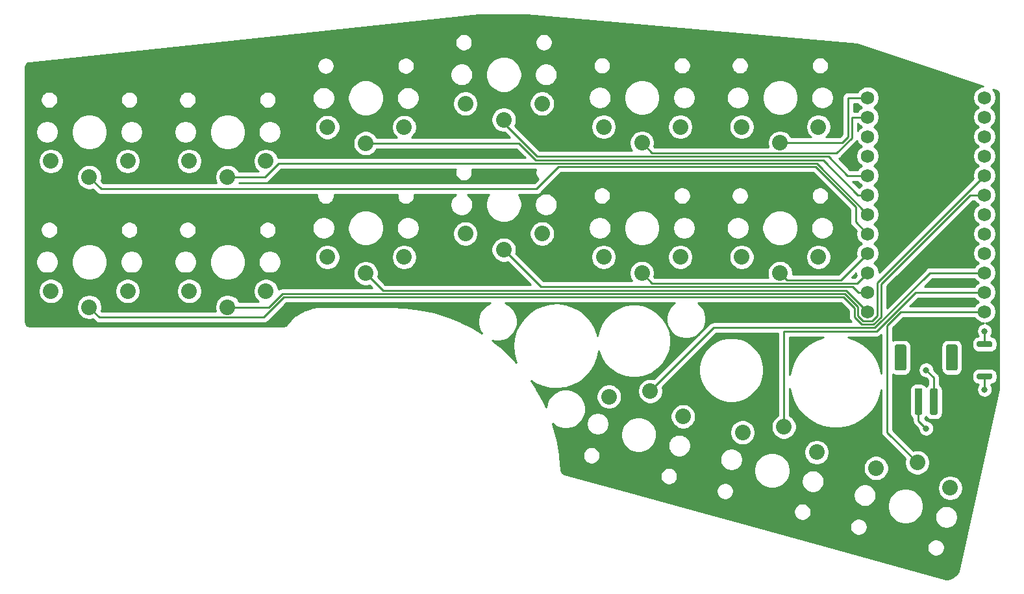
<source format=gbr>
%TF.GenerationSoftware,KiCad,Pcbnew,(5.1.12)-1*%
%TF.CreationDate,2021-12-12T05:01:24+00:00*%
%TF.ProjectId,StenoMi,5374656e-6f4d-4692-9e6b-696361645f70,rev?*%
%TF.SameCoordinates,Original*%
%TF.FileFunction,Copper,L1,Top*%
%TF.FilePolarity,Positive*%
%FSLAX46Y46*%
G04 Gerber Fmt 4.6, Leading zero omitted, Abs format (unit mm)*
G04 Created by KiCad (PCBNEW (5.1.12)-1) date 2021-12-12 05:01:24*
%MOMM*%
%LPD*%
G01*
G04 APERTURE LIST*
%TA.AperFunction,ComponentPad*%
%ADD10C,1.752600*%
%TD*%
%TA.AperFunction,ComponentPad*%
%ADD11C,2.032000*%
%TD*%
%TA.AperFunction,ViaPad*%
%ADD12C,0.800000*%
%TD*%
%TA.AperFunction,Conductor*%
%ADD13C,0.250000*%
%TD*%
%TA.AperFunction,NonConductor*%
%ADD14C,0.254000*%
%TD*%
%TA.AperFunction,NonConductor*%
%ADD15C,0.100000*%
%TD*%
G04 APERTURE END LIST*
D10*
%TO.P,U1,1*%
%TO.N,Switch1*%
X143510000Y-41910000D03*
%TO.P,U1,2*%
%TO.N,Switch2*%
X143510000Y-44450000D03*
%TO.P,U1,3*%
%TO.N,gnd*%
X143510000Y-46990000D03*
%TO.P,U1,4*%
X143510000Y-49530000D03*
%TO.P,U1,5*%
%TO.N,Switch3*%
X143510000Y-52070000D03*
%TO.P,U1,6*%
%TO.N,Switch4*%
X143510000Y-54610000D03*
%TO.P,U1,7*%
%TO.N,Switch5*%
X143510000Y-57150000D03*
%TO.P,U1,8*%
%TO.N,Switch6*%
X143510000Y-59690000D03*
%TO.P,U1,9*%
%TO.N,Switch7*%
X143510000Y-62230000D03*
%TO.P,U1,10*%
%TO.N,Switch8*%
X143510000Y-64770000D03*
%TO.P,U1,11*%
%TO.N,Switch9*%
X143510000Y-67310000D03*
%TO.P,U1,13*%
%TO.N,Switch13*%
X158750000Y-69850000D03*
%TO.P,U1,14*%
%TO.N,Switch14*%
X158750000Y-67310000D03*
%TO.P,U1,15*%
%TO.N,Switch15*%
X158750000Y-64770000D03*
%TO.P,U1,16*%
%TO.N,Net-(U1-Pad16)*%
X158750000Y-62230000D03*
%TO.P,U1,17*%
%TO.N,Net-(U1-Pad17)*%
X158750000Y-59690000D03*
%TO.P,U1,18*%
%TO.N,Net-(U1-Pad18)*%
X158750000Y-57150000D03*
%TO.P,U1,19*%
%TO.N,Switch12*%
X158750000Y-54610000D03*
%TO.P,U1,20*%
%TO.N,Switch11*%
X158750000Y-52070000D03*
%TO.P,U1,21*%
%TO.N,Net-(U1-Pad21)*%
X158750000Y-49530000D03*
%TO.P,U1,22*%
%TO.N,reset*%
X158750000Y-46990000D03*
%TO.P,U1,23*%
%TO.N,gnd*%
X158750000Y-44450000D03*
%TO.P,U1,12*%
%TO.N,Switch10*%
X143510000Y-69850000D03*
%TO.P,U1,24*%
%TO.N,raw*%
X158750000Y-41910000D03*
%TD*%
%TO.P,BT1,MP*%
%TO.N,N/C*%
%TA.AperFunction,SMDPad,CuDef*%
G36*
G01*
X148530000Y-74390000D02*
X148530000Y-77290000D01*
G75*
G02*
X148280000Y-77540000I-250000J0D01*
G01*
X147280000Y-77540000D01*
G75*
G02*
X147030000Y-77290000I0J250000D01*
G01*
X147030000Y-74390000D01*
G75*
G02*
X147280000Y-74140000I250000J0D01*
G01*
X148280000Y-74140000D01*
G75*
G02*
X148530000Y-74390000I0J-250000D01*
G01*
G37*
%TD.AperFunction*%
%TA.AperFunction,SMDPad,CuDef*%
G36*
G01*
X155230000Y-74390000D02*
X155230000Y-77290000D01*
G75*
G02*
X154980000Y-77540000I-250000J0D01*
G01*
X153980000Y-77540000D01*
G75*
G02*
X153730000Y-77290000I0J250000D01*
G01*
X153730000Y-74390000D01*
G75*
G02*
X153980000Y-74140000I250000J0D01*
G01*
X154980000Y-74140000D01*
G75*
G02*
X155230000Y-74390000I0J-250000D01*
G01*
G37*
%TD.AperFunction*%
%TO.P,BT1,2*%
%TO.N,gnd*%
%TA.AperFunction,SMDPad,CuDef*%
G36*
G01*
X150630000Y-80090000D02*
X150630000Y-83090000D01*
G75*
G02*
X150380000Y-83340000I-250000J0D01*
G01*
X149880000Y-83340000D01*
G75*
G02*
X149630000Y-83090000I0J250000D01*
G01*
X149630000Y-80090000D01*
G75*
G02*
X149880000Y-79840000I250000J0D01*
G01*
X150380000Y-79840000D01*
G75*
G02*
X150630000Y-80090000I0J-250000D01*
G01*
G37*
%TD.AperFunction*%
%TO.P,BT1,1*%
%TO.N,raw*%
%TA.AperFunction,SMDPad,CuDef*%
G36*
G01*
X152630000Y-80090000D02*
X152630000Y-83090000D01*
G75*
G02*
X152380000Y-83340000I-250000J0D01*
G01*
X151880000Y-83340000D01*
G75*
G02*
X151630000Y-83090000I0J250000D01*
G01*
X151630000Y-80090000D01*
G75*
G02*
X151880000Y-79840000I250000J0D01*
G01*
X152380000Y-79840000D01*
G75*
G02*
X152630000Y-80090000I0J-250000D01*
G01*
G37*
%TD.AperFunction*%
%TD*%
D11*
%TO.P,SW15,1*%
%TO.N,Switch15*%
X115154504Y-80218138D03*
%TO.P,SW15,2*%
%TO.N,gnd*%
X119440614Y-83540677D03*
X109781355Y-80952487D03*
%TD*%
%TO.P,SW12,1*%
%TO.N,Switch12*%
X42010210Y-69264687D03*
%TO.P,SW12,2*%
%TO.N,gnd*%
X37010210Y-67164687D03*
X47010210Y-67164687D03*
%TD*%
%TO.P,SW11,1*%
%TO.N,Switch11*%
X60040034Y-69264687D03*
%TO.P,SW11,2*%
%TO.N,gnd*%
X55040034Y-67164687D03*
X65040034Y-67164687D03*
%TD*%
%TO.P,SW10,1*%
%TO.N,Switch10*%
X78057608Y-64833077D03*
%TO.P,SW10,2*%
%TO.N,gnd*%
X73057608Y-62733077D03*
X83057608Y-62733077D03*
%TD*%
%TO.P,SW9,1*%
%TO.N,Switch9*%
X96056221Y-61762250D03*
%TO.P,SW9,2*%
%TO.N,gnd*%
X91056221Y-59662250D03*
X101056221Y-59662250D03*
%TD*%
%TO.P,SW8,1*%
%TO.N,Switch8*%
X114073910Y-64818007D03*
%TO.P,SW8,2*%
%TO.N,gnd*%
X109073910Y-62718007D03*
X119073910Y-62718007D03*
%TD*%
%TO.P,SW7,1*%
%TO.N,Switch7*%
X132076304Y-64818007D03*
%TO.P,SW7,2*%
%TO.N,gnd*%
X127076304Y-62718007D03*
X137076304Y-62718007D03*
%TD*%
%TO.P,SW6,1*%
%TO.N,Switch6*%
X42010210Y-52292980D03*
%TO.P,SW6,2*%
%TO.N,gnd*%
X37010210Y-50192980D03*
X47010210Y-50192980D03*
%TD*%
%TO.P,SW5,1*%
%TO.N,Switch5*%
X60040034Y-52292980D03*
%TO.P,SW5,2*%
%TO.N,gnd*%
X55040034Y-50192980D03*
X65040034Y-50192980D03*
%TD*%
%TO.P,SW4,1*%
%TO.N,Switch4*%
X78057608Y-47861370D03*
%TO.P,SW4,2*%
%TO.N,gnd*%
X73057608Y-45761370D03*
X83057608Y-45761370D03*
%TD*%
%TO.P,SW3,1*%
%TO.N,Switch3*%
X96056221Y-44790543D03*
%TO.P,SW3,2*%
%TO.N,gnd*%
X91056221Y-42690543D03*
X101056221Y-42690543D03*
%TD*%
%TO.P,SW2,1*%
%TO.N,Switch2*%
X114077606Y-47816303D03*
%TO.P,SW2,2*%
%TO.N,gnd*%
X109077606Y-45716303D03*
X119077606Y-45716303D03*
%TD*%
%TO.P,SW1,1*%
%TO.N,Switch1*%
X132080000Y-47816303D03*
%TO.P,SW1,2*%
%TO.N,gnd*%
X127080000Y-45716303D03*
X137080000Y-45716303D03*
%TD*%
%TO.P,SW13,1*%
%TO.N,Switch13*%
X149975727Y-89548457D03*
%TO.P,SW13,2*%
%TO.N,gnd*%
X154261837Y-92870996D03*
X144602578Y-90282806D03*
%TD*%
%TO.P,SW14,1*%
%TO.N,Switch14*%
X132570679Y-84884788D03*
%TO.P,SW14,2*%
%TO.N,gnd*%
X136856789Y-88207327D03*
X127197530Y-85619137D03*
%TD*%
%TO.P,Reset1,1*%
%TO.N,gnd*%
%TA.AperFunction,SMDPad,CuDef*%
G36*
G01*
X159550000Y-78700000D02*
X157950000Y-78700000D01*
G75*
G02*
X157750000Y-78500000I0J200000D01*
G01*
X157750000Y-78100000D01*
G75*
G02*
X157950000Y-77900000I200000J0D01*
G01*
X159550000Y-77900000D01*
G75*
G02*
X159750000Y-78100000I0J-200000D01*
G01*
X159750000Y-78500000D01*
G75*
G02*
X159550000Y-78700000I-200000J0D01*
G01*
G37*
%TD.AperFunction*%
%TO.P,Reset1,2*%
%TO.N,reset*%
%TA.AperFunction,SMDPad,CuDef*%
G36*
G01*
X159550000Y-74500000D02*
X157950000Y-74500000D01*
G75*
G02*
X157750000Y-74300000I0J200000D01*
G01*
X157750000Y-73900000D01*
G75*
G02*
X157950000Y-73700000I200000J0D01*
G01*
X159550000Y-73700000D01*
G75*
G02*
X159750000Y-73900000I0J-200000D01*
G01*
X159750000Y-74300000D01*
G75*
G02*
X159550000Y-74500000I-200000J0D01*
G01*
G37*
%TD.AperFunction*%
%TD*%
D12*
%TO.N,gnd*%
X151130000Y-85090000D03*
X158750000Y-80010000D03*
%TO.N,reset*%
X158750000Y-72390000D03*
%TO.N,raw*%
X151130000Y-77470000D03*
%TD*%
D13*
%TO.N,gnd*%
X150130000Y-84090000D02*
X151130000Y-85090000D01*
X150130000Y-81590000D02*
X150130000Y-84090000D01*
X158750000Y-78300000D02*
X158750000Y-80010000D01*
%TO.N,reset*%
X158750000Y-72390000D02*
X158750000Y-74100000D01*
%TO.N,Switch1*%
X143510000Y-41910000D02*
X140970000Y-41910000D01*
X140970000Y-41910000D02*
X140970000Y-46990000D01*
X140143697Y-47816303D02*
X132080000Y-47816303D01*
X140970000Y-46990000D02*
X140143697Y-47816303D01*
%TO.N,Switch2*%
X143510000Y-44450000D02*
X141420010Y-44450000D01*
X115418607Y-49157304D02*
X114077606Y-47816303D01*
X139439106Y-49157304D02*
X115418607Y-49157304D01*
X141420009Y-47176401D02*
X139439106Y-49157304D01*
X141420010Y-44450000D02*
X141420009Y-47176401D01*
%TO.N,Switch3*%
X143510000Y-52070000D02*
X140892686Y-52070000D01*
X140892686Y-52070000D02*
X138430000Y-49607314D01*
X138430000Y-49607314D02*
X100407314Y-49607314D01*
X96056221Y-45256221D02*
X96056221Y-44790543D01*
X100407314Y-49607314D02*
X96056221Y-45256221D01*
%TO.N,Switch4*%
X143510000Y-54610000D02*
X142240000Y-54610000D01*
X137687324Y-50057324D02*
X100220914Y-50057324D01*
X142240000Y-54610000D02*
X137687324Y-50057324D01*
X98024960Y-47861370D02*
X78057608Y-47861370D01*
X100220914Y-50057324D02*
X98024960Y-47861370D01*
%TO.N,Switch5*%
X64924716Y-52292980D02*
X60040034Y-52292980D01*
X66710363Y-50507333D02*
X64924716Y-52292980D01*
X136867333Y-50507333D02*
X66710363Y-50507333D01*
X143510000Y-57150000D02*
X136867333Y-50507333D01*
%TO.N,Switch6*%
X143510000Y-59690000D02*
X141921795Y-58101795D01*
X141921795Y-58101795D02*
X141921795Y-56198205D01*
X141921795Y-56198205D02*
X136680933Y-50957343D01*
X136680933Y-50957343D02*
X103195174Y-50957343D01*
X43539979Y-53822749D02*
X42010210Y-52292980D01*
X100329768Y-53822749D02*
X43539979Y-53822749D01*
X103195174Y-50957343D02*
X100329768Y-53822749D01*
%TO.N,Switch7*%
X132124311Y-64770000D02*
X132076304Y-64818007D01*
X143510000Y-62230000D02*
X140031002Y-65708998D01*
X132967295Y-65708998D02*
X132076304Y-64818007D01*
X140031002Y-65708998D02*
X132967295Y-65708998D01*
%TO.N,Switch8*%
X115414911Y-66159008D02*
X114073910Y-64818007D01*
X142120992Y-66159008D02*
X115414911Y-66159008D01*
X143510000Y-64770000D02*
X142120992Y-66159008D01*
%TO.N,Switch9*%
X142270725Y-67310000D02*
X141569743Y-66609018D01*
X143510000Y-67310000D02*
X142270725Y-67310000D01*
X100902989Y-66609018D02*
X96056221Y-61762250D01*
X141569743Y-66609018D02*
X100902989Y-66609018D01*
%TO.N,Switch10*%
X143510000Y-69850000D02*
X140719028Y-67059028D01*
X80283559Y-67059028D02*
X78057608Y-64833077D01*
X140719028Y-67059028D02*
X80283559Y-67059028D01*
%TO.N,Switch11*%
X60724721Y-68580000D02*
X60040034Y-69264687D01*
X65454687Y-69264687D02*
X60040034Y-69264687D01*
X142240000Y-69216410D02*
X140532628Y-67509038D01*
X142933375Y-71051301D02*
X142240000Y-70357926D01*
X142240000Y-70357926D02*
X142240000Y-69216410D01*
X144086625Y-71051301D02*
X142933375Y-71051301D01*
X144780000Y-70357926D02*
X144086625Y-71051301D01*
X67210336Y-67509038D02*
X65454687Y-69264687D01*
X144780000Y-66040000D02*
X144780000Y-70357926D01*
X140532628Y-67509038D02*
X67210336Y-67509038D01*
X158750000Y-52070000D02*
X144780000Y-66040000D01*
%TO.N,Switch12*%
X43351211Y-70605688D02*
X42010210Y-69264687D01*
X64750096Y-70605688D02*
X43351211Y-70605688D01*
X140346228Y-67959048D02*
X67396736Y-67959048D01*
X141789990Y-69402810D02*
X140346228Y-67959048D01*
X141789990Y-70544326D02*
X141789990Y-69402810D01*
X142746974Y-71501310D02*
X141789990Y-70544326D01*
X145230009Y-70544327D02*
X144273025Y-71501311D01*
X145230010Y-66226400D02*
X145230009Y-70544327D01*
X67396736Y-67959048D02*
X64750096Y-70605688D01*
X156846410Y-54610000D02*
X145230010Y-66226400D01*
X144273025Y-71501311D02*
X142746974Y-71501310D01*
X158750000Y-54610000D02*
X156846410Y-54610000D01*
%TO.N,Switch13*%
X158750000Y-69850000D02*
X147833564Y-69850000D01*
X147833564Y-69850000D02*
X146050000Y-71633564D01*
X146050000Y-85622730D02*
X149975727Y-89548457D01*
X146050000Y-71633564D02*
X146050000Y-85622730D01*
%TO.N,Switch14*%
X158750000Y-67310000D02*
X149737154Y-67310000D01*
X132570679Y-84476475D02*
X132570679Y-84884788D01*
X149737154Y-67310000D02*
X144645824Y-72401330D01*
X144645824Y-72401330D02*
X132598028Y-72401330D01*
X132598028Y-84857439D02*
X132570679Y-84884788D01*
X132598028Y-72401330D02*
X132598028Y-84857439D01*
%TO.N,Switch15*%
X158750000Y-64770000D02*
X151640744Y-64770000D01*
X151640744Y-64770000D02*
X144459424Y-71951320D01*
X123421322Y-71951320D02*
X115154504Y-80218138D01*
X144459424Y-71951320D02*
X123421322Y-71951320D01*
%TO.N,raw*%
X152130000Y-78470000D02*
X151130000Y-77470000D01*
X152130000Y-81590000D02*
X152130000Y-78470000D01*
%TD*%
D14*
X160174404Y-40968729D02*
X160315736Y-41029820D01*
X160412599Y-41096584D01*
X160494652Y-41180891D01*
X160558767Y-41279530D01*
X160602502Y-41388745D01*
X160627663Y-41522892D01*
X160629649Y-41565448D01*
X160630000Y-79937339D01*
X155322452Y-103751072D01*
X155153693Y-104019420D01*
X154902177Y-104285716D01*
X154603732Y-104498083D01*
X154269719Y-104648440D01*
X153902216Y-104733521D01*
X153738024Y-104744189D01*
X138472841Y-100544018D01*
X151273488Y-100544018D01*
X151273488Y-100766668D01*
X151316925Y-100985039D01*
X151402129Y-101190741D01*
X151525827Y-101375867D01*
X151683264Y-101533304D01*
X151868390Y-101657002D01*
X152074092Y-101742206D01*
X152292463Y-101785643D01*
X152515113Y-101785643D01*
X152733484Y-101742206D01*
X152939186Y-101657002D01*
X153124312Y-101533304D01*
X153281749Y-101375867D01*
X153405447Y-101190741D01*
X153490651Y-100985039D01*
X153534088Y-100766668D01*
X153534088Y-100544018D01*
X153490651Y-100325647D01*
X153405447Y-100119945D01*
X153281749Y-99934819D01*
X153124312Y-99777382D01*
X152939186Y-99653684D01*
X152733484Y-99568480D01*
X152515113Y-99525043D01*
X152292463Y-99525043D01*
X152074092Y-99568480D01*
X151868390Y-99653684D01*
X151683264Y-99777382D01*
X151525827Y-99934819D01*
X151402129Y-100119945D01*
X151316925Y-100325647D01*
X151273488Y-100544018D01*
X138472841Y-100544018D01*
X128652381Y-97841947D01*
X141189222Y-97841947D01*
X141189222Y-98064597D01*
X141232659Y-98282968D01*
X141317863Y-98488670D01*
X141441561Y-98673796D01*
X141598998Y-98831233D01*
X141784124Y-98954931D01*
X141989826Y-99040135D01*
X142208197Y-99083572D01*
X142430847Y-99083572D01*
X142649218Y-99040135D01*
X142854920Y-98954931D01*
X143040046Y-98831233D01*
X143197483Y-98673796D01*
X143321181Y-98488670D01*
X143406385Y-98282968D01*
X143449822Y-98064597D01*
X143449822Y-97841947D01*
X143406385Y-97623576D01*
X143321181Y-97417874D01*
X143197483Y-97232748D01*
X143040046Y-97075311D01*
X142854920Y-96951613D01*
X142649218Y-96866409D01*
X142430847Y-96822972D01*
X142208197Y-96822972D01*
X141989826Y-96866409D01*
X141784124Y-96951613D01*
X141598998Y-97075311D01*
X141441561Y-97232748D01*
X141317863Y-97417874D01*
X141232659Y-97623576D01*
X141189222Y-97841947D01*
X128652381Y-97841947D01*
X121523110Y-95880349D01*
X133868440Y-95880349D01*
X133868440Y-96102999D01*
X133911877Y-96321370D01*
X133997081Y-96527072D01*
X134120779Y-96712198D01*
X134278216Y-96869635D01*
X134463342Y-96993333D01*
X134669044Y-97078537D01*
X134887415Y-97121974D01*
X135110065Y-97121974D01*
X135328436Y-97078537D01*
X135534138Y-96993333D01*
X135719264Y-96869635D01*
X135876701Y-96712198D01*
X136000399Y-96527072D01*
X136085603Y-96321370D01*
X136129040Y-96102999D01*
X136129040Y-95880349D01*
X136085603Y-95661978D01*
X136000399Y-95456276D01*
X135876701Y-95271150D01*
X135719264Y-95113713D01*
X135534138Y-94990015D01*
X135328436Y-94904811D01*
X135110065Y-94861374D01*
X134887415Y-94861374D01*
X134669044Y-94904811D01*
X134463342Y-94990015D01*
X134278216Y-95113713D01*
X134120779Y-95271150D01*
X133997081Y-95456276D01*
X133911877Y-95661978D01*
X133868440Y-95880349D01*
X121523110Y-95880349D01*
X111702650Y-93178278D01*
X123784174Y-93178278D01*
X123784174Y-93400928D01*
X123827611Y-93619299D01*
X123912815Y-93825001D01*
X124036513Y-94010127D01*
X124193950Y-94167564D01*
X124379076Y-94291262D01*
X124584778Y-94376466D01*
X124803149Y-94419903D01*
X125025799Y-94419903D01*
X125244170Y-94376466D01*
X125449872Y-94291262D01*
X125634998Y-94167564D01*
X125792435Y-94010127D01*
X125916133Y-93825001D01*
X125977202Y-93677566D01*
X141650203Y-93677566D01*
X141650203Y-93970262D01*
X141707305Y-94257335D01*
X141819315Y-94527752D01*
X141981929Y-94771120D01*
X142188897Y-94978088D01*
X142432265Y-95140702D01*
X142702682Y-95252712D01*
X142989755Y-95309814D01*
X143282451Y-95309814D01*
X143569524Y-95252712D01*
X143839941Y-95140702D01*
X144026550Y-95016013D01*
X146099195Y-95016013D01*
X146099195Y-95478825D01*
X146189485Y-95932743D01*
X146366595Y-96360324D01*
X146623719Y-96745138D01*
X146950976Y-97072395D01*
X147335790Y-97329519D01*
X147763371Y-97506629D01*
X148217289Y-97596919D01*
X148680101Y-97596919D01*
X149134019Y-97506629D01*
X149561600Y-97329519D01*
X149946414Y-97072395D01*
X150273671Y-96745138D01*
X150421045Y-96524576D01*
X152275387Y-96524576D01*
X152275387Y-96817272D01*
X152332489Y-97104345D01*
X152444499Y-97374762D01*
X152607113Y-97618130D01*
X152814081Y-97825098D01*
X153057449Y-97987712D01*
X153327866Y-98099722D01*
X153614939Y-98156824D01*
X153907635Y-98156824D01*
X154194708Y-98099722D01*
X154465125Y-97987712D01*
X154708493Y-97825098D01*
X154915461Y-97618130D01*
X155078075Y-97374762D01*
X155190085Y-97104345D01*
X155247187Y-96817272D01*
X155247187Y-96524576D01*
X155190085Y-96237503D01*
X155078075Y-95967086D01*
X154915461Y-95723718D01*
X154708493Y-95516750D01*
X154465125Y-95354136D01*
X154194708Y-95242126D01*
X153907635Y-95185024D01*
X153614939Y-95185024D01*
X153327866Y-95242126D01*
X153057449Y-95354136D01*
X152814081Y-95516750D01*
X152607113Y-95723718D01*
X152444499Y-95967086D01*
X152332489Y-96237503D01*
X152275387Y-96524576D01*
X150421045Y-96524576D01*
X150530795Y-96360324D01*
X150707905Y-95932743D01*
X150798195Y-95478825D01*
X150798195Y-95016013D01*
X150707905Y-94562095D01*
X150530795Y-94134514D01*
X150273671Y-93749700D01*
X149946414Y-93422443D01*
X149561600Y-93165319D01*
X149134019Y-92988209D01*
X148680101Y-92897919D01*
X148217289Y-92897919D01*
X147763371Y-92988209D01*
X147335790Y-93165319D01*
X146950976Y-93422443D01*
X146623719Y-93749700D01*
X146366595Y-94134514D01*
X146189485Y-94562095D01*
X146099195Y-95016013D01*
X144026550Y-95016013D01*
X144083309Y-94978088D01*
X144290277Y-94771120D01*
X144452891Y-94527752D01*
X144564901Y-94257335D01*
X144622003Y-93970262D01*
X144622003Y-93677566D01*
X144564901Y-93390493D01*
X144452891Y-93120076D01*
X144290277Y-92876708D01*
X144121956Y-92708387D01*
X152610837Y-92708387D01*
X152610837Y-93033605D01*
X152674284Y-93352575D01*
X152798740Y-93653038D01*
X152979422Y-93923447D01*
X153209386Y-94153411D01*
X153479795Y-94334093D01*
X153780258Y-94458549D01*
X154099228Y-94521996D01*
X154424446Y-94521996D01*
X154743416Y-94458549D01*
X155043879Y-94334093D01*
X155314288Y-94153411D01*
X155544252Y-93923447D01*
X155724934Y-93653038D01*
X155849390Y-93352575D01*
X155912837Y-93033605D01*
X155912837Y-92708387D01*
X155849390Y-92389417D01*
X155724934Y-92088954D01*
X155544252Y-91818545D01*
X155314288Y-91588581D01*
X155043879Y-91407899D01*
X154743416Y-91283443D01*
X154424446Y-91219996D01*
X154099228Y-91219996D01*
X153780258Y-91283443D01*
X153479795Y-91407899D01*
X153209386Y-91588581D01*
X152979422Y-91818545D01*
X152798740Y-92088954D01*
X152674284Y-92389417D01*
X152610837Y-92708387D01*
X144121956Y-92708387D01*
X144083309Y-92669740D01*
X143839941Y-92507126D01*
X143569524Y-92395116D01*
X143282451Y-92338014D01*
X142989755Y-92338014D01*
X142702682Y-92395116D01*
X142432265Y-92507126D01*
X142188897Y-92669740D01*
X141981929Y-92876708D01*
X141819315Y-93120076D01*
X141707305Y-93390493D01*
X141650203Y-93677566D01*
X125977202Y-93677566D01*
X126001337Y-93619299D01*
X126044774Y-93400928D01*
X126044774Y-93178278D01*
X126001337Y-92959907D01*
X125916133Y-92754205D01*
X125792435Y-92569079D01*
X125634998Y-92411642D01*
X125449872Y-92287944D01*
X125244170Y-92202740D01*
X125025799Y-92159303D01*
X124803149Y-92159303D01*
X124584778Y-92202740D01*
X124379076Y-92287944D01*
X124193950Y-92411642D01*
X124036513Y-92569079D01*
X123912815Y-92754205D01*
X123827611Y-92959907D01*
X123784174Y-93178278D01*
X111702650Y-93178278D01*
X104562545Y-91213699D01*
X116452265Y-91213699D01*
X116452265Y-91436349D01*
X116495702Y-91654720D01*
X116580906Y-91860422D01*
X116704604Y-92045548D01*
X116862041Y-92202985D01*
X117047167Y-92326683D01*
X117252869Y-92411887D01*
X117471240Y-92455324D01*
X117693890Y-92455324D01*
X117912261Y-92411887D01*
X118117963Y-92326683D01*
X118303089Y-92202985D01*
X118460526Y-92045548D01*
X118584224Y-91860422D01*
X118669428Y-91654720D01*
X118712865Y-91436349D01*
X118712865Y-91213699D01*
X118669428Y-90995328D01*
X118584224Y-90789626D01*
X118460526Y-90604500D01*
X118303089Y-90447063D01*
X118117963Y-90323365D01*
X117912261Y-90238161D01*
X117693890Y-90194724D01*
X117471240Y-90194724D01*
X117252869Y-90238161D01*
X117047167Y-90323365D01*
X116862041Y-90447063D01*
X116704604Y-90604500D01*
X116580906Y-90789626D01*
X116495702Y-90995328D01*
X116452265Y-91213699D01*
X104562545Y-91213699D01*
X103952485Y-91045843D01*
X103825506Y-90991977D01*
X103728667Y-90926197D01*
X103646447Y-90842859D01*
X103581982Y-90745140D01*
X103537724Y-90636759D01*
X103511912Y-90504126D01*
X103508697Y-90441195D01*
X103508211Y-90437951D01*
X103507401Y-90421585D01*
X103381529Y-88867660D01*
X103380876Y-88862406D01*
X103380590Y-88857116D01*
X103375286Y-88815994D01*
X103326263Y-88511628D01*
X106367999Y-88511628D01*
X106367999Y-88734278D01*
X106411436Y-88952649D01*
X106496640Y-89158351D01*
X106620338Y-89343477D01*
X106777775Y-89500914D01*
X106962901Y-89624612D01*
X107168603Y-89709816D01*
X107386974Y-89753253D01*
X107609624Y-89753253D01*
X107827995Y-89709816D01*
X108033697Y-89624612D01*
X108218823Y-89500914D01*
X108376260Y-89343477D01*
X108499958Y-89158351D01*
X108559792Y-89013897D01*
X124245155Y-89013897D01*
X124245155Y-89306593D01*
X124302257Y-89593666D01*
X124414267Y-89864083D01*
X124576881Y-90107451D01*
X124783849Y-90314419D01*
X125027217Y-90477033D01*
X125297634Y-90589043D01*
X125584707Y-90646145D01*
X125877403Y-90646145D01*
X126164476Y-90589043D01*
X126434893Y-90477033D01*
X126621502Y-90352344D01*
X128694147Y-90352344D01*
X128694147Y-90815156D01*
X128784437Y-91269074D01*
X128961547Y-91696655D01*
X129218671Y-92081469D01*
X129545928Y-92408726D01*
X129930742Y-92665850D01*
X130358323Y-92842960D01*
X130812241Y-92933250D01*
X131275053Y-92933250D01*
X131728971Y-92842960D01*
X132156552Y-92665850D01*
X132541366Y-92408726D01*
X132868623Y-92081469D01*
X133015997Y-91860907D01*
X134870339Y-91860907D01*
X134870339Y-92153603D01*
X134927441Y-92440676D01*
X135039451Y-92711093D01*
X135202065Y-92954461D01*
X135409033Y-93161429D01*
X135652401Y-93324043D01*
X135922818Y-93436053D01*
X136209891Y-93493155D01*
X136502587Y-93493155D01*
X136789660Y-93436053D01*
X137060077Y-93324043D01*
X137303445Y-93161429D01*
X137510413Y-92954461D01*
X137673027Y-92711093D01*
X137785037Y-92440676D01*
X137842139Y-92153603D01*
X137842139Y-91860907D01*
X137785037Y-91573834D01*
X137673027Y-91303417D01*
X137510413Y-91060049D01*
X137303445Y-90853081D01*
X137060077Y-90690467D01*
X136789660Y-90578457D01*
X136502587Y-90521355D01*
X136209891Y-90521355D01*
X135922818Y-90578457D01*
X135652401Y-90690467D01*
X135409033Y-90853081D01*
X135202065Y-91060049D01*
X135039451Y-91303417D01*
X134927441Y-91573834D01*
X134870339Y-91860907D01*
X133015997Y-91860907D01*
X133125747Y-91696655D01*
X133302857Y-91269074D01*
X133393147Y-90815156D01*
X133393147Y-90352344D01*
X133346971Y-90120197D01*
X142951578Y-90120197D01*
X142951578Y-90445415D01*
X143015025Y-90764385D01*
X143139481Y-91064848D01*
X143320163Y-91335257D01*
X143550127Y-91565221D01*
X143820536Y-91745903D01*
X144120999Y-91870359D01*
X144439969Y-91933806D01*
X144765187Y-91933806D01*
X145084157Y-91870359D01*
X145384620Y-91745903D01*
X145655029Y-91565221D01*
X145884993Y-91335257D01*
X146065675Y-91064848D01*
X146190131Y-90764385D01*
X146253578Y-90445415D01*
X146253578Y-90120197D01*
X146190131Y-89801227D01*
X146065675Y-89500764D01*
X145884993Y-89230355D01*
X145655029Y-89000391D01*
X145384620Y-88819709D01*
X145084157Y-88695253D01*
X144765187Y-88631806D01*
X144439969Y-88631806D01*
X144120999Y-88695253D01*
X143820536Y-88819709D01*
X143550127Y-89000391D01*
X143320163Y-89230355D01*
X143139481Y-89500764D01*
X143015025Y-89801227D01*
X142951578Y-90120197D01*
X133346971Y-90120197D01*
X133302857Y-89898426D01*
X133125747Y-89470845D01*
X132868623Y-89086031D01*
X132541366Y-88758774D01*
X132156552Y-88501650D01*
X131728971Y-88324540D01*
X131275053Y-88234250D01*
X130812241Y-88234250D01*
X130358323Y-88324540D01*
X129930742Y-88501650D01*
X129545928Y-88758774D01*
X129218671Y-89086031D01*
X128961547Y-89470845D01*
X128784437Y-89898426D01*
X128694147Y-90352344D01*
X126621502Y-90352344D01*
X126678261Y-90314419D01*
X126885229Y-90107451D01*
X127047843Y-89864083D01*
X127159853Y-89593666D01*
X127216955Y-89306593D01*
X127216955Y-89013897D01*
X127159853Y-88726824D01*
X127047843Y-88456407D01*
X126885229Y-88213039D01*
X126716908Y-88044718D01*
X135205789Y-88044718D01*
X135205789Y-88369936D01*
X135269236Y-88688906D01*
X135393692Y-88989369D01*
X135574374Y-89259778D01*
X135804338Y-89489742D01*
X136074747Y-89670424D01*
X136375210Y-89794880D01*
X136694180Y-89858327D01*
X137019398Y-89858327D01*
X137338368Y-89794880D01*
X137638831Y-89670424D01*
X137909240Y-89489742D01*
X138139204Y-89259778D01*
X138319886Y-88989369D01*
X138444342Y-88688906D01*
X138507789Y-88369936D01*
X138507789Y-88044718D01*
X138444342Y-87725748D01*
X138319886Y-87425285D01*
X138139204Y-87154876D01*
X137909240Y-86924912D01*
X137638831Y-86744230D01*
X137338368Y-86619774D01*
X137019398Y-86556327D01*
X136694180Y-86556327D01*
X136375210Y-86619774D01*
X136074747Y-86744230D01*
X135804338Y-86924912D01*
X135574374Y-87154876D01*
X135393692Y-87425285D01*
X135269236Y-87725748D01*
X135205789Y-88044718D01*
X126716908Y-88044718D01*
X126678261Y-88006071D01*
X126434893Y-87843457D01*
X126164476Y-87731447D01*
X125877403Y-87674345D01*
X125584707Y-87674345D01*
X125297634Y-87731447D01*
X125027217Y-87843457D01*
X124783849Y-88006071D01*
X124576881Y-88213039D01*
X124414267Y-88456407D01*
X124302257Y-88726824D01*
X124245155Y-89013897D01*
X108559792Y-89013897D01*
X108585162Y-88952649D01*
X108628599Y-88734278D01*
X108628599Y-88511628D01*
X108585162Y-88293257D01*
X108499958Y-88087555D01*
X108376260Y-87902429D01*
X108218823Y-87744992D01*
X108033697Y-87621294D01*
X107827995Y-87536090D01*
X107609624Y-87492653D01*
X107386974Y-87492653D01*
X107168603Y-87536090D01*
X106962901Y-87621294D01*
X106777775Y-87744992D01*
X106620338Y-87902429D01*
X106496640Y-88087555D01*
X106411436Y-88293257D01*
X106367999Y-88511628D01*
X103326263Y-88511628D01*
X103081746Y-86993547D01*
X103080239Y-86986204D01*
X103079197Y-86978792D01*
X103070400Y-86938273D01*
X102622265Y-85147560D01*
X102620137Y-85140374D01*
X102618465Y-85133076D01*
X102606239Y-85093457D01*
X102384998Y-84449100D01*
X102492898Y-84557000D01*
X102916093Y-84839769D01*
X103386322Y-85034544D01*
X103885514Y-85133840D01*
X104394486Y-85133840D01*
X104893678Y-85034544D01*
X105363907Y-84839769D01*
X105787102Y-84557000D01*
X105996855Y-84347247D01*
X106828980Y-84347247D01*
X106828980Y-84639943D01*
X106886082Y-84927016D01*
X106998092Y-85197433D01*
X107160706Y-85440801D01*
X107367674Y-85647769D01*
X107611042Y-85810383D01*
X107881459Y-85922393D01*
X108168532Y-85979495D01*
X108461228Y-85979495D01*
X108748301Y-85922393D01*
X109018718Y-85810383D01*
X109205327Y-85685694D01*
X111277972Y-85685694D01*
X111277972Y-86148506D01*
X111368262Y-86602424D01*
X111545372Y-87030005D01*
X111802496Y-87414819D01*
X112129753Y-87742076D01*
X112514567Y-87999200D01*
X112942148Y-88176310D01*
X113396066Y-88266600D01*
X113858878Y-88266600D01*
X114312796Y-88176310D01*
X114740377Y-87999200D01*
X115125191Y-87742076D01*
X115452448Y-87414819D01*
X115599822Y-87194257D01*
X117454164Y-87194257D01*
X117454164Y-87486953D01*
X117511266Y-87774026D01*
X117623276Y-88044443D01*
X117785890Y-88287811D01*
X117992858Y-88494779D01*
X118236226Y-88657393D01*
X118506643Y-88769403D01*
X118793716Y-88826505D01*
X119086412Y-88826505D01*
X119373485Y-88769403D01*
X119643902Y-88657393D01*
X119887270Y-88494779D01*
X120094238Y-88287811D01*
X120256852Y-88044443D01*
X120368862Y-87774026D01*
X120425964Y-87486953D01*
X120425964Y-87194257D01*
X120368862Y-86907184D01*
X120256852Y-86636767D01*
X120094238Y-86393399D01*
X119887270Y-86186431D01*
X119643902Y-86023817D01*
X119373485Y-85911807D01*
X119086412Y-85854705D01*
X118793716Y-85854705D01*
X118506643Y-85911807D01*
X118236226Y-86023817D01*
X117992858Y-86186431D01*
X117785890Y-86393399D01*
X117623276Y-86636767D01*
X117511266Y-86907184D01*
X117454164Y-87194257D01*
X115599822Y-87194257D01*
X115709572Y-87030005D01*
X115886682Y-86602424D01*
X115976972Y-86148506D01*
X115976972Y-85685694D01*
X115931388Y-85456528D01*
X125546530Y-85456528D01*
X125546530Y-85781746D01*
X125609977Y-86100716D01*
X125734433Y-86401179D01*
X125915115Y-86671588D01*
X126145079Y-86901552D01*
X126415488Y-87082234D01*
X126715951Y-87206690D01*
X127034921Y-87270137D01*
X127360139Y-87270137D01*
X127679109Y-87206690D01*
X127979572Y-87082234D01*
X128249981Y-86901552D01*
X128479945Y-86671588D01*
X128660627Y-86401179D01*
X128785083Y-86100716D01*
X128848530Y-85781746D01*
X128848530Y-85456528D01*
X128785083Y-85137558D01*
X128660627Y-84837095D01*
X128479945Y-84566686D01*
X128249981Y-84336722D01*
X127979572Y-84156040D01*
X127679109Y-84031584D01*
X127360139Y-83968137D01*
X127034921Y-83968137D01*
X126715951Y-84031584D01*
X126415488Y-84156040D01*
X126145079Y-84336722D01*
X125915115Y-84566686D01*
X125734433Y-84837095D01*
X125609977Y-85137558D01*
X125546530Y-85456528D01*
X115931388Y-85456528D01*
X115886682Y-85231776D01*
X115709572Y-84804195D01*
X115452448Y-84419381D01*
X115125191Y-84092124D01*
X114740377Y-83835000D01*
X114312796Y-83657890D01*
X113858878Y-83567600D01*
X113396066Y-83567600D01*
X112942148Y-83657890D01*
X112514567Y-83835000D01*
X112129753Y-84092124D01*
X111802496Y-84419381D01*
X111545372Y-84804195D01*
X111368262Y-85231776D01*
X111277972Y-85685694D01*
X109205327Y-85685694D01*
X109262086Y-85647769D01*
X109469054Y-85440801D01*
X109631668Y-85197433D01*
X109743678Y-84927016D01*
X109800780Y-84639943D01*
X109800780Y-84347247D01*
X109743678Y-84060174D01*
X109631668Y-83789757D01*
X109469054Y-83546389D01*
X109300733Y-83378068D01*
X117789614Y-83378068D01*
X117789614Y-83703286D01*
X117853061Y-84022256D01*
X117977517Y-84322719D01*
X118158199Y-84593128D01*
X118388163Y-84823092D01*
X118658572Y-85003774D01*
X118959035Y-85128230D01*
X119278005Y-85191677D01*
X119603223Y-85191677D01*
X119922193Y-85128230D01*
X120222656Y-85003774D01*
X120493065Y-84823092D01*
X120723029Y-84593128D01*
X120903711Y-84322719D01*
X121028167Y-84022256D01*
X121091614Y-83703286D01*
X121091614Y-83378068D01*
X121028167Y-83059098D01*
X120903711Y-82758635D01*
X120723029Y-82488226D01*
X120493065Y-82258262D01*
X120222656Y-82077580D01*
X119922193Y-81953124D01*
X119603223Y-81889677D01*
X119278005Y-81889677D01*
X118959035Y-81953124D01*
X118658572Y-82077580D01*
X118388163Y-82258262D01*
X118158199Y-82488226D01*
X117977517Y-82758635D01*
X117853061Y-83059098D01*
X117789614Y-83378068D01*
X109300733Y-83378068D01*
X109262086Y-83339421D01*
X109018718Y-83176807D01*
X108748301Y-83064797D01*
X108461228Y-83007695D01*
X108168532Y-83007695D01*
X107881459Y-83064797D01*
X107611042Y-83176807D01*
X107367674Y-83339421D01*
X107160706Y-83546389D01*
X106998092Y-83789757D01*
X106886082Y-84060174D01*
X106828980Y-84347247D01*
X105996855Y-84347247D01*
X106147000Y-84197102D01*
X106429769Y-83773907D01*
X106624544Y-83303678D01*
X106723840Y-82804486D01*
X106723840Y-82295514D01*
X106624544Y-81796322D01*
X106429769Y-81326093D01*
X106147000Y-80902898D01*
X106033980Y-80789878D01*
X108130355Y-80789878D01*
X108130355Y-81115096D01*
X108193802Y-81434066D01*
X108318258Y-81734529D01*
X108498940Y-82004938D01*
X108728904Y-82234902D01*
X108999313Y-82415584D01*
X109299776Y-82540040D01*
X109618746Y-82603487D01*
X109943964Y-82603487D01*
X110262934Y-82540040D01*
X110563397Y-82415584D01*
X110833806Y-82234902D01*
X111063770Y-82004938D01*
X111244452Y-81734529D01*
X111368908Y-81434066D01*
X111432355Y-81115096D01*
X111432355Y-80789878D01*
X111368908Y-80470908D01*
X111244452Y-80170445D01*
X111063770Y-79900036D01*
X110833806Y-79670072D01*
X110563397Y-79489390D01*
X110262934Y-79364934D01*
X109943964Y-79301487D01*
X109618746Y-79301487D01*
X109299776Y-79364934D01*
X108999313Y-79489390D01*
X108728904Y-79670072D01*
X108498940Y-79900036D01*
X108318258Y-80170445D01*
X108193802Y-80470908D01*
X108130355Y-80789878D01*
X106033980Y-80789878D01*
X105787102Y-80543000D01*
X105363907Y-80260231D01*
X104893678Y-80065456D01*
X104394486Y-79966160D01*
X103885514Y-79966160D01*
X103386322Y-80065456D01*
X102916093Y-80260231D01*
X102492898Y-80543000D01*
X102133000Y-80902898D01*
X101850231Y-81326093D01*
X101655456Y-81796322D01*
X101556160Y-82295514D01*
X101556160Y-82322309D01*
X101239803Y-81606723D01*
X101236482Y-81600004D01*
X101233593Y-81593097D01*
X101214802Y-81556137D01*
X100326927Y-79937756D01*
X100323046Y-79931348D01*
X100319576Y-79924710D01*
X100297696Y-79889491D01*
X99604472Y-78848077D01*
X100220210Y-79254522D01*
X101142032Y-79648528D01*
X102119391Y-79871604D01*
X103120876Y-79916580D01*
X104114298Y-79782012D01*
X105067726Y-79472225D01*
X105950518Y-78997174D01*
X106734300Y-78372129D01*
X107393880Y-77617179D01*
X107908058Y-76756589D01*
X108260310Y-75818019D01*
X108414813Y-74966636D01*
X108432328Y-75054689D01*
X108792761Y-75924852D01*
X109316029Y-76707977D01*
X109982023Y-77373971D01*
X110765148Y-77897239D01*
X111635311Y-78257672D01*
X112559071Y-78441420D01*
X113500929Y-78441420D01*
X114424689Y-78257672D01*
X115294852Y-77897239D01*
X116077977Y-77373971D01*
X116743971Y-76707977D01*
X117267239Y-75924852D01*
X117627672Y-75054689D01*
X117811420Y-74130929D01*
X117811420Y-73189071D01*
X117627672Y-72265311D01*
X117267239Y-71395148D01*
X116743971Y-70612023D01*
X116077977Y-69946029D01*
X115294852Y-69422761D01*
X114424689Y-69062328D01*
X113500929Y-68878580D01*
X112559071Y-68878580D01*
X111635311Y-69062328D01*
X110765148Y-69422761D01*
X109982023Y-69946029D01*
X109316029Y-70612023D01*
X108792761Y-71395148D01*
X108432328Y-72265311D01*
X108287578Y-72993016D01*
X108260310Y-72842757D01*
X107908058Y-71904187D01*
X107393880Y-71043597D01*
X106734300Y-70288647D01*
X105950518Y-69663602D01*
X105067726Y-69188551D01*
X104114298Y-68878764D01*
X103120876Y-68744196D01*
X102119391Y-68789172D01*
X101142032Y-69012248D01*
X100220210Y-69406254D01*
X99383555Y-69958525D01*
X98658958Y-70651311D01*
X98069706Y-71462346D01*
X97634740Y-72365562D01*
X97368040Y-73331929D01*
X97278177Y-74330388D01*
X97368040Y-75328847D01*
X97634740Y-76295214D01*
X97716097Y-76464154D01*
X96784692Y-75480941D01*
X96779314Y-75475729D01*
X96774271Y-75470187D01*
X96744171Y-75441673D01*
X95364854Y-74214904D01*
X95359050Y-74210171D01*
X95353553Y-74205080D01*
X95321126Y-74179241D01*
X94571554Y-73619509D01*
X94995514Y-73703840D01*
X95504486Y-73703840D01*
X96003678Y-73604544D01*
X96473907Y-73409769D01*
X96897102Y-73127000D01*
X97257000Y-72767102D01*
X97539769Y-72343907D01*
X97734544Y-71873678D01*
X97833840Y-71374486D01*
X97833840Y-70865514D01*
X97734544Y-70366322D01*
X97539769Y-69896093D01*
X97257000Y-69472898D01*
X96897102Y-69113000D01*
X96473907Y-68830231D01*
X96205487Y-68719048D01*
X118307729Y-68719048D01*
X118185016Y-68801042D01*
X117825118Y-69160940D01*
X117542349Y-69584135D01*
X117347574Y-70054364D01*
X117248278Y-70553556D01*
X117248278Y-71062528D01*
X117347574Y-71561720D01*
X117542349Y-72031949D01*
X117825118Y-72455144D01*
X118185016Y-72815042D01*
X118608211Y-73097811D01*
X119078440Y-73292586D01*
X119577632Y-73391882D01*
X120086604Y-73391882D01*
X120585796Y-73292586D01*
X121056025Y-73097811D01*
X121479220Y-72815042D01*
X121839118Y-72455144D01*
X122121887Y-72031949D01*
X122316662Y-71561720D01*
X122415958Y-71062528D01*
X122415958Y-70553556D01*
X122316662Y-70054364D01*
X122121887Y-69584135D01*
X121839118Y-69160940D01*
X121479220Y-68801042D01*
X121356507Y-68719048D01*
X140031427Y-68719048D01*
X141029991Y-69717613D01*
X141029990Y-70507003D01*
X141026314Y-70544326D01*
X141029990Y-70581648D01*
X141029990Y-70581658D01*
X141040987Y-70693311D01*
X141077886Y-70814953D01*
X141084444Y-70836572D01*
X141155016Y-70968602D01*
X141178205Y-70996857D01*
X141249989Y-71084327D01*
X141278992Y-71108130D01*
X141362183Y-71191320D01*
X123458644Y-71191320D01*
X123421321Y-71187644D01*
X123383998Y-71191320D01*
X123383989Y-71191320D01*
X123272336Y-71202317D01*
X123129075Y-71245774D01*
X122997045Y-71316346D01*
X122935597Y-71366776D01*
X122881321Y-71411319D01*
X122857523Y-71440317D01*
X115658126Y-78639715D01*
X115636083Y-78630585D01*
X115317113Y-78567138D01*
X114991895Y-78567138D01*
X114672925Y-78630585D01*
X114372462Y-78755041D01*
X114102053Y-78935723D01*
X113872089Y-79165687D01*
X113691407Y-79436096D01*
X113566951Y-79736559D01*
X113503504Y-80055529D01*
X113503504Y-80380747D01*
X113566951Y-80699717D01*
X113691407Y-81000180D01*
X113872089Y-81270589D01*
X114102053Y-81500553D01*
X114372462Y-81681235D01*
X114672925Y-81805691D01*
X114991895Y-81869138D01*
X115317113Y-81869138D01*
X115636083Y-81805691D01*
X115936546Y-81681235D01*
X116206955Y-81500553D01*
X116436919Y-81270589D01*
X116617601Y-81000180D01*
X116742057Y-80699717D01*
X116805504Y-80380747D01*
X116805504Y-80055529D01*
X116742057Y-79736559D01*
X116732927Y-79714516D01*
X119394369Y-77053074D01*
X121496884Y-77053074D01*
X121496884Y-77886926D01*
X121659561Y-78704754D01*
X121978661Y-79475132D01*
X122441924Y-80168454D01*
X123031546Y-80758076D01*
X123724868Y-81221339D01*
X124495246Y-81540439D01*
X125313074Y-81703116D01*
X126146926Y-81703116D01*
X126964754Y-81540439D01*
X127735132Y-81221339D01*
X128428454Y-80758076D01*
X129018076Y-80168454D01*
X129481339Y-79475132D01*
X129800439Y-78704754D01*
X129963116Y-77886926D01*
X129963116Y-77053074D01*
X129800439Y-76235246D01*
X129481339Y-75464868D01*
X129018076Y-74771546D01*
X128428454Y-74181924D01*
X127735132Y-73718661D01*
X126964754Y-73399561D01*
X126146926Y-73236884D01*
X125313074Y-73236884D01*
X124495246Y-73399561D01*
X123724868Y-73718661D01*
X123031546Y-74181924D01*
X122441924Y-74771546D01*
X121978661Y-75464868D01*
X121659561Y-76235246D01*
X121496884Y-77053074D01*
X119394369Y-77053074D01*
X123736124Y-72711320D01*
X131838028Y-72711320D01*
X131838029Y-83401232D01*
X131788637Y-83421691D01*
X131518228Y-83602373D01*
X131288264Y-83832337D01*
X131107582Y-84102746D01*
X130983126Y-84403209D01*
X130919679Y-84722179D01*
X130919679Y-85047397D01*
X130983126Y-85366367D01*
X131107582Y-85666830D01*
X131288264Y-85937239D01*
X131518228Y-86167203D01*
X131788637Y-86347885D01*
X132089100Y-86472341D01*
X132408070Y-86535788D01*
X132733288Y-86535788D01*
X133052258Y-86472341D01*
X133352721Y-86347885D01*
X133623130Y-86167203D01*
X133853094Y-85937239D01*
X134033776Y-85666830D01*
X134158232Y-85366367D01*
X134221679Y-85047397D01*
X134221679Y-84722179D01*
X134158232Y-84403209D01*
X134033776Y-84102746D01*
X133853094Y-83832337D01*
X133623130Y-83602373D01*
X133358028Y-83425237D01*
X133358028Y-79887989D01*
X133478061Y-80568731D01*
X133839833Y-81562690D01*
X134368707Y-82478727D01*
X135048615Y-83289010D01*
X135858898Y-83968918D01*
X136774935Y-84497792D01*
X137768894Y-84859564D01*
X138810574Y-85043240D01*
X139868322Y-85043240D01*
X140910002Y-84859564D01*
X141903961Y-84497792D01*
X142819998Y-83968918D01*
X143630281Y-83289010D01*
X144310189Y-82478727D01*
X144839063Y-81562690D01*
X145200835Y-80568731D01*
X145290001Y-80063047D01*
X145290001Y-85585398D01*
X145286324Y-85622730D01*
X145290001Y-85660063D01*
X145292526Y-85685694D01*
X145300998Y-85771715D01*
X145344454Y-85914976D01*
X145415026Y-86047006D01*
X145479035Y-86125000D01*
X145510000Y-86162731D01*
X145538998Y-86186529D01*
X148397304Y-89044836D01*
X148388174Y-89066878D01*
X148324727Y-89385848D01*
X148324727Y-89711066D01*
X148388174Y-90030036D01*
X148512630Y-90330499D01*
X148693312Y-90600908D01*
X148923276Y-90830872D01*
X149193685Y-91011554D01*
X149494148Y-91136010D01*
X149813118Y-91199457D01*
X150138336Y-91199457D01*
X150457306Y-91136010D01*
X150757769Y-91011554D01*
X151028178Y-90830872D01*
X151258142Y-90600908D01*
X151438824Y-90330499D01*
X151563280Y-90030036D01*
X151626727Y-89711066D01*
X151626727Y-89385848D01*
X151563280Y-89066878D01*
X151438824Y-88766415D01*
X151258142Y-88496006D01*
X151028178Y-88266042D01*
X150757769Y-88085360D01*
X150457306Y-87960904D01*
X150138336Y-87897457D01*
X149813118Y-87897457D01*
X149494148Y-87960904D01*
X149472106Y-87970034D01*
X146810000Y-85307929D01*
X146810000Y-80090000D01*
X148991928Y-80090000D01*
X148991928Y-83090000D01*
X149008992Y-83263254D01*
X149059528Y-83429850D01*
X149141595Y-83583386D01*
X149252038Y-83717962D01*
X149370001Y-83814771D01*
X149370001Y-84052668D01*
X149366324Y-84090000D01*
X149370001Y-84127333D01*
X149376425Y-84192551D01*
X149380998Y-84238985D01*
X149424454Y-84382246D01*
X149495026Y-84514276D01*
X149548142Y-84578997D01*
X149590000Y-84630001D01*
X149618998Y-84653799D01*
X150095000Y-85129802D01*
X150095000Y-85191939D01*
X150134774Y-85391898D01*
X150212795Y-85580256D01*
X150326063Y-85749774D01*
X150470226Y-85893937D01*
X150639744Y-86007205D01*
X150828102Y-86085226D01*
X151028061Y-86125000D01*
X151231939Y-86125000D01*
X151431898Y-86085226D01*
X151620256Y-86007205D01*
X151789774Y-85893937D01*
X151933937Y-85749774D01*
X152047205Y-85580256D01*
X152125226Y-85391898D01*
X152165000Y-85191939D01*
X152165000Y-84988061D01*
X152125226Y-84788102D01*
X152047205Y-84599744D01*
X151933937Y-84430226D01*
X151789774Y-84286063D01*
X151620256Y-84172795D01*
X151431898Y-84094774D01*
X151231939Y-84055000D01*
X151169802Y-84055000D01*
X150911735Y-83796933D01*
X151007962Y-83717962D01*
X151118405Y-83583386D01*
X151130000Y-83561693D01*
X151141595Y-83583386D01*
X151252038Y-83717962D01*
X151386614Y-83828405D01*
X151540150Y-83910472D01*
X151706746Y-83961008D01*
X151880000Y-83978072D01*
X152380000Y-83978072D01*
X152553254Y-83961008D01*
X152719850Y-83910472D01*
X152873386Y-83828405D01*
X153007962Y-83717962D01*
X153118405Y-83583386D01*
X153200472Y-83429850D01*
X153251008Y-83263254D01*
X153268072Y-83090000D01*
X153268072Y-80090000D01*
X153251008Y-79916746D01*
X153200472Y-79750150D01*
X153118405Y-79596614D01*
X153007962Y-79462038D01*
X152890000Y-79365230D01*
X152890000Y-78507333D01*
X152893677Y-78470000D01*
X152879003Y-78321014D01*
X152835546Y-78177753D01*
X152764974Y-78045724D01*
X152693799Y-77958997D01*
X152670001Y-77929999D01*
X152641003Y-77906201D01*
X152165000Y-77430199D01*
X152165000Y-77368061D01*
X152125226Y-77168102D01*
X152047205Y-76979744D01*
X151933937Y-76810226D01*
X151789774Y-76666063D01*
X151620256Y-76552795D01*
X151431898Y-76474774D01*
X151231939Y-76435000D01*
X151028061Y-76435000D01*
X150828102Y-76474774D01*
X150639744Y-76552795D01*
X150470226Y-76666063D01*
X150326063Y-76810226D01*
X150212795Y-76979744D01*
X150134774Y-77168102D01*
X150095000Y-77368061D01*
X150095000Y-77571939D01*
X150134774Y-77771898D01*
X150212795Y-77960256D01*
X150326063Y-78129774D01*
X150470226Y-78273937D01*
X150639744Y-78387205D01*
X150828102Y-78465226D01*
X151028061Y-78505000D01*
X151090199Y-78505000D01*
X151370001Y-78784803D01*
X151370001Y-79365229D01*
X151252038Y-79462038D01*
X151141595Y-79596614D01*
X151130000Y-79618307D01*
X151118405Y-79596614D01*
X151007962Y-79462038D01*
X150873386Y-79351595D01*
X150719850Y-79269528D01*
X150553254Y-79218992D01*
X150380000Y-79201928D01*
X149880000Y-79201928D01*
X149706746Y-79218992D01*
X149540150Y-79269528D01*
X149386614Y-79351595D01*
X149252038Y-79462038D01*
X149141595Y-79596614D01*
X149059528Y-79750150D01*
X149008992Y-79916746D01*
X148991928Y-80090000D01*
X146810000Y-80090000D01*
X146810000Y-78040905D01*
X146940150Y-78110472D01*
X147106746Y-78161008D01*
X147280000Y-78178072D01*
X148280000Y-78178072D01*
X148453254Y-78161008D01*
X148619850Y-78110472D01*
X148773386Y-78028405D01*
X148907962Y-77917962D01*
X149018405Y-77783386D01*
X149100472Y-77629850D01*
X149151008Y-77463254D01*
X149168072Y-77290000D01*
X149168072Y-74390000D01*
X153091928Y-74390000D01*
X153091928Y-77290000D01*
X153108992Y-77463254D01*
X153159528Y-77629850D01*
X153241595Y-77783386D01*
X153352038Y-77917962D01*
X153486614Y-78028405D01*
X153640150Y-78110472D01*
X153806746Y-78161008D01*
X153980000Y-78178072D01*
X154980000Y-78178072D01*
X155153254Y-78161008D01*
X155319850Y-78110472D01*
X155339441Y-78100000D01*
X157111928Y-78100000D01*
X157111928Y-78500000D01*
X157128031Y-78663500D01*
X157175722Y-78820716D01*
X157253169Y-78965608D01*
X157357394Y-79092606D01*
X157484392Y-79196831D01*
X157629284Y-79274278D01*
X157786500Y-79321969D01*
X157950000Y-79338072D01*
X157958217Y-79338072D01*
X157946063Y-79350226D01*
X157832795Y-79519744D01*
X157754774Y-79708102D01*
X157715000Y-79908061D01*
X157715000Y-80111939D01*
X157754774Y-80311898D01*
X157832795Y-80500256D01*
X157946063Y-80669774D01*
X158090226Y-80813937D01*
X158259744Y-80927205D01*
X158448102Y-81005226D01*
X158648061Y-81045000D01*
X158851939Y-81045000D01*
X159051898Y-81005226D01*
X159240256Y-80927205D01*
X159409774Y-80813937D01*
X159553937Y-80669774D01*
X159667205Y-80500256D01*
X159745226Y-80311898D01*
X159785000Y-80111939D01*
X159785000Y-79908061D01*
X159745226Y-79708102D01*
X159667205Y-79519744D01*
X159553937Y-79350226D01*
X159541783Y-79338072D01*
X159550000Y-79338072D01*
X159713500Y-79321969D01*
X159870716Y-79274278D01*
X160015608Y-79196831D01*
X160142606Y-79092606D01*
X160246831Y-78965608D01*
X160324278Y-78820716D01*
X160371969Y-78663500D01*
X160388072Y-78500000D01*
X160388072Y-78100000D01*
X160371969Y-77936500D01*
X160324278Y-77779284D01*
X160246831Y-77634392D01*
X160142606Y-77507394D01*
X160015608Y-77403169D01*
X159870716Y-77325722D01*
X159713500Y-77278031D01*
X159550000Y-77261928D01*
X157950000Y-77261928D01*
X157786500Y-77278031D01*
X157629284Y-77325722D01*
X157484392Y-77403169D01*
X157357394Y-77507394D01*
X157253169Y-77634392D01*
X157175722Y-77779284D01*
X157128031Y-77936500D01*
X157111928Y-78100000D01*
X155339441Y-78100000D01*
X155473386Y-78028405D01*
X155607962Y-77917962D01*
X155718405Y-77783386D01*
X155800472Y-77629850D01*
X155851008Y-77463254D01*
X155868072Y-77290000D01*
X155868072Y-74390000D01*
X155851008Y-74216746D01*
X155800472Y-74050150D01*
X155718405Y-73896614D01*
X155607962Y-73762038D01*
X155473386Y-73651595D01*
X155319850Y-73569528D01*
X155153254Y-73518992D01*
X154980000Y-73501928D01*
X153980000Y-73501928D01*
X153806746Y-73518992D01*
X153640150Y-73569528D01*
X153486614Y-73651595D01*
X153352038Y-73762038D01*
X153241595Y-73896614D01*
X153159528Y-74050150D01*
X153108992Y-74216746D01*
X153091928Y-74390000D01*
X149168072Y-74390000D01*
X149151008Y-74216746D01*
X149100472Y-74050150D01*
X149018405Y-73896614D01*
X148907962Y-73762038D01*
X148773386Y-73651595D01*
X148619850Y-73569528D01*
X148453254Y-73518992D01*
X148280000Y-73501928D01*
X147280000Y-73501928D01*
X147106746Y-73518992D01*
X146940150Y-73569528D01*
X146810000Y-73639095D01*
X146810000Y-71948365D01*
X148148367Y-70610000D01*
X157440190Y-70610000D01*
X157576096Y-70813398D01*
X157786602Y-71023904D01*
X158034131Y-71189297D01*
X158309170Y-71303222D01*
X158601150Y-71361300D01*
X158616389Y-71361300D01*
X158448102Y-71394774D01*
X158259744Y-71472795D01*
X158090226Y-71586063D01*
X157946063Y-71730226D01*
X157832795Y-71899744D01*
X157754774Y-72088102D01*
X157715000Y-72288061D01*
X157715000Y-72491939D01*
X157754774Y-72691898D01*
X157832795Y-72880256D01*
X157946063Y-73049774D01*
X157958217Y-73061928D01*
X157950000Y-73061928D01*
X157786500Y-73078031D01*
X157629284Y-73125722D01*
X157484392Y-73203169D01*
X157357394Y-73307394D01*
X157253169Y-73434392D01*
X157175722Y-73579284D01*
X157128031Y-73736500D01*
X157111928Y-73900000D01*
X157111928Y-74300000D01*
X157128031Y-74463500D01*
X157175722Y-74620716D01*
X157253169Y-74765608D01*
X157357394Y-74892606D01*
X157484392Y-74996831D01*
X157629284Y-75074278D01*
X157786500Y-75121969D01*
X157950000Y-75138072D01*
X159550000Y-75138072D01*
X159713500Y-75121969D01*
X159870716Y-75074278D01*
X160015608Y-74996831D01*
X160142606Y-74892606D01*
X160246831Y-74765608D01*
X160324278Y-74620716D01*
X160371969Y-74463500D01*
X160388072Y-74300000D01*
X160388072Y-73900000D01*
X160371969Y-73736500D01*
X160324278Y-73579284D01*
X160246831Y-73434392D01*
X160142606Y-73307394D01*
X160015608Y-73203169D01*
X159870716Y-73125722D01*
X159713500Y-73078031D01*
X159550000Y-73061928D01*
X159541783Y-73061928D01*
X159553937Y-73049774D01*
X159667205Y-72880256D01*
X159745226Y-72691898D01*
X159785000Y-72491939D01*
X159785000Y-72288061D01*
X159745226Y-72088102D01*
X159667205Y-71899744D01*
X159553937Y-71730226D01*
X159409774Y-71586063D01*
X159240256Y-71472795D01*
X159051898Y-71394774D01*
X158883611Y-71361300D01*
X158898850Y-71361300D01*
X159190830Y-71303222D01*
X159465869Y-71189297D01*
X159713398Y-71023904D01*
X159923904Y-70813398D01*
X160089297Y-70565869D01*
X160203222Y-70290830D01*
X160261300Y-69998850D01*
X160261300Y-69701150D01*
X160203222Y-69409170D01*
X160089297Y-69134131D01*
X159923904Y-68886602D01*
X159713398Y-68676096D01*
X159569580Y-68580000D01*
X159713398Y-68483904D01*
X159923904Y-68273398D01*
X160089297Y-68025869D01*
X160203222Y-67750830D01*
X160261300Y-67458850D01*
X160261300Y-67161150D01*
X160203222Y-66869170D01*
X160089297Y-66594131D01*
X159923904Y-66346602D01*
X159713398Y-66136096D01*
X159569580Y-66040000D01*
X159713398Y-65943904D01*
X159923904Y-65733398D01*
X160089297Y-65485869D01*
X160203222Y-65210830D01*
X160261300Y-64918850D01*
X160261300Y-64621150D01*
X160203222Y-64329170D01*
X160089297Y-64054131D01*
X159923904Y-63806602D01*
X159713398Y-63596096D01*
X159569580Y-63500000D01*
X159713398Y-63403904D01*
X159923904Y-63193398D01*
X160089297Y-62945869D01*
X160203222Y-62670830D01*
X160261300Y-62378850D01*
X160261300Y-62081150D01*
X160203222Y-61789170D01*
X160089297Y-61514131D01*
X159923904Y-61266602D01*
X159713398Y-61056096D01*
X159569580Y-60960000D01*
X159713398Y-60863904D01*
X159923904Y-60653398D01*
X160089297Y-60405869D01*
X160203222Y-60130830D01*
X160261300Y-59838850D01*
X160261300Y-59541150D01*
X160203222Y-59249170D01*
X160089297Y-58974131D01*
X159923904Y-58726602D01*
X159713398Y-58516096D01*
X159569580Y-58420000D01*
X159713398Y-58323904D01*
X159923904Y-58113398D01*
X160089297Y-57865869D01*
X160203222Y-57590830D01*
X160261300Y-57298850D01*
X160261300Y-57001150D01*
X160203222Y-56709170D01*
X160089297Y-56434131D01*
X159923904Y-56186602D01*
X159713398Y-55976096D01*
X159569580Y-55880000D01*
X159713398Y-55783904D01*
X159923904Y-55573398D01*
X160089297Y-55325869D01*
X160203222Y-55050830D01*
X160261300Y-54758850D01*
X160261300Y-54461150D01*
X160203222Y-54169170D01*
X160089297Y-53894131D01*
X159923904Y-53646602D01*
X159713398Y-53436096D01*
X159569580Y-53340000D01*
X159713398Y-53243904D01*
X159923904Y-53033398D01*
X160089297Y-52785869D01*
X160203222Y-52510830D01*
X160261300Y-52218850D01*
X160261300Y-51921150D01*
X160203222Y-51629170D01*
X160089297Y-51354131D01*
X159923904Y-51106602D01*
X159713398Y-50896096D01*
X159569580Y-50800000D01*
X159713398Y-50703904D01*
X159923904Y-50493398D01*
X160089297Y-50245869D01*
X160203222Y-49970830D01*
X160261300Y-49678850D01*
X160261300Y-49381150D01*
X160203222Y-49089170D01*
X160089297Y-48814131D01*
X159923904Y-48566602D01*
X159713398Y-48356096D01*
X159569580Y-48260000D01*
X159713398Y-48163904D01*
X159923904Y-47953398D01*
X160089297Y-47705869D01*
X160203222Y-47430830D01*
X160261300Y-47138850D01*
X160261300Y-46841150D01*
X160203222Y-46549170D01*
X160089297Y-46274131D01*
X159923904Y-46026602D01*
X159713398Y-45816096D01*
X159569580Y-45720000D01*
X159713398Y-45623904D01*
X159923904Y-45413398D01*
X160089297Y-45165869D01*
X160203222Y-44890830D01*
X160261300Y-44598850D01*
X160261300Y-44301150D01*
X160203222Y-44009170D01*
X160089297Y-43734131D01*
X159923904Y-43486602D01*
X159713398Y-43276096D01*
X159569580Y-43180000D01*
X159713398Y-43083904D01*
X159923904Y-42873398D01*
X160089297Y-42625869D01*
X160203222Y-42350830D01*
X160261300Y-42058850D01*
X160261300Y-41761150D01*
X160203222Y-41469170D01*
X160089297Y-41194131D01*
X159923904Y-40946602D01*
X159831707Y-40854405D01*
X160174404Y-40968729D01*
%TA.AperFunction,NonConductor*%
D15*
G36*
X160174404Y-40968729D02*
G01*
X160315736Y-41029820D01*
X160412599Y-41096584D01*
X160494652Y-41180891D01*
X160558767Y-41279530D01*
X160602502Y-41388745D01*
X160627663Y-41522892D01*
X160629649Y-41565448D01*
X160630000Y-79937339D01*
X155322452Y-103751072D01*
X155153693Y-104019420D01*
X154902177Y-104285716D01*
X154603732Y-104498083D01*
X154269719Y-104648440D01*
X153902216Y-104733521D01*
X153738024Y-104744189D01*
X138472841Y-100544018D01*
X151273488Y-100544018D01*
X151273488Y-100766668D01*
X151316925Y-100985039D01*
X151402129Y-101190741D01*
X151525827Y-101375867D01*
X151683264Y-101533304D01*
X151868390Y-101657002D01*
X152074092Y-101742206D01*
X152292463Y-101785643D01*
X152515113Y-101785643D01*
X152733484Y-101742206D01*
X152939186Y-101657002D01*
X153124312Y-101533304D01*
X153281749Y-101375867D01*
X153405447Y-101190741D01*
X153490651Y-100985039D01*
X153534088Y-100766668D01*
X153534088Y-100544018D01*
X153490651Y-100325647D01*
X153405447Y-100119945D01*
X153281749Y-99934819D01*
X153124312Y-99777382D01*
X152939186Y-99653684D01*
X152733484Y-99568480D01*
X152515113Y-99525043D01*
X152292463Y-99525043D01*
X152074092Y-99568480D01*
X151868390Y-99653684D01*
X151683264Y-99777382D01*
X151525827Y-99934819D01*
X151402129Y-100119945D01*
X151316925Y-100325647D01*
X151273488Y-100544018D01*
X138472841Y-100544018D01*
X128652381Y-97841947D01*
X141189222Y-97841947D01*
X141189222Y-98064597D01*
X141232659Y-98282968D01*
X141317863Y-98488670D01*
X141441561Y-98673796D01*
X141598998Y-98831233D01*
X141784124Y-98954931D01*
X141989826Y-99040135D01*
X142208197Y-99083572D01*
X142430847Y-99083572D01*
X142649218Y-99040135D01*
X142854920Y-98954931D01*
X143040046Y-98831233D01*
X143197483Y-98673796D01*
X143321181Y-98488670D01*
X143406385Y-98282968D01*
X143449822Y-98064597D01*
X143449822Y-97841947D01*
X143406385Y-97623576D01*
X143321181Y-97417874D01*
X143197483Y-97232748D01*
X143040046Y-97075311D01*
X142854920Y-96951613D01*
X142649218Y-96866409D01*
X142430847Y-96822972D01*
X142208197Y-96822972D01*
X141989826Y-96866409D01*
X141784124Y-96951613D01*
X141598998Y-97075311D01*
X141441561Y-97232748D01*
X141317863Y-97417874D01*
X141232659Y-97623576D01*
X141189222Y-97841947D01*
X128652381Y-97841947D01*
X121523110Y-95880349D01*
X133868440Y-95880349D01*
X133868440Y-96102999D01*
X133911877Y-96321370D01*
X133997081Y-96527072D01*
X134120779Y-96712198D01*
X134278216Y-96869635D01*
X134463342Y-96993333D01*
X134669044Y-97078537D01*
X134887415Y-97121974D01*
X135110065Y-97121974D01*
X135328436Y-97078537D01*
X135534138Y-96993333D01*
X135719264Y-96869635D01*
X135876701Y-96712198D01*
X136000399Y-96527072D01*
X136085603Y-96321370D01*
X136129040Y-96102999D01*
X136129040Y-95880349D01*
X136085603Y-95661978D01*
X136000399Y-95456276D01*
X135876701Y-95271150D01*
X135719264Y-95113713D01*
X135534138Y-94990015D01*
X135328436Y-94904811D01*
X135110065Y-94861374D01*
X134887415Y-94861374D01*
X134669044Y-94904811D01*
X134463342Y-94990015D01*
X134278216Y-95113713D01*
X134120779Y-95271150D01*
X133997081Y-95456276D01*
X133911877Y-95661978D01*
X133868440Y-95880349D01*
X121523110Y-95880349D01*
X111702650Y-93178278D01*
X123784174Y-93178278D01*
X123784174Y-93400928D01*
X123827611Y-93619299D01*
X123912815Y-93825001D01*
X124036513Y-94010127D01*
X124193950Y-94167564D01*
X124379076Y-94291262D01*
X124584778Y-94376466D01*
X124803149Y-94419903D01*
X125025799Y-94419903D01*
X125244170Y-94376466D01*
X125449872Y-94291262D01*
X125634998Y-94167564D01*
X125792435Y-94010127D01*
X125916133Y-93825001D01*
X125977202Y-93677566D01*
X141650203Y-93677566D01*
X141650203Y-93970262D01*
X141707305Y-94257335D01*
X141819315Y-94527752D01*
X141981929Y-94771120D01*
X142188897Y-94978088D01*
X142432265Y-95140702D01*
X142702682Y-95252712D01*
X142989755Y-95309814D01*
X143282451Y-95309814D01*
X143569524Y-95252712D01*
X143839941Y-95140702D01*
X144026550Y-95016013D01*
X146099195Y-95016013D01*
X146099195Y-95478825D01*
X146189485Y-95932743D01*
X146366595Y-96360324D01*
X146623719Y-96745138D01*
X146950976Y-97072395D01*
X147335790Y-97329519D01*
X147763371Y-97506629D01*
X148217289Y-97596919D01*
X148680101Y-97596919D01*
X149134019Y-97506629D01*
X149561600Y-97329519D01*
X149946414Y-97072395D01*
X150273671Y-96745138D01*
X150421045Y-96524576D01*
X152275387Y-96524576D01*
X152275387Y-96817272D01*
X152332489Y-97104345D01*
X152444499Y-97374762D01*
X152607113Y-97618130D01*
X152814081Y-97825098D01*
X153057449Y-97987712D01*
X153327866Y-98099722D01*
X153614939Y-98156824D01*
X153907635Y-98156824D01*
X154194708Y-98099722D01*
X154465125Y-97987712D01*
X154708493Y-97825098D01*
X154915461Y-97618130D01*
X155078075Y-97374762D01*
X155190085Y-97104345D01*
X155247187Y-96817272D01*
X155247187Y-96524576D01*
X155190085Y-96237503D01*
X155078075Y-95967086D01*
X154915461Y-95723718D01*
X154708493Y-95516750D01*
X154465125Y-95354136D01*
X154194708Y-95242126D01*
X153907635Y-95185024D01*
X153614939Y-95185024D01*
X153327866Y-95242126D01*
X153057449Y-95354136D01*
X152814081Y-95516750D01*
X152607113Y-95723718D01*
X152444499Y-95967086D01*
X152332489Y-96237503D01*
X152275387Y-96524576D01*
X150421045Y-96524576D01*
X150530795Y-96360324D01*
X150707905Y-95932743D01*
X150798195Y-95478825D01*
X150798195Y-95016013D01*
X150707905Y-94562095D01*
X150530795Y-94134514D01*
X150273671Y-93749700D01*
X149946414Y-93422443D01*
X149561600Y-93165319D01*
X149134019Y-92988209D01*
X148680101Y-92897919D01*
X148217289Y-92897919D01*
X147763371Y-92988209D01*
X147335790Y-93165319D01*
X146950976Y-93422443D01*
X146623719Y-93749700D01*
X146366595Y-94134514D01*
X146189485Y-94562095D01*
X146099195Y-95016013D01*
X144026550Y-95016013D01*
X144083309Y-94978088D01*
X144290277Y-94771120D01*
X144452891Y-94527752D01*
X144564901Y-94257335D01*
X144622003Y-93970262D01*
X144622003Y-93677566D01*
X144564901Y-93390493D01*
X144452891Y-93120076D01*
X144290277Y-92876708D01*
X144121956Y-92708387D01*
X152610837Y-92708387D01*
X152610837Y-93033605D01*
X152674284Y-93352575D01*
X152798740Y-93653038D01*
X152979422Y-93923447D01*
X153209386Y-94153411D01*
X153479795Y-94334093D01*
X153780258Y-94458549D01*
X154099228Y-94521996D01*
X154424446Y-94521996D01*
X154743416Y-94458549D01*
X155043879Y-94334093D01*
X155314288Y-94153411D01*
X155544252Y-93923447D01*
X155724934Y-93653038D01*
X155849390Y-93352575D01*
X155912837Y-93033605D01*
X155912837Y-92708387D01*
X155849390Y-92389417D01*
X155724934Y-92088954D01*
X155544252Y-91818545D01*
X155314288Y-91588581D01*
X155043879Y-91407899D01*
X154743416Y-91283443D01*
X154424446Y-91219996D01*
X154099228Y-91219996D01*
X153780258Y-91283443D01*
X153479795Y-91407899D01*
X153209386Y-91588581D01*
X152979422Y-91818545D01*
X152798740Y-92088954D01*
X152674284Y-92389417D01*
X152610837Y-92708387D01*
X144121956Y-92708387D01*
X144083309Y-92669740D01*
X143839941Y-92507126D01*
X143569524Y-92395116D01*
X143282451Y-92338014D01*
X142989755Y-92338014D01*
X142702682Y-92395116D01*
X142432265Y-92507126D01*
X142188897Y-92669740D01*
X141981929Y-92876708D01*
X141819315Y-93120076D01*
X141707305Y-93390493D01*
X141650203Y-93677566D01*
X125977202Y-93677566D01*
X126001337Y-93619299D01*
X126044774Y-93400928D01*
X126044774Y-93178278D01*
X126001337Y-92959907D01*
X125916133Y-92754205D01*
X125792435Y-92569079D01*
X125634998Y-92411642D01*
X125449872Y-92287944D01*
X125244170Y-92202740D01*
X125025799Y-92159303D01*
X124803149Y-92159303D01*
X124584778Y-92202740D01*
X124379076Y-92287944D01*
X124193950Y-92411642D01*
X124036513Y-92569079D01*
X123912815Y-92754205D01*
X123827611Y-92959907D01*
X123784174Y-93178278D01*
X111702650Y-93178278D01*
X104562545Y-91213699D01*
X116452265Y-91213699D01*
X116452265Y-91436349D01*
X116495702Y-91654720D01*
X116580906Y-91860422D01*
X116704604Y-92045548D01*
X116862041Y-92202985D01*
X117047167Y-92326683D01*
X117252869Y-92411887D01*
X117471240Y-92455324D01*
X117693890Y-92455324D01*
X117912261Y-92411887D01*
X118117963Y-92326683D01*
X118303089Y-92202985D01*
X118460526Y-92045548D01*
X118584224Y-91860422D01*
X118669428Y-91654720D01*
X118712865Y-91436349D01*
X118712865Y-91213699D01*
X118669428Y-90995328D01*
X118584224Y-90789626D01*
X118460526Y-90604500D01*
X118303089Y-90447063D01*
X118117963Y-90323365D01*
X117912261Y-90238161D01*
X117693890Y-90194724D01*
X117471240Y-90194724D01*
X117252869Y-90238161D01*
X117047167Y-90323365D01*
X116862041Y-90447063D01*
X116704604Y-90604500D01*
X116580906Y-90789626D01*
X116495702Y-90995328D01*
X116452265Y-91213699D01*
X104562545Y-91213699D01*
X103952485Y-91045843D01*
X103825506Y-90991977D01*
X103728667Y-90926197D01*
X103646447Y-90842859D01*
X103581982Y-90745140D01*
X103537724Y-90636759D01*
X103511912Y-90504126D01*
X103508697Y-90441195D01*
X103508211Y-90437951D01*
X103507401Y-90421585D01*
X103381529Y-88867660D01*
X103380876Y-88862406D01*
X103380590Y-88857116D01*
X103375286Y-88815994D01*
X103326263Y-88511628D01*
X106367999Y-88511628D01*
X106367999Y-88734278D01*
X106411436Y-88952649D01*
X106496640Y-89158351D01*
X106620338Y-89343477D01*
X106777775Y-89500914D01*
X106962901Y-89624612D01*
X107168603Y-89709816D01*
X107386974Y-89753253D01*
X107609624Y-89753253D01*
X107827995Y-89709816D01*
X108033697Y-89624612D01*
X108218823Y-89500914D01*
X108376260Y-89343477D01*
X108499958Y-89158351D01*
X108559792Y-89013897D01*
X124245155Y-89013897D01*
X124245155Y-89306593D01*
X124302257Y-89593666D01*
X124414267Y-89864083D01*
X124576881Y-90107451D01*
X124783849Y-90314419D01*
X125027217Y-90477033D01*
X125297634Y-90589043D01*
X125584707Y-90646145D01*
X125877403Y-90646145D01*
X126164476Y-90589043D01*
X126434893Y-90477033D01*
X126621502Y-90352344D01*
X128694147Y-90352344D01*
X128694147Y-90815156D01*
X128784437Y-91269074D01*
X128961547Y-91696655D01*
X129218671Y-92081469D01*
X129545928Y-92408726D01*
X129930742Y-92665850D01*
X130358323Y-92842960D01*
X130812241Y-92933250D01*
X131275053Y-92933250D01*
X131728971Y-92842960D01*
X132156552Y-92665850D01*
X132541366Y-92408726D01*
X132868623Y-92081469D01*
X133015997Y-91860907D01*
X134870339Y-91860907D01*
X134870339Y-92153603D01*
X134927441Y-92440676D01*
X135039451Y-92711093D01*
X135202065Y-92954461D01*
X135409033Y-93161429D01*
X135652401Y-93324043D01*
X135922818Y-93436053D01*
X136209891Y-93493155D01*
X136502587Y-93493155D01*
X136789660Y-93436053D01*
X137060077Y-93324043D01*
X137303445Y-93161429D01*
X137510413Y-92954461D01*
X137673027Y-92711093D01*
X137785037Y-92440676D01*
X137842139Y-92153603D01*
X137842139Y-91860907D01*
X137785037Y-91573834D01*
X137673027Y-91303417D01*
X137510413Y-91060049D01*
X137303445Y-90853081D01*
X137060077Y-90690467D01*
X136789660Y-90578457D01*
X136502587Y-90521355D01*
X136209891Y-90521355D01*
X135922818Y-90578457D01*
X135652401Y-90690467D01*
X135409033Y-90853081D01*
X135202065Y-91060049D01*
X135039451Y-91303417D01*
X134927441Y-91573834D01*
X134870339Y-91860907D01*
X133015997Y-91860907D01*
X133125747Y-91696655D01*
X133302857Y-91269074D01*
X133393147Y-90815156D01*
X133393147Y-90352344D01*
X133346971Y-90120197D01*
X142951578Y-90120197D01*
X142951578Y-90445415D01*
X143015025Y-90764385D01*
X143139481Y-91064848D01*
X143320163Y-91335257D01*
X143550127Y-91565221D01*
X143820536Y-91745903D01*
X144120999Y-91870359D01*
X144439969Y-91933806D01*
X144765187Y-91933806D01*
X145084157Y-91870359D01*
X145384620Y-91745903D01*
X145655029Y-91565221D01*
X145884993Y-91335257D01*
X146065675Y-91064848D01*
X146190131Y-90764385D01*
X146253578Y-90445415D01*
X146253578Y-90120197D01*
X146190131Y-89801227D01*
X146065675Y-89500764D01*
X145884993Y-89230355D01*
X145655029Y-89000391D01*
X145384620Y-88819709D01*
X145084157Y-88695253D01*
X144765187Y-88631806D01*
X144439969Y-88631806D01*
X144120999Y-88695253D01*
X143820536Y-88819709D01*
X143550127Y-89000391D01*
X143320163Y-89230355D01*
X143139481Y-89500764D01*
X143015025Y-89801227D01*
X142951578Y-90120197D01*
X133346971Y-90120197D01*
X133302857Y-89898426D01*
X133125747Y-89470845D01*
X132868623Y-89086031D01*
X132541366Y-88758774D01*
X132156552Y-88501650D01*
X131728971Y-88324540D01*
X131275053Y-88234250D01*
X130812241Y-88234250D01*
X130358323Y-88324540D01*
X129930742Y-88501650D01*
X129545928Y-88758774D01*
X129218671Y-89086031D01*
X128961547Y-89470845D01*
X128784437Y-89898426D01*
X128694147Y-90352344D01*
X126621502Y-90352344D01*
X126678261Y-90314419D01*
X126885229Y-90107451D01*
X127047843Y-89864083D01*
X127159853Y-89593666D01*
X127216955Y-89306593D01*
X127216955Y-89013897D01*
X127159853Y-88726824D01*
X127047843Y-88456407D01*
X126885229Y-88213039D01*
X126716908Y-88044718D01*
X135205789Y-88044718D01*
X135205789Y-88369936D01*
X135269236Y-88688906D01*
X135393692Y-88989369D01*
X135574374Y-89259778D01*
X135804338Y-89489742D01*
X136074747Y-89670424D01*
X136375210Y-89794880D01*
X136694180Y-89858327D01*
X137019398Y-89858327D01*
X137338368Y-89794880D01*
X137638831Y-89670424D01*
X137909240Y-89489742D01*
X138139204Y-89259778D01*
X138319886Y-88989369D01*
X138444342Y-88688906D01*
X138507789Y-88369936D01*
X138507789Y-88044718D01*
X138444342Y-87725748D01*
X138319886Y-87425285D01*
X138139204Y-87154876D01*
X137909240Y-86924912D01*
X137638831Y-86744230D01*
X137338368Y-86619774D01*
X137019398Y-86556327D01*
X136694180Y-86556327D01*
X136375210Y-86619774D01*
X136074747Y-86744230D01*
X135804338Y-86924912D01*
X135574374Y-87154876D01*
X135393692Y-87425285D01*
X135269236Y-87725748D01*
X135205789Y-88044718D01*
X126716908Y-88044718D01*
X126678261Y-88006071D01*
X126434893Y-87843457D01*
X126164476Y-87731447D01*
X125877403Y-87674345D01*
X125584707Y-87674345D01*
X125297634Y-87731447D01*
X125027217Y-87843457D01*
X124783849Y-88006071D01*
X124576881Y-88213039D01*
X124414267Y-88456407D01*
X124302257Y-88726824D01*
X124245155Y-89013897D01*
X108559792Y-89013897D01*
X108585162Y-88952649D01*
X108628599Y-88734278D01*
X108628599Y-88511628D01*
X108585162Y-88293257D01*
X108499958Y-88087555D01*
X108376260Y-87902429D01*
X108218823Y-87744992D01*
X108033697Y-87621294D01*
X107827995Y-87536090D01*
X107609624Y-87492653D01*
X107386974Y-87492653D01*
X107168603Y-87536090D01*
X106962901Y-87621294D01*
X106777775Y-87744992D01*
X106620338Y-87902429D01*
X106496640Y-88087555D01*
X106411436Y-88293257D01*
X106367999Y-88511628D01*
X103326263Y-88511628D01*
X103081746Y-86993547D01*
X103080239Y-86986204D01*
X103079197Y-86978792D01*
X103070400Y-86938273D01*
X102622265Y-85147560D01*
X102620137Y-85140374D01*
X102618465Y-85133076D01*
X102606239Y-85093457D01*
X102384998Y-84449100D01*
X102492898Y-84557000D01*
X102916093Y-84839769D01*
X103386322Y-85034544D01*
X103885514Y-85133840D01*
X104394486Y-85133840D01*
X104893678Y-85034544D01*
X105363907Y-84839769D01*
X105787102Y-84557000D01*
X105996855Y-84347247D01*
X106828980Y-84347247D01*
X106828980Y-84639943D01*
X106886082Y-84927016D01*
X106998092Y-85197433D01*
X107160706Y-85440801D01*
X107367674Y-85647769D01*
X107611042Y-85810383D01*
X107881459Y-85922393D01*
X108168532Y-85979495D01*
X108461228Y-85979495D01*
X108748301Y-85922393D01*
X109018718Y-85810383D01*
X109205327Y-85685694D01*
X111277972Y-85685694D01*
X111277972Y-86148506D01*
X111368262Y-86602424D01*
X111545372Y-87030005D01*
X111802496Y-87414819D01*
X112129753Y-87742076D01*
X112514567Y-87999200D01*
X112942148Y-88176310D01*
X113396066Y-88266600D01*
X113858878Y-88266600D01*
X114312796Y-88176310D01*
X114740377Y-87999200D01*
X115125191Y-87742076D01*
X115452448Y-87414819D01*
X115599822Y-87194257D01*
X117454164Y-87194257D01*
X117454164Y-87486953D01*
X117511266Y-87774026D01*
X117623276Y-88044443D01*
X117785890Y-88287811D01*
X117992858Y-88494779D01*
X118236226Y-88657393D01*
X118506643Y-88769403D01*
X118793716Y-88826505D01*
X119086412Y-88826505D01*
X119373485Y-88769403D01*
X119643902Y-88657393D01*
X119887270Y-88494779D01*
X120094238Y-88287811D01*
X120256852Y-88044443D01*
X120368862Y-87774026D01*
X120425964Y-87486953D01*
X120425964Y-87194257D01*
X120368862Y-86907184D01*
X120256852Y-86636767D01*
X120094238Y-86393399D01*
X119887270Y-86186431D01*
X119643902Y-86023817D01*
X119373485Y-85911807D01*
X119086412Y-85854705D01*
X118793716Y-85854705D01*
X118506643Y-85911807D01*
X118236226Y-86023817D01*
X117992858Y-86186431D01*
X117785890Y-86393399D01*
X117623276Y-86636767D01*
X117511266Y-86907184D01*
X117454164Y-87194257D01*
X115599822Y-87194257D01*
X115709572Y-87030005D01*
X115886682Y-86602424D01*
X115976972Y-86148506D01*
X115976972Y-85685694D01*
X115931388Y-85456528D01*
X125546530Y-85456528D01*
X125546530Y-85781746D01*
X125609977Y-86100716D01*
X125734433Y-86401179D01*
X125915115Y-86671588D01*
X126145079Y-86901552D01*
X126415488Y-87082234D01*
X126715951Y-87206690D01*
X127034921Y-87270137D01*
X127360139Y-87270137D01*
X127679109Y-87206690D01*
X127979572Y-87082234D01*
X128249981Y-86901552D01*
X128479945Y-86671588D01*
X128660627Y-86401179D01*
X128785083Y-86100716D01*
X128848530Y-85781746D01*
X128848530Y-85456528D01*
X128785083Y-85137558D01*
X128660627Y-84837095D01*
X128479945Y-84566686D01*
X128249981Y-84336722D01*
X127979572Y-84156040D01*
X127679109Y-84031584D01*
X127360139Y-83968137D01*
X127034921Y-83968137D01*
X126715951Y-84031584D01*
X126415488Y-84156040D01*
X126145079Y-84336722D01*
X125915115Y-84566686D01*
X125734433Y-84837095D01*
X125609977Y-85137558D01*
X125546530Y-85456528D01*
X115931388Y-85456528D01*
X115886682Y-85231776D01*
X115709572Y-84804195D01*
X115452448Y-84419381D01*
X115125191Y-84092124D01*
X114740377Y-83835000D01*
X114312796Y-83657890D01*
X113858878Y-83567600D01*
X113396066Y-83567600D01*
X112942148Y-83657890D01*
X112514567Y-83835000D01*
X112129753Y-84092124D01*
X111802496Y-84419381D01*
X111545372Y-84804195D01*
X111368262Y-85231776D01*
X111277972Y-85685694D01*
X109205327Y-85685694D01*
X109262086Y-85647769D01*
X109469054Y-85440801D01*
X109631668Y-85197433D01*
X109743678Y-84927016D01*
X109800780Y-84639943D01*
X109800780Y-84347247D01*
X109743678Y-84060174D01*
X109631668Y-83789757D01*
X109469054Y-83546389D01*
X109300733Y-83378068D01*
X117789614Y-83378068D01*
X117789614Y-83703286D01*
X117853061Y-84022256D01*
X117977517Y-84322719D01*
X118158199Y-84593128D01*
X118388163Y-84823092D01*
X118658572Y-85003774D01*
X118959035Y-85128230D01*
X119278005Y-85191677D01*
X119603223Y-85191677D01*
X119922193Y-85128230D01*
X120222656Y-85003774D01*
X120493065Y-84823092D01*
X120723029Y-84593128D01*
X120903711Y-84322719D01*
X121028167Y-84022256D01*
X121091614Y-83703286D01*
X121091614Y-83378068D01*
X121028167Y-83059098D01*
X120903711Y-82758635D01*
X120723029Y-82488226D01*
X120493065Y-82258262D01*
X120222656Y-82077580D01*
X119922193Y-81953124D01*
X119603223Y-81889677D01*
X119278005Y-81889677D01*
X118959035Y-81953124D01*
X118658572Y-82077580D01*
X118388163Y-82258262D01*
X118158199Y-82488226D01*
X117977517Y-82758635D01*
X117853061Y-83059098D01*
X117789614Y-83378068D01*
X109300733Y-83378068D01*
X109262086Y-83339421D01*
X109018718Y-83176807D01*
X108748301Y-83064797D01*
X108461228Y-83007695D01*
X108168532Y-83007695D01*
X107881459Y-83064797D01*
X107611042Y-83176807D01*
X107367674Y-83339421D01*
X107160706Y-83546389D01*
X106998092Y-83789757D01*
X106886082Y-84060174D01*
X106828980Y-84347247D01*
X105996855Y-84347247D01*
X106147000Y-84197102D01*
X106429769Y-83773907D01*
X106624544Y-83303678D01*
X106723840Y-82804486D01*
X106723840Y-82295514D01*
X106624544Y-81796322D01*
X106429769Y-81326093D01*
X106147000Y-80902898D01*
X106033980Y-80789878D01*
X108130355Y-80789878D01*
X108130355Y-81115096D01*
X108193802Y-81434066D01*
X108318258Y-81734529D01*
X108498940Y-82004938D01*
X108728904Y-82234902D01*
X108999313Y-82415584D01*
X109299776Y-82540040D01*
X109618746Y-82603487D01*
X109943964Y-82603487D01*
X110262934Y-82540040D01*
X110563397Y-82415584D01*
X110833806Y-82234902D01*
X111063770Y-82004938D01*
X111244452Y-81734529D01*
X111368908Y-81434066D01*
X111432355Y-81115096D01*
X111432355Y-80789878D01*
X111368908Y-80470908D01*
X111244452Y-80170445D01*
X111063770Y-79900036D01*
X110833806Y-79670072D01*
X110563397Y-79489390D01*
X110262934Y-79364934D01*
X109943964Y-79301487D01*
X109618746Y-79301487D01*
X109299776Y-79364934D01*
X108999313Y-79489390D01*
X108728904Y-79670072D01*
X108498940Y-79900036D01*
X108318258Y-80170445D01*
X108193802Y-80470908D01*
X108130355Y-80789878D01*
X106033980Y-80789878D01*
X105787102Y-80543000D01*
X105363907Y-80260231D01*
X104893678Y-80065456D01*
X104394486Y-79966160D01*
X103885514Y-79966160D01*
X103386322Y-80065456D01*
X102916093Y-80260231D01*
X102492898Y-80543000D01*
X102133000Y-80902898D01*
X101850231Y-81326093D01*
X101655456Y-81796322D01*
X101556160Y-82295514D01*
X101556160Y-82322309D01*
X101239803Y-81606723D01*
X101236482Y-81600004D01*
X101233593Y-81593097D01*
X101214802Y-81556137D01*
X100326927Y-79937756D01*
X100323046Y-79931348D01*
X100319576Y-79924710D01*
X100297696Y-79889491D01*
X99604472Y-78848077D01*
X100220210Y-79254522D01*
X101142032Y-79648528D01*
X102119391Y-79871604D01*
X103120876Y-79916580D01*
X104114298Y-79782012D01*
X105067726Y-79472225D01*
X105950518Y-78997174D01*
X106734300Y-78372129D01*
X107393880Y-77617179D01*
X107908058Y-76756589D01*
X108260310Y-75818019D01*
X108414813Y-74966636D01*
X108432328Y-75054689D01*
X108792761Y-75924852D01*
X109316029Y-76707977D01*
X109982023Y-77373971D01*
X110765148Y-77897239D01*
X111635311Y-78257672D01*
X112559071Y-78441420D01*
X113500929Y-78441420D01*
X114424689Y-78257672D01*
X115294852Y-77897239D01*
X116077977Y-77373971D01*
X116743971Y-76707977D01*
X117267239Y-75924852D01*
X117627672Y-75054689D01*
X117811420Y-74130929D01*
X117811420Y-73189071D01*
X117627672Y-72265311D01*
X117267239Y-71395148D01*
X116743971Y-70612023D01*
X116077977Y-69946029D01*
X115294852Y-69422761D01*
X114424689Y-69062328D01*
X113500929Y-68878580D01*
X112559071Y-68878580D01*
X111635311Y-69062328D01*
X110765148Y-69422761D01*
X109982023Y-69946029D01*
X109316029Y-70612023D01*
X108792761Y-71395148D01*
X108432328Y-72265311D01*
X108287578Y-72993016D01*
X108260310Y-72842757D01*
X107908058Y-71904187D01*
X107393880Y-71043597D01*
X106734300Y-70288647D01*
X105950518Y-69663602D01*
X105067726Y-69188551D01*
X104114298Y-68878764D01*
X103120876Y-68744196D01*
X102119391Y-68789172D01*
X101142032Y-69012248D01*
X100220210Y-69406254D01*
X99383555Y-69958525D01*
X98658958Y-70651311D01*
X98069706Y-71462346D01*
X97634740Y-72365562D01*
X97368040Y-73331929D01*
X97278177Y-74330388D01*
X97368040Y-75328847D01*
X97634740Y-76295214D01*
X97716097Y-76464154D01*
X96784692Y-75480941D01*
X96779314Y-75475729D01*
X96774271Y-75470187D01*
X96744171Y-75441673D01*
X95364854Y-74214904D01*
X95359050Y-74210171D01*
X95353553Y-74205080D01*
X95321126Y-74179241D01*
X94571554Y-73619509D01*
X94995514Y-73703840D01*
X95504486Y-73703840D01*
X96003678Y-73604544D01*
X96473907Y-73409769D01*
X96897102Y-73127000D01*
X97257000Y-72767102D01*
X97539769Y-72343907D01*
X97734544Y-71873678D01*
X97833840Y-71374486D01*
X97833840Y-70865514D01*
X97734544Y-70366322D01*
X97539769Y-69896093D01*
X97257000Y-69472898D01*
X96897102Y-69113000D01*
X96473907Y-68830231D01*
X96205487Y-68719048D01*
X118307729Y-68719048D01*
X118185016Y-68801042D01*
X117825118Y-69160940D01*
X117542349Y-69584135D01*
X117347574Y-70054364D01*
X117248278Y-70553556D01*
X117248278Y-71062528D01*
X117347574Y-71561720D01*
X117542349Y-72031949D01*
X117825118Y-72455144D01*
X118185016Y-72815042D01*
X118608211Y-73097811D01*
X119078440Y-73292586D01*
X119577632Y-73391882D01*
X120086604Y-73391882D01*
X120585796Y-73292586D01*
X121056025Y-73097811D01*
X121479220Y-72815042D01*
X121839118Y-72455144D01*
X122121887Y-72031949D01*
X122316662Y-71561720D01*
X122415958Y-71062528D01*
X122415958Y-70553556D01*
X122316662Y-70054364D01*
X122121887Y-69584135D01*
X121839118Y-69160940D01*
X121479220Y-68801042D01*
X121356507Y-68719048D01*
X140031427Y-68719048D01*
X141029991Y-69717613D01*
X141029990Y-70507003D01*
X141026314Y-70544326D01*
X141029990Y-70581648D01*
X141029990Y-70581658D01*
X141040987Y-70693311D01*
X141077886Y-70814953D01*
X141084444Y-70836572D01*
X141155016Y-70968602D01*
X141178205Y-70996857D01*
X141249989Y-71084327D01*
X141278992Y-71108130D01*
X141362183Y-71191320D01*
X123458644Y-71191320D01*
X123421321Y-71187644D01*
X123383998Y-71191320D01*
X123383989Y-71191320D01*
X123272336Y-71202317D01*
X123129075Y-71245774D01*
X122997045Y-71316346D01*
X122935597Y-71366776D01*
X122881321Y-71411319D01*
X122857523Y-71440317D01*
X115658126Y-78639715D01*
X115636083Y-78630585D01*
X115317113Y-78567138D01*
X114991895Y-78567138D01*
X114672925Y-78630585D01*
X114372462Y-78755041D01*
X114102053Y-78935723D01*
X113872089Y-79165687D01*
X113691407Y-79436096D01*
X113566951Y-79736559D01*
X113503504Y-80055529D01*
X113503504Y-80380747D01*
X113566951Y-80699717D01*
X113691407Y-81000180D01*
X113872089Y-81270589D01*
X114102053Y-81500553D01*
X114372462Y-81681235D01*
X114672925Y-81805691D01*
X114991895Y-81869138D01*
X115317113Y-81869138D01*
X115636083Y-81805691D01*
X115936546Y-81681235D01*
X116206955Y-81500553D01*
X116436919Y-81270589D01*
X116617601Y-81000180D01*
X116742057Y-80699717D01*
X116805504Y-80380747D01*
X116805504Y-80055529D01*
X116742057Y-79736559D01*
X116732927Y-79714516D01*
X119394369Y-77053074D01*
X121496884Y-77053074D01*
X121496884Y-77886926D01*
X121659561Y-78704754D01*
X121978661Y-79475132D01*
X122441924Y-80168454D01*
X123031546Y-80758076D01*
X123724868Y-81221339D01*
X124495246Y-81540439D01*
X125313074Y-81703116D01*
X126146926Y-81703116D01*
X126964754Y-81540439D01*
X127735132Y-81221339D01*
X128428454Y-80758076D01*
X129018076Y-80168454D01*
X129481339Y-79475132D01*
X129800439Y-78704754D01*
X129963116Y-77886926D01*
X129963116Y-77053074D01*
X129800439Y-76235246D01*
X129481339Y-75464868D01*
X129018076Y-74771546D01*
X128428454Y-74181924D01*
X127735132Y-73718661D01*
X126964754Y-73399561D01*
X126146926Y-73236884D01*
X125313074Y-73236884D01*
X124495246Y-73399561D01*
X123724868Y-73718661D01*
X123031546Y-74181924D01*
X122441924Y-74771546D01*
X121978661Y-75464868D01*
X121659561Y-76235246D01*
X121496884Y-77053074D01*
X119394369Y-77053074D01*
X123736124Y-72711320D01*
X131838028Y-72711320D01*
X131838029Y-83401232D01*
X131788637Y-83421691D01*
X131518228Y-83602373D01*
X131288264Y-83832337D01*
X131107582Y-84102746D01*
X130983126Y-84403209D01*
X130919679Y-84722179D01*
X130919679Y-85047397D01*
X130983126Y-85366367D01*
X131107582Y-85666830D01*
X131288264Y-85937239D01*
X131518228Y-86167203D01*
X131788637Y-86347885D01*
X132089100Y-86472341D01*
X132408070Y-86535788D01*
X132733288Y-86535788D01*
X133052258Y-86472341D01*
X133352721Y-86347885D01*
X133623130Y-86167203D01*
X133853094Y-85937239D01*
X134033776Y-85666830D01*
X134158232Y-85366367D01*
X134221679Y-85047397D01*
X134221679Y-84722179D01*
X134158232Y-84403209D01*
X134033776Y-84102746D01*
X133853094Y-83832337D01*
X133623130Y-83602373D01*
X133358028Y-83425237D01*
X133358028Y-79887989D01*
X133478061Y-80568731D01*
X133839833Y-81562690D01*
X134368707Y-82478727D01*
X135048615Y-83289010D01*
X135858898Y-83968918D01*
X136774935Y-84497792D01*
X137768894Y-84859564D01*
X138810574Y-85043240D01*
X139868322Y-85043240D01*
X140910002Y-84859564D01*
X141903961Y-84497792D01*
X142819998Y-83968918D01*
X143630281Y-83289010D01*
X144310189Y-82478727D01*
X144839063Y-81562690D01*
X145200835Y-80568731D01*
X145290001Y-80063047D01*
X145290001Y-85585398D01*
X145286324Y-85622730D01*
X145290001Y-85660063D01*
X145292526Y-85685694D01*
X145300998Y-85771715D01*
X145344454Y-85914976D01*
X145415026Y-86047006D01*
X145479035Y-86125000D01*
X145510000Y-86162731D01*
X145538998Y-86186529D01*
X148397304Y-89044836D01*
X148388174Y-89066878D01*
X148324727Y-89385848D01*
X148324727Y-89711066D01*
X148388174Y-90030036D01*
X148512630Y-90330499D01*
X148693312Y-90600908D01*
X148923276Y-90830872D01*
X149193685Y-91011554D01*
X149494148Y-91136010D01*
X149813118Y-91199457D01*
X150138336Y-91199457D01*
X150457306Y-91136010D01*
X150757769Y-91011554D01*
X151028178Y-90830872D01*
X151258142Y-90600908D01*
X151438824Y-90330499D01*
X151563280Y-90030036D01*
X151626727Y-89711066D01*
X151626727Y-89385848D01*
X151563280Y-89066878D01*
X151438824Y-88766415D01*
X151258142Y-88496006D01*
X151028178Y-88266042D01*
X150757769Y-88085360D01*
X150457306Y-87960904D01*
X150138336Y-87897457D01*
X149813118Y-87897457D01*
X149494148Y-87960904D01*
X149472106Y-87970034D01*
X146810000Y-85307929D01*
X146810000Y-80090000D01*
X148991928Y-80090000D01*
X148991928Y-83090000D01*
X149008992Y-83263254D01*
X149059528Y-83429850D01*
X149141595Y-83583386D01*
X149252038Y-83717962D01*
X149370001Y-83814771D01*
X149370001Y-84052668D01*
X149366324Y-84090000D01*
X149370001Y-84127333D01*
X149376425Y-84192551D01*
X149380998Y-84238985D01*
X149424454Y-84382246D01*
X149495026Y-84514276D01*
X149548142Y-84578997D01*
X149590000Y-84630001D01*
X149618998Y-84653799D01*
X150095000Y-85129802D01*
X150095000Y-85191939D01*
X150134774Y-85391898D01*
X150212795Y-85580256D01*
X150326063Y-85749774D01*
X150470226Y-85893937D01*
X150639744Y-86007205D01*
X150828102Y-86085226D01*
X151028061Y-86125000D01*
X151231939Y-86125000D01*
X151431898Y-86085226D01*
X151620256Y-86007205D01*
X151789774Y-85893937D01*
X151933937Y-85749774D01*
X152047205Y-85580256D01*
X152125226Y-85391898D01*
X152165000Y-85191939D01*
X152165000Y-84988061D01*
X152125226Y-84788102D01*
X152047205Y-84599744D01*
X151933937Y-84430226D01*
X151789774Y-84286063D01*
X151620256Y-84172795D01*
X151431898Y-84094774D01*
X151231939Y-84055000D01*
X151169802Y-84055000D01*
X150911735Y-83796933D01*
X151007962Y-83717962D01*
X151118405Y-83583386D01*
X151130000Y-83561693D01*
X151141595Y-83583386D01*
X151252038Y-83717962D01*
X151386614Y-83828405D01*
X151540150Y-83910472D01*
X151706746Y-83961008D01*
X151880000Y-83978072D01*
X152380000Y-83978072D01*
X152553254Y-83961008D01*
X152719850Y-83910472D01*
X152873386Y-83828405D01*
X153007962Y-83717962D01*
X153118405Y-83583386D01*
X153200472Y-83429850D01*
X153251008Y-83263254D01*
X153268072Y-83090000D01*
X153268072Y-80090000D01*
X153251008Y-79916746D01*
X153200472Y-79750150D01*
X153118405Y-79596614D01*
X153007962Y-79462038D01*
X152890000Y-79365230D01*
X152890000Y-78507333D01*
X152893677Y-78470000D01*
X152879003Y-78321014D01*
X152835546Y-78177753D01*
X152764974Y-78045724D01*
X152693799Y-77958997D01*
X152670001Y-77929999D01*
X152641003Y-77906201D01*
X152165000Y-77430199D01*
X152165000Y-77368061D01*
X152125226Y-77168102D01*
X152047205Y-76979744D01*
X151933937Y-76810226D01*
X151789774Y-76666063D01*
X151620256Y-76552795D01*
X151431898Y-76474774D01*
X151231939Y-76435000D01*
X151028061Y-76435000D01*
X150828102Y-76474774D01*
X150639744Y-76552795D01*
X150470226Y-76666063D01*
X150326063Y-76810226D01*
X150212795Y-76979744D01*
X150134774Y-77168102D01*
X150095000Y-77368061D01*
X150095000Y-77571939D01*
X150134774Y-77771898D01*
X150212795Y-77960256D01*
X150326063Y-78129774D01*
X150470226Y-78273937D01*
X150639744Y-78387205D01*
X150828102Y-78465226D01*
X151028061Y-78505000D01*
X151090199Y-78505000D01*
X151370001Y-78784803D01*
X151370001Y-79365229D01*
X151252038Y-79462038D01*
X151141595Y-79596614D01*
X151130000Y-79618307D01*
X151118405Y-79596614D01*
X151007962Y-79462038D01*
X150873386Y-79351595D01*
X150719850Y-79269528D01*
X150553254Y-79218992D01*
X150380000Y-79201928D01*
X149880000Y-79201928D01*
X149706746Y-79218992D01*
X149540150Y-79269528D01*
X149386614Y-79351595D01*
X149252038Y-79462038D01*
X149141595Y-79596614D01*
X149059528Y-79750150D01*
X149008992Y-79916746D01*
X148991928Y-80090000D01*
X146810000Y-80090000D01*
X146810000Y-78040905D01*
X146940150Y-78110472D01*
X147106746Y-78161008D01*
X147280000Y-78178072D01*
X148280000Y-78178072D01*
X148453254Y-78161008D01*
X148619850Y-78110472D01*
X148773386Y-78028405D01*
X148907962Y-77917962D01*
X149018405Y-77783386D01*
X149100472Y-77629850D01*
X149151008Y-77463254D01*
X149168072Y-77290000D01*
X149168072Y-74390000D01*
X153091928Y-74390000D01*
X153091928Y-77290000D01*
X153108992Y-77463254D01*
X153159528Y-77629850D01*
X153241595Y-77783386D01*
X153352038Y-77917962D01*
X153486614Y-78028405D01*
X153640150Y-78110472D01*
X153806746Y-78161008D01*
X153980000Y-78178072D01*
X154980000Y-78178072D01*
X155153254Y-78161008D01*
X155319850Y-78110472D01*
X155339441Y-78100000D01*
X157111928Y-78100000D01*
X157111928Y-78500000D01*
X157128031Y-78663500D01*
X157175722Y-78820716D01*
X157253169Y-78965608D01*
X157357394Y-79092606D01*
X157484392Y-79196831D01*
X157629284Y-79274278D01*
X157786500Y-79321969D01*
X157950000Y-79338072D01*
X157958217Y-79338072D01*
X157946063Y-79350226D01*
X157832795Y-79519744D01*
X157754774Y-79708102D01*
X157715000Y-79908061D01*
X157715000Y-80111939D01*
X157754774Y-80311898D01*
X157832795Y-80500256D01*
X157946063Y-80669774D01*
X158090226Y-80813937D01*
X158259744Y-80927205D01*
X158448102Y-81005226D01*
X158648061Y-81045000D01*
X158851939Y-81045000D01*
X159051898Y-81005226D01*
X159240256Y-80927205D01*
X159409774Y-80813937D01*
X159553937Y-80669774D01*
X159667205Y-80500256D01*
X159745226Y-80311898D01*
X159785000Y-80111939D01*
X159785000Y-79908061D01*
X159745226Y-79708102D01*
X159667205Y-79519744D01*
X159553937Y-79350226D01*
X159541783Y-79338072D01*
X159550000Y-79338072D01*
X159713500Y-79321969D01*
X159870716Y-79274278D01*
X160015608Y-79196831D01*
X160142606Y-79092606D01*
X160246831Y-78965608D01*
X160324278Y-78820716D01*
X160371969Y-78663500D01*
X160388072Y-78500000D01*
X160388072Y-78100000D01*
X160371969Y-77936500D01*
X160324278Y-77779284D01*
X160246831Y-77634392D01*
X160142606Y-77507394D01*
X160015608Y-77403169D01*
X159870716Y-77325722D01*
X159713500Y-77278031D01*
X159550000Y-77261928D01*
X157950000Y-77261928D01*
X157786500Y-77278031D01*
X157629284Y-77325722D01*
X157484392Y-77403169D01*
X157357394Y-77507394D01*
X157253169Y-77634392D01*
X157175722Y-77779284D01*
X157128031Y-77936500D01*
X157111928Y-78100000D01*
X155339441Y-78100000D01*
X155473386Y-78028405D01*
X155607962Y-77917962D01*
X155718405Y-77783386D01*
X155800472Y-77629850D01*
X155851008Y-77463254D01*
X155868072Y-77290000D01*
X155868072Y-74390000D01*
X155851008Y-74216746D01*
X155800472Y-74050150D01*
X155718405Y-73896614D01*
X155607962Y-73762038D01*
X155473386Y-73651595D01*
X155319850Y-73569528D01*
X155153254Y-73518992D01*
X154980000Y-73501928D01*
X153980000Y-73501928D01*
X153806746Y-73518992D01*
X153640150Y-73569528D01*
X153486614Y-73651595D01*
X153352038Y-73762038D01*
X153241595Y-73896614D01*
X153159528Y-74050150D01*
X153108992Y-74216746D01*
X153091928Y-74390000D01*
X149168072Y-74390000D01*
X149151008Y-74216746D01*
X149100472Y-74050150D01*
X149018405Y-73896614D01*
X148907962Y-73762038D01*
X148773386Y-73651595D01*
X148619850Y-73569528D01*
X148453254Y-73518992D01*
X148280000Y-73501928D01*
X147280000Y-73501928D01*
X147106746Y-73518992D01*
X146940150Y-73569528D01*
X146810000Y-73639095D01*
X146810000Y-71948365D01*
X148148367Y-70610000D01*
X157440190Y-70610000D01*
X157576096Y-70813398D01*
X157786602Y-71023904D01*
X158034131Y-71189297D01*
X158309170Y-71303222D01*
X158601150Y-71361300D01*
X158616389Y-71361300D01*
X158448102Y-71394774D01*
X158259744Y-71472795D01*
X158090226Y-71586063D01*
X157946063Y-71730226D01*
X157832795Y-71899744D01*
X157754774Y-72088102D01*
X157715000Y-72288061D01*
X157715000Y-72491939D01*
X157754774Y-72691898D01*
X157832795Y-72880256D01*
X157946063Y-73049774D01*
X157958217Y-73061928D01*
X157950000Y-73061928D01*
X157786500Y-73078031D01*
X157629284Y-73125722D01*
X157484392Y-73203169D01*
X157357394Y-73307394D01*
X157253169Y-73434392D01*
X157175722Y-73579284D01*
X157128031Y-73736500D01*
X157111928Y-73900000D01*
X157111928Y-74300000D01*
X157128031Y-74463500D01*
X157175722Y-74620716D01*
X157253169Y-74765608D01*
X157357394Y-74892606D01*
X157484392Y-74996831D01*
X157629284Y-75074278D01*
X157786500Y-75121969D01*
X157950000Y-75138072D01*
X159550000Y-75138072D01*
X159713500Y-75121969D01*
X159870716Y-75074278D01*
X160015608Y-74996831D01*
X160142606Y-74892606D01*
X160246831Y-74765608D01*
X160324278Y-74620716D01*
X160371969Y-74463500D01*
X160388072Y-74300000D01*
X160388072Y-73900000D01*
X160371969Y-73736500D01*
X160324278Y-73579284D01*
X160246831Y-73434392D01*
X160142606Y-73307394D01*
X160015608Y-73203169D01*
X159870716Y-73125722D01*
X159713500Y-73078031D01*
X159550000Y-73061928D01*
X159541783Y-73061928D01*
X159553937Y-73049774D01*
X159667205Y-72880256D01*
X159745226Y-72691898D01*
X159785000Y-72491939D01*
X159785000Y-72288061D01*
X159745226Y-72088102D01*
X159667205Y-71899744D01*
X159553937Y-71730226D01*
X159409774Y-71586063D01*
X159240256Y-71472795D01*
X159051898Y-71394774D01*
X158883611Y-71361300D01*
X158898850Y-71361300D01*
X159190830Y-71303222D01*
X159465869Y-71189297D01*
X159713398Y-71023904D01*
X159923904Y-70813398D01*
X160089297Y-70565869D01*
X160203222Y-70290830D01*
X160261300Y-69998850D01*
X160261300Y-69701150D01*
X160203222Y-69409170D01*
X160089297Y-69134131D01*
X159923904Y-68886602D01*
X159713398Y-68676096D01*
X159569580Y-68580000D01*
X159713398Y-68483904D01*
X159923904Y-68273398D01*
X160089297Y-68025869D01*
X160203222Y-67750830D01*
X160261300Y-67458850D01*
X160261300Y-67161150D01*
X160203222Y-66869170D01*
X160089297Y-66594131D01*
X159923904Y-66346602D01*
X159713398Y-66136096D01*
X159569580Y-66040000D01*
X159713398Y-65943904D01*
X159923904Y-65733398D01*
X160089297Y-65485869D01*
X160203222Y-65210830D01*
X160261300Y-64918850D01*
X160261300Y-64621150D01*
X160203222Y-64329170D01*
X160089297Y-64054131D01*
X159923904Y-63806602D01*
X159713398Y-63596096D01*
X159569580Y-63500000D01*
X159713398Y-63403904D01*
X159923904Y-63193398D01*
X160089297Y-62945869D01*
X160203222Y-62670830D01*
X160261300Y-62378850D01*
X160261300Y-62081150D01*
X160203222Y-61789170D01*
X160089297Y-61514131D01*
X159923904Y-61266602D01*
X159713398Y-61056096D01*
X159569580Y-60960000D01*
X159713398Y-60863904D01*
X159923904Y-60653398D01*
X160089297Y-60405869D01*
X160203222Y-60130830D01*
X160261300Y-59838850D01*
X160261300Y-59541150D01*
X160203222Y-59249170D01*
X160089297Y-58974131D01*
X159923904Y-58726602D01*
X159713398Y-58516096D01*
X159569580Y-58420000D01*
X159713398Y-58323904D01*
X159923904Y-58113398D01*
X160089297Y-57865869D01*
X160203222Y-57590830D01*
X160261300Y-57298850D01*
X160261300Y-57001150D01*
X160203222Y-56709170D01*
X160089297Y-56434131D01*
X159923904Y-56186602D01*
X159713398Y-55976096D01*
X159569580Y-55880000D01*
X159713398Y-55783904D01*
X159923904Y-55573398D01*
X160089297Y-55325869D01*
X160203222Y-55050830D01*
X160261300Y-54758850D01*
X160261300Y-54461150D01*
X160203222Y-54169170D01*
X160089297Y-53894131D01*
X159923904Y-53646602D01*
X159713398Y-53436096D01*
X159569580Y-53340000D01*
X159713398Y-53243904D01*
X159923904Y-53033398D01*
X160089297Y-52785869D01*
X160203222Y-52510830D01*
X160261300Y-52218850D01*
X160261300Y-51921150D01*
X160203222Y-51629170D01*
X160089297Y-51354131D01*
X159923904Y-51106602D01*
X159713398Y-50896096D01*
X159569580Y-50800000D01*
X159713398Y-50703904D01*
X159923904Y-50493398D01*
X160089297Y-50245869D01*
X160203222Y-49970830D01*
X160261300Y-49678850D01*
X160261300Y-49381150D01*
X160203222Y-49089170D01*
X160089297Y-48814131D01*
X159923904Y-48566602D01*
X159713398Y-48356096D01*
X159569580Y-48260000D01*
X159713398Y-48163904D01*
X159923904Y-47953398D01*
X160089297Y-47705869D01*
X160203222Y-47430830D01*
X160261300Y-47138850D01*
X160261300Y-46841150D01*
X160203222Y-46549170D01*
X160089297Y-46274131D01*
X159923904Y-46026602D01*
X159713398Y-45816096D01*
X159569580Y-45720000D01*
X159713398Y-45623904D01*
X159923904Y-45413398D01*
X160089297Y-45165869D01*
X160203222Y-44890830D01*
X160261300Y-44598850D01*
X160261300Y-44301150D01*
X160203222Y-44009170D01*
X160089297Y-43734131D01*
X159923904Y-43486602D01*
X159713398Y-43276096D01*
X159569580Y-43180000D01*
X159713398Y-43083904D01*
X159923904Y-42873398D01*
X160089297Y-42625869D01*
X160203222Y-42350830D01*
X160261300Y-42058850D01*
X160261300Y-41761150D01*
X160203222Y-41469170D01*
X160089297Y-41194131D01*
X159923904Y-40946602D01*
X159831707Y-40854405D01*
X160174404Y-40968729D01*
G37*
%TD.AperFunction*%
D14*
X136774935Y-73498562D02*
X135858898Y-74027436D01*
X135048615Y-74707344D01*
X134368707Y-75517627D01*
X133839833Y-76433664D01*
X133478061Y-77427623D01*
X133358028Y-78108365D01*
X133358028Y-73161330D01*
X137701471Y-73161330D01*
X136774935Y-73498562D01*
%TA.AperFunction,NonConductor*%
D15*
G36*
X136774935Y-73498562D02*
G01*
X135858898Y-74027436D01*
X135048615Y-74707344D01*
X134368707Y-75517627D01*
X133839833Y-76433664D01*
X133478061Y-77427623D01*
X133358028Y-78108365D01*
X133358028Y-73161330D01*
X137701471Y-73161330D01*
X136774935Y-73498562D01*
G37*
%TD.AperFunction*%
D14*
X145290000Y-77933306D02*
X145200835Y-77427623D01*
X144839063Y-76433664D01*
X144310189Y-75517627D01*
X143630281Y-74707344D01*
X142819998Y-74027436D01*
X141903961Y-73498562D01*
X140977425Y-73161330D01*
X144608502Y-73161330D01*
X144645824Y-73165006D01*
X144683146Y-73161330D01*
X144683157Y-73161330D01*
X144794810Y-73150333D01*
X144938071Y-73106876D01*
X145070100Y-73036304D01*
X145185825Y-72941331D01*
X145209628Y-72912327D01*
X145290000Y-72831955D01*
X145290000Y-77933306D01*
%TA.AperFunction,NonConductor*%
D15*
G36*
X145290000Y-77933306D02*
G01*
X145200835Y-77427623D01*
X144839063Y-76433664D01*
X144310189Y-75517627D01*
X143630281Y-74707344D01*
X142819998Y-74027436D01*
X141903961Y-73498562D01*
X140977425Y-73161330D01*
X144608502Y-73161330D01*
X144645824Y-73165006D01*
X144683146Y-73161330D01*
X144683157Y-73161330D01*
X144794810Y-73150333D01*
X144938071Y-73106876D01*
X145070100Y-73036304D01*
X145185825Y-72941331D01*
X145209628Y-72912327D01*
X145290000Y-72831955D01*
X145290000Y-77933306D01*
G37*
%TD.AperFunction*%
D14*
X142104721Y-34940628D02*
X158516294Y-40415579D01*
X158309170Y-40456778D01*
X158034131Y-40570703D01*
X157786602Y-40736096D01*
X157576096Y-40946602D01*
X157410703Y-41194131D01*
X157296778Y-41469170D01*
X157238700Y-41761150D01*
X157238700Y-42058850D01*
X157296778Y-42350830D01*
X157410703Y-42625869D01*
X157576096Y-42873398D01*
X157786602Y-43083904D01*
X157930420Y-43180000D01*
X157786602Y-43276096D01*
X157576096Y-43486602D01*
X157410703Y-43734131D01*
X157296778Y-44009170D01*
X157238700Y-44301150D01*
X157238700Y-44598850D01*
X157296778Y-44890830D01*
X157410703Y-45165869D01*
X157576096Y-45413398D01*
X157786602Y-45623904D01*
X157930420Y-45720000D01*
X157786602Y-45816096D01*
X157576096Y-46026602D01*
X157410703Y-46274131D01*
X157296778Y-46549170D01*
X157238700Y-46841150D01*
X157238700Y-47138850D01*
X157296778Y-47430830D01*
X157410703Y-47705869D01*
X157576096Y-47953398D01*
X157786602Y-48163904D01*
X157930420Y-48260000D01*
X157786602Y-48356096D01*
X157576096Y-48566602D01*
X157410703Y-48814131D01*
X157296778Y-49089170D01*
X157238700Y-49381150D01*
X157238700Y-49678850D01*
X157296778Y-49970830D01*
X157410703Y-50245869D01*
X157576096Y-50493398D01*
X157786602Y-50703904D01*
X157930420Y-50800000D01*
X157786602Y-50896096D01*
X157576096Y-51106602D01*
X157410703Y-51354131D01*
X157296778Y-51629170D01*
X157238700Y-51921150D01*
X157238700Y-52218850D01*
X157286423Y-52458774D01*
X145021300Y-64723899D01*
X145021300Y-64621150D01*
X144963222Y-64329170D01*
X144849297Y-64054131D01*
X144683904Y-63806602D01*
X144473398Y-63596096D01*
X144329580Y-63500000D01*
X144473398Y-63403904D01*
X144683904Y-63193398D01*
X144849297Y-62945869D01*
X144963222Y-62670830D01*
X145021300Y-62378850D01*
X145021300Y-62081150D01*
X144963222Y-61789170D01*
X144849297Y-61514131D01*
X144683904Y-61266602D01*
X144473398Y-61056096D01*
X144329580Y-60960000D01*
X144473398Y-60863904D01*
X144683904Y-60653398D01*
X144849297Y-60405869D01*
X144963222Y-60130830D01*
X145021300Y-59838850D01*
X145021300Y-59541150D01*
X144963222Y-59249170D01*
X144849297Y-58974131D01*
X144683904Y-58726602D01*
X144473398Y-58516096D01*
X144329580Y-58420000D01*
X144473398Y-58323904D01*
X144683904Y-58113398D01*
X144849297Y-57865869D01*
X144963222Y-57590830D01*
X145021300Y-57298850D01*
X145021300Y-57001150D01*
X144963222Y-56709170D01*
X144849297Y-56434131D01*
X144683904Y-56186602D01*
X144473398Y-55976096D01*
X144329580Y-55880000D01*
X144473398Y-55783904D01*
X144683904Y-55573398D01*
X144849297Y-55325869D01*
X144963222Y-55050830D01*
X145021300Y-54758850D01*
X145021300Y-54461150D01*
X144963222Y-54169170D01*
X144849297Y-53894131D01*
X144683904Y-53646602D01*
X144473398Y-53436096D01*
X144329580Y-53340000D01*
X144473398Y-53243904D01*
X144683904Y-53033398D01*
X144849297Y-52785869D01*
X144963222Y-52510830D01*
X145021300Y-52218850D01*
X145021300Y-51921150D01*
X144963222Y-51629170D01*
X144849297Y-51354131D01*
X144683904Y-51106602D01*
X144473398Y-50896096D01*
X144329580Y-50800000D01*
X144473398Y-50703904D01*
X144683904Y-50493398D01*
X144849297Y-50245869D01*
X144963222Y-49970830D01*
X145021300Y-49678850D01*
X145021300Y-49381150D01*
X144963222Y-49089170D01*
X144849297Y-48814131D01*
X144683904Y-48566602D01*
X144473398Y-48356096D01*
X144329580Y-48260000D01*
X144473398Y-48163904D01*
X144683904Y-47953398D01*
X144849297Y-47705869D01*
X144963222Y-47430830D01*
X145021300Y-47138850D01*
X145021300Y-46841150D01*
X144963222Y-46549170D01*
X144849297Y-46274131D01*
X144683904Y-46026602D01*
X144473398Y-45816096D01*
X144329580Y-45720000D01*
X144473398Y-45623904D01*
X144683904Y-45413398D01*
X144849297Y-45165869D01*
X144963222Y-44890830D01*
X145021300Y-44598850D01*
X145021300Y-44301150D01*
X144963222Y-44009170D01*
X144849297Y-43734131D01*
X144683904Y-43486602D01*
X144473398Y-43276096D01*
X144329580Y-43180000D01*
X144473398Y-43083904D01*
X144683904Y-42873398D01*
X144849297Y-42625869D01*
X144963222Y-42350830D01*
X145021300Y-42058850D01*
X145021300Y-41761150D01*
X144963222Y-41469170D01*
X144849297Y-41194131D01*
X144683904Y-40946602D01*
X144473398Y-40736096D01*
X144225869Y-40570703D01*
X143950830Y-40456778D01*
X143658850Y-40398700D01*
X143361150Y-40398700D01*
X143069170Y-40456778D01*
X142794131Y-40570703D01*
X142546602Y-40736096D01*
X142336096Y-40946602D01*
X142200190Y-41150000D01*
X141007333Y-41150000D01*
X140970000Y-41146323D01*
X140932667Y-41150000D01*
X140821014Y-41160997D01*
X140677753Y-41204454D01*
X140545724Y-41275026D01*
X140429999Y-41369999D01*
X140335026Y-41485724D01*
X140264454Y-41617753D01*
X140220997Y-41761014D01*
X140206323Y-41910000D01*
X140210000Y-41947333D01*
X140210001Y-46675197D01*
X139828896Y-47056303D01*
X138046269Y-47056303D01*
X138132451Y-46998718D01*
X138362415Y-46768754D01*
X138543097Y-46498345D01*
X138667553Y-46197882D01*
X138731000Y-45878912D01*
X138731000Y-45553694D01*
X138667553Y-45234724D01*
X138543097Y-44934261D01*
X138362415Y-44663852D01*
X138132451Y-44433888D01*
X137862042Y-44253206D01*
X137561579Y-44128750D01*
X137242609Y-44065303D01*
X136917391Y-44065303D01*
X136598421Y-44128750D01*
X136297958Y-44253206D01*
X136027549Y-44433888D01*
X135797585Y-44663852D01*
X135616903Y-44934261D01*
X135492447Y-45234724D01*
X135429000Y-45553694D01*
X135429000Y-45878912D01*
X135492447Y-46197882D01*
X135616903Y-46498345D01*
X135797585Y-46768754D01*
X136027549Y-46998718D01*
X136113731Y-47056303D01*
X133552227Y-47056303D01*
X133543097Y-47034261D01*
X133362415Y-46763852D01*
X133132451Y-46533888D01*
X132862042Y-46353206D01*
X132561579Y-46228750D01*
X132242609Y-46165303D01*
X131917391Y-46165303D01*
X131598421Y-46228750D01*
X131297958Y-46353206D01*
X131027549Y-46533888D01*
X130797585Y-46763852D01*
X130616903Y-47034261D01*
X130492447Y-47334724D01*
X130429000Y-47653694D01*
X130429000Y-47978912D01*
X130492447Y-48297882D01*
X130533629Y-48397304D01*
X115733409Y-48397304D01*
X115656029Y-48319924D01*
X115665159Y-48297882D01*
X115728606Y-47978912D01*
X115728606Y-47653694D01*
X115665159Y-47334724D01*
X115540703Y-47034261D01*
X115360021Y-46763852D01*
X115130057Y-46533888D01*
X114859648Y-46353206D01*
X114559185Y-46228750D01*
X114240215Y-46165303D01*
X113914997Y-46165303D01*
X113596027Y-46228750D01*
X113295564Y-46353206D01*
X113025155Y-46533888D01*
X112795191Y-46763852D01*
X112614509Y-47034261D01*
X112490053Y-47334724D01*
X112426606Y-47653694D01*
X112426606Y-47978912D01*
X112490053Y-48297882D01*
X112614509Y-48598345D01*
X112780865Y-48847314D01*
X100722116Y-48847314D01*
X97490506Y-45615705D01*
X97519318Y-45572585D01*
X97527142Y-45553694D01*
X107426606Y-45553694D01*
X107426606Y-45878912D01*
X107490053Y-46197882D01*
X107614509Y-46498345D01*
X107795191Y-46768754D01*
X108025155Y-46998718D01*
X108295564Y-47179400D01*
X108596027Y-47303856D01*
X108914997Y-47367303D01*
X109240215Y-47367303D01*
X109559185Y-47303856D01*
X109859648Y-47179400D01*
X110130057Y-46998718D01*
X110360021Y-46768754D01*
X110540703Y-46498345D01*
X110665159Y-46197882D01*
X110728606Y-45878912D01*
X110728606Y-45553694D01*
X117426606Y-45553694D01*
X117426606Y-45878912D01*
X117490053Y-46197882D01*
X117614509Y-46498345D01*
X117795191Y-46768754D01*
X118025155Y-46998718D01*
X118295564Y-47179400D01*
X118596027Y-47303856D01*
X118914997Y-47367303D01*
X119240215Y-47367303D01*
X119559185Y-47303856D01*
X119859648Y-47179400D01*
X120130057Y-46998718D01*
X120360021Y-46768754D01*
X120540703Y-46498345D01*
X120665159Y-46197882D01*
X120728606Y-45878912D01*
X120728606Y-45553694D01*
X125429000Y-45553694D01*
X125429000Y-45878912D01*
X125492447Y-46197882D01*
X125616903Y-46498345D01*
X125797585Y-46768754D01*
X126027549Y-46998718D01*
X126297958Y-47179400D01*
X126598421Y-47303856D01*
X126917391Y-47367303D01*
X127242609Y-47367303D01*
X127561579Y-47303856D01*
X127862042Y-47179400D01*
X128132451Y-46998718D01*
X128362415Y-46768754D01*
X128543097Y-46498345D01*
X128667553Y-46197882D01*
X128731000Y-45878912D01*
X128731000Y-45553694D01*
X128667553Y-45234724D01*
X128543097Y-44934261D01*
X128362415Y-44663852D01*
X128132451Y-44433888D01*
X127862042Y-44253206D01*
X127561579Y-44128750D01*
X127242609Y-44065303D01*
X126917391Y-44065303D01*
X126598421Y-44128750D01*
X126297958Y-44253206D01*
X126027549Y-44433888D01*
X125797585Y-44663852D01*
X125616903Y-44934261D01*
X125492447Y-45234724D01*
X125429000Y-45553694D01*
X120728606Y-45553694D01*
X120665159Y-45234724D01*
X120540703Y-44934261D01*
X120360021Y-44663852D01*
X120130057Y-44433888D01*
X119859648Y-44253206D01*
X119559185Y-44128750D01*
X119240215Y-44065303D01*
X118914997Y-44065303D01*
X118596027Y-44128750D01*
X118295564Y-44253206D01*
X118025155Y-44433888D01*
X117795191Y-44663852D01*
X117614509Y-44934261D01*
X117490053Y-45234724D01*
X117426606Y-45553694D01*
X110728606Y-45553694D01*
X110665159Y-45234724D01*
X110540703Y-44934261D01*
X110360021Y-44663852D01*
X110130057Y-44433888D01*
X109859648Y-44253206D01*
X109559185Y-44128750D01*
X109240215Y-44065303D01*
X108914997Y-44065303D01*
X108596027Y-44128750D01*
X108295564Y-44253206D01*
X108025155Y-44433888D01*
X107795191Y-44663852D01*
X107614509Y-44934261D01*
X107490053Y-45234724D01*
X107426606Y-45553694D01*
X97527142Y-45553694D01*
X97643774Y-45272122D01*
X97707221Y-44953152D01*
X97707221Y-44627934D01*
X97643774Y-44308964D01*
X97519318Y-44008501D01*
X97338636Y-43738092D01*
X97108672Y-43508128D01*
X96838263Y-43327446D01*
X96537800Y-43202990D01*
X96218830Y-43139543D01*
X95893612Y-43139543D01*
X95574642Y-43202990D01*
X95274179Y-43327446D01*
X95003770Y-43508128D01*
X94773806Y-43738092D01*
X94593124Y-44008501D01*
X94468668Y-44308964D01*
X94405221Y-44627934D01*
X94405221Y-44953152D01*
X94468668Y-45272122D01*
X94593124Y-45572585D01*
X94773806Y-45842994D01*
X95003770Y-46072958D01*
X95274179Y-46253640D01*
X95574642Y-46378096D01*
X95893612Y-46441543D01*
X96166742Y-46441543D01*
X96826569Y-47101370D01*
X84023877Y-47101370D01*
X84110059Y-47043785D01*
X84340023Y-46813821D01*
X84520705Y-46543412D01*
X84645161Y-46242949D01*
X84708608Y-45923979D01*
X84708608Y-45598761D01*
X84645161Y-45279791D01*
X84520705Y-44979328D01*
X84340023Y-44708919D01*
X84110059Y-44478955D01*
X83839650Y-44298273D01*
X83539187Y-44173817D01*
X83220217Y-44110370D01*
X82894999Y-44110370D01*
X82576029Y-44173817D01*
X82275566Y-44298273D01*
X82005157Y-44478955D01*
X81775193Y-44708919D01*
X81594511Y-44979328D01*
X81470055Y-45279791D01*
X81406608Y-45598761D01*
X81406608Y-45923979D01*
X81470055Y-46242949D01*
X81594511Y-46543412D01*
X81775193Y-46813821D01*
X82005157Y-47043785D01*
X82091339Y-47101370D01*
X79529835Y-47101370D01*
X79520705Y-47079328D01*
X79340023Y-46808919D01*
X79110059Y-46578955D01*
X78839650Y-46398273D01*
X78539187Y-46273817D01*
X78220217Y-46210370D01*
X77894999Y-46210370D01*
X77576029Y-46273817D01*
X77275566Y-46398273D01*
X77005157Y-46578955D01*
X76775193Y-46808919D01*
X76594511Y-47079328D01*
X76470055Y-47379791D01*
X76406608Y-47698761D01*
X76406608Y-48023979D01*
X76470055Y-48342949D01*
X76594511Y-48643412D01*
X76775193Y-48913821D01*
X77005157Y-49143785D01*
X77275566Y-49324467D01*
X77576029Y-49448923D01*
X77894999Y-49512370D01*
X78220217Y-49512370D01*
X78539187Y-49448923D01*
X78839650Y-49324467D01*
X79110059Y-49143785D01*
X79340023Y-48913821D01*
X79520705Y-48643412D01*
X79529835Y-48621370D01*
X97710159Y-48621370D01*
X98836121Y-49747333D01*
X66747685Y-49747333D01*
X66710362Y-49743657D01*
X66673039Y-49747333D01*
X66673030Y-49747333D01*
X66635470Y-49751032D01*
X66627587Y-49711401D01*
X66503131Y-49410938D01*
X66322449Y-49140529D01*
X66092485Y-48910565D01*
X65822076Y-48729883D01*
X65521613Y-48605427D01*
X65202643Y-48541980D01*
X64877425Y-48541980D01*
X64558455Y-48605427D01*
X64257992Y-48729883D01*
X63987583Y-48910565D01*
X63757619Y-49140529D01*
X63576937Y-49410938D01*
X63452481Y-49711401D01*
X63389034Y-50030371D01*
X63389034Y-50355589D01*
X63452481Y-50674559D01*
X63576937Y-50975022D01*
X63757619Y-51245431D01*
X63987583Y-51475395D01*
X64073765Y-51532980D01*
X61512261Y-51532980D01*
X61503131Y-51510938D01*
X61322449Y-51240529D01*
X61092485Y-51010565D01*
X60822076Y-50829883D01*
X60521613Y-50705427D01*
X60202643Y-50641980D01*
X59877425Y-50641980D01*
X59558455Y-50705427D01*
X59257992Y-50829883D01*
X58987583Y-51010565D01*
X58757619Y-51240529D01*
X58576937Y-51510938D01*
X58452481Y-51811401D01*
X58389034Y-52130371D01*
X58389034Y-52455589D01*
X58452481Y-52774559D01*
X58571853Y-53062749D01*
X43854781Y-53062749D01*
X43588633Y-52796601D01*
X43597763Y-52774559D01*
X43661210Y-52455589D01*
X43661210Y-52130371D01*
X43597763Y-51811401D01*
X43473307Y-51510938D01*
X43292625Y-51240529D01*
X43062661Y-51010565D01*
X42792252Y-50829883D01*
X42491789Y-50705427D01*
X42172819Y-50641980D01*
X41847601Y-50641980D01*
X41528631Y-50705427D01*
X41228168Y-50829883D01*
X40957759Y-51010565D01*
X40727795Y-51240529D01*
X40547113Y-51510938D01*
X40422657Y-51811401D01*
X40359210Y-52130371D01*
X40359210Y-52455589D01*
X40422657Y-52774559D01*
X40547113Y-53075022D01*
X40727795Y-53345431D01*
X40957759Y-53575395D01*
X41228168Y-53756077D01*
X41528631Y-53880533D01*
X41847601Y-53943980D01*
X42172819Y-53943980D01*
X42491789Y-53880533D01*
X42513831Y-53871403D01*
X42976180Y-54333752D01*
X42999978Y-54362750D01*
X43028976Y-54386548D01*
X43115702Y-54457723D01*
X43247732Y-54528295D01*
X43390993Y-54571752D01*
X43502646Y-54582749D01*
X43502655Y-54582749D01*
X43539978Y-54586425D01*
X43577301Y-54582749D01*
X71715066Y-54582749D01*
X71707308Y-54621752D01*
X71707308Y-54844402D01*
X71750745Y-55062773D01*
X71835949Y-55268475D01*
X71959647Y-55453601D01*
X72117084Y-55611038D01*
X72302210Y-55734736D01*
X72507912Y-55819940D01*
X72726283Y-55863377D01*
X72948933Y-55863377D01*
X73167304Y-55819940D01*
X73373006Y-55734736D01*
X73558132Y-55611038D01*
X73715569Y-55453601D01*
X73839267Y-55268475D01*
X73924471Y-55062773D01*
X73967908Y-54844402D01*
X73967908Y-54621752D01*
X73960150Y-54582749D01*
X82155066Y-54582749D01*
X82147308Y-54621752D01*
X82147308Y-54844402D01*
X82190745Y-55062773D01*
X82275949Y-55268475D01*
X82399647Y-55453601D01*
X82557084Y-55611038D01*
X82742210Y-55734736D01*
X82947912Y-55819940D01*
X83166283Y-55863377D01*
X83388933Y-55863377D01*
X83607304Y-55819940D01*
X83813006Y-55734736D01*
X83998132Y-55611038D01*
X84155569Y-55453601D01*
X84279267Y-55268475D01*
X84364471Y-55062773D01*
X84407908Y-54844402D01*
X84407908Y-54621752D01*
X84400150Y-54582749D01*
X89796579Y-54582749D01*
X89609015Y-54708076D01*
X89402047Y-54915044D01*
X89239433Y-55158412D01*
X89127423Y-55428829D01*
X89070321Y-55715902D01*
X89070321Y-56008598D01*
X89127423Y-56295671D01*
X89239433Y-56566088D01*
X89402047Y-56809456D01*
X89609015Y-57016424D01*
X89852383Y-57179038D01*
X90122800Y-57291048D01*
X90409873Y-57348150D01*
X90702569Y-57348150D01*
X90989642Y-57291048D01*
X91260059Y-57179038D01*
X91503427Y-57016424D01*
X91710395Y-56809456D01*
X91873009Y-56566088D01*
X91985019Y-56295671D01*
X92042121Y-56008598D01*
X92042121Y-55715902D01*
X91985019Y-55428829D01*
X91873009Y-55158412D01*
X91710395Y-54915044D01*
X91503427Y-54708076D01*
X91315863Y-54582749D01*
X94085437Y-54582749D01*
X93974121Y-54749345D01*
X93797011Y-55176926D01*
X93706721Y-55630844D01*
X93706721Y-56093656D01*
X93797011Y-56547574D01*
X93974121Y-56975155D01*
X94231245Y-57359969D01*
X94558502Y-57687226D01*
X94943316Y-57944350D01*
X95370897Y-58121460D01*
X95824815Y-58211750D01*
X96287627Y-58211750D01*
X96741545Y-58121460D01*
X97169126Y-57944350D01*
X97553940Y-57687226D01*
X97881197Y-57359969D01*
X98138321Y-56975155D01*
X98315431Y-56547574D01*
X98405721Y-56093656D01*
X98405721Y-55715902D01*
X100070321Y-55715902D01*
X100070321Y-56008598D01*
X100127423Y-56295671D01*
X100239433Y-56566088D01*
X100402047Y-56809456D01*
X100609015Y-57016424D01*
X100852383Y-57179038D01*
X101122800Y-57291048D01*
X101409873Y-57348150D01*
X101702569Y-57348150D01*
X101989642Y-57291048D01*
X102260059Y-57179038D01*
X102503427Y-57016424D01*
X102710395Y-56809456D01*
X102873009Y-56566088D01*
X102985019Y-56295671D01*
X103042121Y-56008598D01*
X103042121Y-55715902D01*
X102985019Y-55428829D01*
X102873009Y-55158412D01*
X102710395Y-54915044D01*
X102503427Y-54708076D01*
X102351681Y-54606682D01*
X107723610Y-54606682D01*
X107723610Y-54829332D01*
X107767047Y-55047703D01*
X107852251Y-55253405D01*
X107975949Y-55438531D01*
X108133386Y-55595968D01*
X108318512Y-55719666D01*
X108524214Y-55804870D01*
X108742585Y-55848307D01*
X108965235Y-55848307D01*
X109183606Y-55804870D01*
X109389308Y-55719666D01*
X109574434Y-55595968D01*
X109731871Y-55438531D01*
X109855569Y-55253405D01*
X109940773Y-55047703D01*
X109984210Y-54829332D01*
X109984210Y-54606682D01*
X118163610Y-54606682D01*
X118163610Y-54829332D01*
X118207047Y-55047703D01*
X118292251Y-55253405D01*
X118415949Y-55438531D01*
X118573386Y-55595968D01*
X118758512Y-55719666D01*
X118964214Y-55804870D01*
X119182585Y-55848307D01*
X119405235Y-55848307D01*
X119623606Y-55804870D01*
X119829308Y-55719666D01*
X120014434Y-55595968D01*
X120171871Y-55438531D01*
X120295569Y-55253405D01*
X120380773Y-55047703D01*
X120424210Y-54829332D01*
X120424210Y-54606682D01*
X125726004Y-54606682D01*
X125726004Y-54829332D01*
X125769441Y-55047703D01*
X125854645Y-55253405D01*
X125978343Y-55438531D01*
X126135780Y-55595968D01*
X126320906Y-55719666D01*
X126526608Y-55804870D01*
X126744979Y-55848307D01*
X126967629Y-55848307D01*
X127186000Y-55804870D01*
X127391702Y-55719666D01*
X127576828Y-55595968D01*
X127734265Y-55438531D01*
X127857963Y-55253405D01*
X127943167Y-55047703D01*
X127986604Y-54829332D01*
X127986604Y-54606682D01*
X136166004Y-54606682D01*
X136166004Y-54829332D01*
X136209441Y-55047703D01*
X136294645Y-55253405D01*
X136418343Y-55438531D01*
X136575780Y-55595968D01*
X136760906Y-55719666D01*
X136966608Y-55804870D01*
X137184979Y-55848307D01*
X137407629Y-55848307D01*
X137626000Y-55804870D01*
X137831702Y-55719666D01*
X138016828Y-55595968D01*
X138174265Y-55438531D01*
X138297963Y-55253405D01*
X138383167Y-55047703D01*
X138426604Y-54829332D01*
X138426604Y-54606682D01*
X138383167Y-54388311D01*
X138297963Y-54182609D01*
X138174265Y-53997483D01*
X138016828Y-53840046D01*
X137831702Y-53716348D01*
X137626000Y-53631144D01*
X137407629Y-53587707D01*
X137184979Y-53587707D01*
X136966608Y-53631144D01*
X136760906Y-53716348D01*
X136575780Y-53840046D01*
X136418343Y-53997483D01*
X136294645Y-54182609D01*
X136209441Y-54388311D01*
X136166004Y-54606682D01*
X127986604Y-54606682D01*
X127943167Y-54388311D01*
X127857963Y-54182609D01*
X127734265Y-53997483D01*
X127576828Y-53840046D01*
X127391702Y-53716348D01*
X127186000Y-53631144D01*
X126967629Y-53587707D01*
X126744979Y-53587707D01*
X126526608Y-53631144D01*
X126320906Y-53716348D01*
X126135780Y-53840046D01*
X125978343Y-53997483D01*
X125854645Y-54182609D01*
X125769441Y-54388311D01*
X125726004Y-54606682D01*
X120424210Y-54606682D01*
X120380773Y-54388311D01*
X120295569Y-54182609D01*
X120171871Y-53997483D01*
X120014434Y-53840046D01*
X119829308Y-53716348D01*
X119623606Y-53631144D01*
X119405235Y-53587707D01*
X119182585Y-53587707D01*
X118964214Y-53631144D01*
X118758512Y-53716348D01*
X118573386Y-53840046D01*
X118415949Y-53997483D01*
X118292251Y-54182609D01*
X118207047Y-54388311D01*
X118163610Y-54606682D01*
X109984210Y-54606682D01*
X109940773Y-54388311D01*
X109855569Y-54182609D01*
X109731871Y-53997483D01*
X109574434Y-53840046D01*
X109389308Y-53716348D01*
X109183606Y-53631144D01*
X108965235Y-53587707D01*
X108742585Y-53587707D01*
X108524214Y-53631144D01*
X108318512Y-53716348D01*
X108133386Y-53840046D01*
X107975949Y-53997483D01*
X107852251Y-54182609D01*
X107767047Y-54388311D01*
X107723610Y-54606682D01*
X102351681Y-54606682D01*
X102260059Y-54545462D01*
X101989642Y-54433452D01*
X101702569Y-54376350D01*
X101409873Y-54376350D01*
X101122800Y-54433452D01*
X100852383Y-54545462D01*
X100609015Y-54708076D01*
X100402047Y-54915044D01*
X100239433Y-55158412D01*
X100127423Y-55428829D01*
X100070321Y-55715902D01*
X98405721Y-55715902D01*
X98405721Y-55630844D01*
X98315431Y-55176926D01*
X98138321Y-54749345D01*
X98027005Y-54582749D01*
X100292446Y-54582749D01*
X100329768Y-54586425D01*
X100367090Y-54582749D01*
X100367101Y-54582749D01*
X100478754Y-54571752D01*
X100622015Y-54528295D01*
X100754044Y-54457723D01*
X100869769Y-54362750D01*
X100893572Y-54333746D01*
X103509976Y-51717343D01*
X136366132Y-51717343D01*
X141161796Y-56513008D01*
X141161795Y-58064472D01*
X141158119Y-58101795D01*
X141161795Y-58139117D01*
X141161795Y-58139127D01*
X141172792Y-58250780D01*
X141194974Y-58323904D01*
X141216249Y-58394041D01*
X141286821Y-58526071D01*
X141326666Y-58574621D01*
X141381794Y-58641796D01*
X141410798Y-58665599D01*
X142046424Y-59301225D01*
X141998700Y-59541150D01*
X141998700Y-59838850D01*
X142056778Y-60130830D01*
X142170703Y-60405869D01*
X142336096Y-60653398D01*
X142546602Y-60863904D01*
X142690420Y-60960000D01*
X142546602Y-61056096D01*
X142336096Y-61266602D01*
X142170703Y-61514131D01*
X142056778Y-61789170D01*
X141998700Y-62081150D01*
X141998700Y-62378850D01*
X142046424Y-62618775D01*
X139716201Y-64948998D01*
X133727304Y-64948998D01*
X133727304Y-64655398D01*
X133663857Y-64336428D01*
X133539401Y-64035965D01*
X133358719Y-63765556D01*
X133128755Y-63535592D01*
X132858346Y-63354910D01*
X132557883Y-63230454D01*
X132238913Y-63167007D01*
X131913695Y-63167007D01*
X131594725Y-63230454D01*
X131294262Y-63354910D01*
X131023853Y-63535592D01*
X130793889Y-63765556D01*
X130613207Y-64035965D01*
X130488751Y-64336428D01*
X130425304Y-64655398D01*
X130425304Y-64980616D01*
X130488751Y-65299586D01*
X130529933Y-65399008D01*
X115729713Y-65399008D01*
X115652333Y-65321628D01*
X115661463Y-65299586D01*
X115724910Y-64980616D01*
X115724910Y-64655398D01*
X115661463Y-64336428D01*
X115537007Y-64035965D01*
X115356325Y-63765556D01*
X115126361Y-63535592D01*
X114855952Y-63354910D01*
X114555489Y-63230454D01*
X114236519Y-63167007D01*
X113911301Y-63167007D01*
X113592331Y-63230454D01*
X113291868Y-63354910D01*
X113021459Y-63535592D01*
X112791495Y-63765556D01*
X112610813Y-64035965D01*
X112486357Y-64336428D01*
X112422910Y-64655398D01*
X112422910Y-64980616D01*
X112486357Y-65299586D01*
X112610813Y-65600049D01*
X112777169Y-65849018D01*
X101217791Y-65849018D01*
X97924171Y-62555398D01*
X107422910Y-62555398D01*
X107422910Y-62880616D01*
X107486357Y-63199586D01*
X107610813Y-63500049D01*
X107791495Y-63770458D01*
X108021459Y-64000422D01*
X108291868Y-64181104D01*
X108592331Y-64305560D01*
X108911301Y-64369007D01*
X109236519Y-64369007D01*
X109555489Y-64305560D01*
X109855952Y-64181104D01*
X110126361Y-64000422D01*
X110356325Y-63770458D01*
X110537007Y-63500049D01*
X110661463Y-63199586D01*
X110724910Y-62880616D01*
X110724910Y-62555398D01*
X117422910Y-62555398D01*
X117422910Y-62880616D01*
X117486357Y-63199586D01*
X117610813Y-63500049D01*
X117791495Y-63770458D01*
X118021459Y-64000422D01*
X118291868Y-64181104D01*
X118592331Y-64305560D01*
X118911301Y-64369007D01*
X119236519Y-64369007D01*
X119555489Y-64305560D01*
X119855952Y-64181104D01*
X120126361Y-64000422D01*
X120356325Y-63770458D01*
X120537007Y-63500049D01*
X120661463Y-63199586D01*
X120724910Y-62880616D01*
X120724910Y-62555398D01*
X125425304Y-62555398D01*
X125425304Y-62880616D01*
X125488751Y-63199586D01*
X125613207Y-63500049D01*
X125793889Y-63770458D01*
X126023853Y-64000422D01*
X126294262Y-64181104D01*
X126594725Y-64305560D01*
X126913695Y-64369007D01*
X127238913Y-64369007D01*
X127557883Y-64305560D01*
X127858346Y-64181104D01*
X128128755Y-64000422D01*
X128358719Y-63770458D01*
X128539401Y-63500049D01*
X128663857Y-63199586D01*
X128727304Y-62880616D01*
X128727304Y-62555398D01*
X135425304Y-62555398D01*
X135425304Y-62880616D01*
X135488751Y-63199586D01*
X135613207Y-63500049D01*
X135793889Y-63770458D01*
X136023853Y-64000422D01*
X136294262Y-64181104D01*
X136594725Y-64305560D01*
X136913695Y-64369007D01*
X137238913Y-64369007D01*
X137557883Y-64305560D01*
X137858346Y-64181104D01*
X138128755Y-64000422D01*
X138358719Y-63770458D01*
X138539401Y-63500049D01*
X138663857Y-63199586D01*
X138727304Y-62880616D01*
X138727304Y-62555398D01*
X138663857Y-62236428D01*
X138539401Y-61935965D01*
X138358719Y-61665556D01*
X138128755Y-61435592D01*
X137858346Y-61254910D01*
X137557883Y-61130454D01*
X137238913Y-61067007D01*
X136913695Y-61067007D01*
X136594725Y-61130454D01*
X136294262Y-61254910D01*
X136023853Y-61435592D01*
X135793889Y-61665556D01*
X135613207Y-61935965D01*
X135488751Y-62236428D01*
X135425304Y-62555398D01*
X128727304Y-62555398D01*
X128663857Y-62236428D01*
X128539401Y-61935965D01*
X128358719Y-61665556D01*
X128128755Y-61435592D01*
X127858346Y-61254910D01*
X127557883Y-61130454D01*
X127238913Y-61067007D01*
X126913695Y-61067007D01*
X126594725Y-61130454D01*
X126294262Y-61254910D01*
X126023853Y-61435592D01*
X125793889Y-61665556D01*
X125613207Y-61935965D01*
X125488751Y-62236428D01*
X125425304Y-62555398D01*
X120724910Y-62555398D01*
X120661463Y-62236428D01*
X120537007Y-61935965D01*
X120356325Y-61665556D01*
X120126361Y-61435592D01*
X119855952Y-61254910D01*
X119555489Y-61130454D01*
X119236519Y-61067007D01*
X118911301Y-61067007D01*
X118592331Y-61130454D01*
X118291868Y-61254910D01*
X118021459Y-61435592D01*
X117791495Y-61665556D01*
X117610813Y-61935965D01*
X117486357Y-62236428D01*
X117422910Y-62555398D01*
X110724910Y-62555398D01*
X110661463Y-62236428D01*
X110537007Y-61935965D01*
X110356325Y-61665556D01*
X110126361Y-61435592D01*
X109855952Y-61254910D01*
X109555489Y-61130454D01*
X109236519Y-61067007D01*
X108911301Y-61067007D01*
X108592331Y-61130454D01*
X108291868Y-61254910D01*
X108021459Y-61435592D01*
X107791495Y-61665556D01*
X107610813Y-61935965D01*
X107486357Y-62236428D01*
X107422910Y-62555398D01*
X97924171Y-62555398D01*
X97634644Y-62265871D01*
X97643774Y-62243829D01*
X97707221Y-61924859D01*
X97707221Y-61599641D01*
X97643774Y-61280671D01*
X97519318Y-60980208D01*
X97338636Y-60709799D01*
X97108672Y-60479835D01*
X96838263Y-60299153D01*
X96537800Y-60174697D01*
X96218830Y-60111250D01*
X95893612Y-60111250D01*
X95574642Y-60174697D01*
X95274179Y-60299153D01*
X95003770Y-60479835D01*
X94773806Y-60709799D01*
X94593124Y-60980208D01*
X94468668Y-61280671D01*
X94405221Y-61599641D01*
X94405221Y-61924859D01*
X94468668Y-62243829D01*
X94593124Y-62544292D01*
X94773806Y-62814701D01*
X95003770Y-63044665D01*
X95274179Y-63225347D01*
X95574642Y-63349803D01*
X95893612Y-63413250D01*
X96218830Y-63413250D01*
X96537800Y-63349803D01*
X96559842Y-63340673D01*
X99518197Y-66299028D01*
X80598361Y-66299028D01*
X79636031Y-65336698D01*
X79645161Y-65314656D01*
X79708608Y-64995686D01*
X79708608Y-64670468D01*
X79645161Y-64351498D01*
X79520705Y-64051035D01*
X79340023Y-63780626D01*
X79110059Y-63550662D01*
X78839650Y-63369980D01*
X78539187Y-63245524D01*
X78220217Y-63182077D01*
X77894999Y-63182077D01*
X77576029Y-63245524D01*
X77275566Y-63369980D01*
X77005157Y-63550662D01*
X76775193Y-63780626D01*
X76594511Y-64051035D01*
X76470055Y-64351498D01*
X76406608Y-64670468D01*
X76406608Y-64995686D01*
X76470055Y-65314656D01*
X76594511Y-65615119D01*
X76775193Y-65885528D01*
X77005157Y-66115492D01*
X77275566Y-66296174D01*
X77576029Y-66420630D01*
X77894999Y-66484077D01*
X78220217Y-66484077D01*
X78539187Y-66420630D01*
X78561229Y-66411500D01*
X78898767Y-66749038D01*
X67247669Y-66749038D01*
X67210336Y-66745361D01*
X67173003Y-66749038D01*
X67061350Y-66760035D01*
X66918089Y-66803492D01*
X66786060Y-66874064D01*
X66682479Y-66959070D01*
X66627587Y-66683108D01*
X66503131Y-66382645D01*
X66322449Y-66112236D01*
X66092485Y-65882272D01*
X65822076Y-65701590D01*
X65521613Y-65577134D01*
X65202643Y-65513687D01*
X64877425Y-65513687D01*
X64558455Y-65577134D01*
X64257992Y-65701590D01*
X63987583Y-65882272D01*
X63757619Y-66112236D01*
X63576937Y-66382645D01*
X63452481Y-66683108D01*
X63389034Y-67002078D01*
X63389034Y-67327296D01*
X63452481Y-67646266D01*
X63576937Y-67946729D01*
X63757619Y-68217138D01*
X63987583Y-68447102D01*
X64073765Y-68504687D01*
X61512261Y-68504687D01*
X61503131Y-68482645D01*
X61474604Y-68439952D01*
X61473724Y-68431014D01*
X61430267Y-68287754D01*
X61359695Y-68155724D01*
X61264722Y-68039999D01*
X61148997Y-67945026D01*
X61016967Y-67874454D01*
X60873707Y-67830997D01*
X60864769Y-67830117D01*
X60822076Y-67801590D01*
X60521613Y-67677134D01*
X60202643Y-67613687D01*
X59877425Y-67613687D01*
X59558455Y-67677134D01*
X59257992Y-67801590D01*
X58987583Y-67982272D01*
X58757619Y-68212236D01*
X58576937Y-68482645D01*
X58452481Y-68783108D01*
X58389034Y-69102078D01*
X58389034Y-69427296D01*
X58452481Y-69746266D01*
X58493663Y-69845688D01*
X43666013Y-69845688D01*
X43588633Y-69768308D01*
X43597763Y-69746266D01*
X43661210Y-69427296D01*
X43661210Y-69102078D01*
X43597763Y-68783108D01*
X43473307Y-68482645D01*
X43292625Y-68212236D01*
X43062661Y-67982272D01*
X42792252Y-67801590D01*
X42491789Y-67677134D01*
X42172819Y-67613687D01*
X41847601Y-67613687D01*
X41528631Y-67677134D01*
X41228168Y-67801590D01*
X40957759Y-67982272D01*
X40727795Y-68212236D01*
X40547113Y-68482645D01*
X40422657Y-68783108D01*
X40359210Y-69102078D01*
X40359210Y-69427296D01*
X40422657Y-69746266D01*
X40547113Y-70046729D01*
X40727795Y-70317138D01*
X40957759Y-70547102D01*
X41228168Y-70727784D01*
X41528631Y-70852240D01*
X41847601Y-70915687D01*
X42172819Y-70915687D01*
X42491789Y-70852240D01*
X42513831Y-70843110D01*
X42787412Y-71116691D01*
X42811210Y-71145689D01*
X42926935Y-71240662D01*
X43058964Y-71311234D01*
X43202225Y-71354691D01*
X43313878Y-71365688D01*
X43313888Y-71365688D01*
X43351211Y-71369364D01*
X43388534Y-71365688D01*
X64712774Y-71365688D01*
X64750096Y-71369364D01*
X64787418Y-71365688D01*
X64787429Y-71365688D01*
X64899082Y-71354691D01*
X65042343Y-71311234D01*
X65174372Y-71240662D01*
X65290097Y-71145689D01*
X65313900Y-71116685D01*
X67711538Y-68719048D01*
X94294513Y-68719048D01*
X94026093Y-68830231D01*
X93602898Y-69113000D01*
X93243000Y-69472898D01*
X92960231Y-69896093D01*
X92765456Y-70366322D01*
X92666160Y-70865514D01*
X92666160Y-71374486D01*
X92765456Y-71873678D01*
X92960231Y-72343907D01*
X93166086Y-72651991D01*
X92227451Y-72068878D01*
X92220924Y-72065200D01*
X92214643Y-72061121D01*
X92178329Y-72041199D01*
X92178292Y-72041178D01*
X92178282Y-72041174D01*
X90532821Y-71204577D01*
X90526013Y-71201474D01*
X90519396Y-71197941D01*
X90481507Y-71181192D01*
X90481475Y-71181177D01*
X90481467Y-71181174D01*
X88770556Y-70488184D01*
X88763506Y-70485673D01*
X88756615Y-70482720D01*
X88717399Y-70469255D01*
X86953541Y-69924936D01*
X86946298Y-69923036D01*
X86939184Y-69920683D01*
X86899044Y-69910639D01*
X86898961Y-69910617D01*
X86898938Y-69910613D01*
X85095055Y-69518951D01*
X85087686Y-69517678D01*
X85080387Y-69515939D01*
X85039452Y-69509346D01*
X83208683Y-69273195D01*
X83201215Y-69272555D01*
X83193810Y-69271448D01*
X83152470Y-69268376D01*
X83152463Y-69268375D01*
X83152462Y-69268375D01*
X81308214Y-69189466D01*
X81251788Y-69189466D01*
X81245559Y-69190000D01*
X72357580Y-69190002D01*
X72341643Y-69191572D01*
X71804998Y-69217633D01*
X71758785Y-69223947D01*
X71712385Y-69228729D01*
X70837338Y-69396990D01*
X70726685Y-69428478D01*
X69894150Y-69746134D01*
X69790646Y-69796358D01*
X69025919Y-70253756D01*
X68984624Y-70283632D01*
X68932710Y-70321190D01*
X68259027Y-70904432D01*
X68178942Y-70987028D01*
X68178937Y-70987035D01*
X67683777Y-71595990D01*
X67602637Y-71651614D01*
X67493809Y-71698328D01*
X67364444Y-71725900D01*
X67291468Y-71730000D01*
X34322279Y-71730000D01*
X34172131Y-71715278D01*
X34058754Y-71681047D01*
X33954183Y-71625446D01*
X33862405Y-71550594D01*
X33786909Y-71459335D01*
X33730581Y-71355160D01*
X33695560Y-71242024D01*
X33680003Y-71094009D01*
X33680569Y-67002078D01*
X35359210Y-67002078D01*
X35359210Y-67327296D01*
X35422657Y-67646266D01*
X35547113Y-67946729D01*
X35727795Y-68217138D01*
X35957759Y-68447102D01*
X36228168Y-68627784D01*
X36528631Y-68752240D01*
X36847601Y-68815687D01*
X37172819Y-68815687D01*
X37491789Y-68752240D01*
X37792252Y-68627784D01*
X38062661Y-68447102D01*
X38292625Y-68217138D01*
X38473307Y-67946729D01*
X38597763Y-67646266D01*
X38661210Y-67327296D01*
X38661210Y-67002078D01*
X45359210Y-67002078D01*
X45359210Y-67327296D01*
X45422657Y-67646266D01*
X45547113Y-67946729D01*
X45727795Y-68217138D01*
X45957759Y-68447102D01*
X46228168Y-68627784D01*
X46528631Y-68752240D01*
X46847601Y-68815687D01*
X47172819Y-68815687D01*
X47491789Y-68752240D01*
X47792252Y-68627784D01*
X48062661Y-68447102D01*
X48292625Y-68217138D01*
X48473307Y-67946729D01*
X48597763Y-67646266D01*
X48661210Y-67327296D01*
X48661210Y-67002078D01*
X53389034Y-67002078D01*
X53389034Y-67327296D01*
X53452481Y-67646266D01*
X53576937Y-67946729D01*
X53757619Y-68217138D01*
X53987583Y-68447102D01*
X54257992Y-68627784D01*
X54558455Y-68752240D01*
X54877425Y-68815687D01*
X55202643Y-68815687D01*
X55521613Y-68752240D01*
X55822076Y-68627784D01*
X56092485Y-68447102D01*
X56322449Y-68217138D01*
X56503131Y-67946729D01*
X56627587Y-67646266D01*
X56691034Y-67327296D01*
X56691034Y-67002078D01*
X56627587Y-66683108D01*
X56503131Y-66382645D01*
X56322449Y-66112236D01*
X56092485Y-65882272D01*
X55822076Y-65701590D01*
X55521613Y-65577134D01*
X55202643Y-65513687D01*
X54877425Y-65513687D01*
X54558455Y-65577134D01*
X54257992Y-65701590D01*
X53987583Y-65882272D01*
X53757619Y-66112236D01*
X53576937Y-66382645D01*
X53452481Y-66683108D01*
X53389034Y-67002078D01*
X48661210Y-67002078D01*
X48597763Y-66683108D01*
X48473307Y-66382645D01*
X48292625Y-66112236D01*
X48062661Y-65882272D01*
X47792252Y-65701590D01*
X47491789Y-65577134D01*
X47172819Y-65513687D01*
X46847601Y-65513687D01*
X46528631Y-65577134D01*
X46228168Y-65701590D01*
X45957759Y-65882272D01*
X45727795Y-66112236D01*
X45547113Y-66382645D01*
X45422657Y-66683108D01*
X45359210Y-67002078D01*
X38661210Y-67002078D01*
X38597763Y-66683108D01*
X38473307Y-66382645D01*
X38292625Y-66112236D01*
X38062661Y-65882272D01*
X37792252Y-65701590D01*
X37491789Y-65577134D01*
X37172819Y-65513687D01*
X36847601Y-65513687D01*
X36528631Y-65577134D01*
X36228168Y-65701590D01*
X35957759Y-65882272D01*
X35727795Y-66112236D01*
X35547113Y-66382645D01*
X35422657Y-66683108D01*
X35359210Y-67002078D01*
X33680569Y-67002078D01*
X33681093Y-63218339D01*
X35024310Y-63218339D01*
X35024310Y-63511035D01*
X35081412Y-63798108D01*
X35193422Y-64068525D01*
X35356036Y-64311893D01*
X35563004Y-64518861D01*
X35806372Y-64681475D01*
X36076789Y-64793485D01*
X36363862Y-64850587D01*
X36656558Y-64850587D01*
X36943631Y-64793485D01*
X37214048Y-64681475D01*
X37457416Y-64518861D01*
X37664384Y-64311893D01*
X37826998Y-64068525D01*
X37939008Y-63798108D01*
X37996110Y-63511035D01*
X37996110Y-63218339D01*
X37979192Y-63133281D01*
X39660710Y-63133281D01*
X39660710Y-63596093D01*
X39751000Y-64050011D01*
X39928110Y-64477592D01*
X40185234Y-64862406D01*
X40512491Y-65189663D01*
X40897305Y-65446787D01*
X41324886Y-65623897D01*
X41778804Y-65714187D01*
X42241616Y-65714187D01*
X42695534Y-65623897D01*
X43123115Y-65446787D01*
X43507929Y-65189663D01*
X43835186Y-64862406D01*
X44092310Y-64477592D01*
X44269420Y-64050011D01*
X44359710Y-63596093D01*
X44359710Y-63218339D01*
X46024310Y-63218339D01*
X46024310Y-63511035D01*
X46081412Y-63798108D01*
X46193422Y-64068525D01*
X46356036Y-64311893D01*
X46563004Y-64518861D01*
X46806372Y-64681475D01*
X47076789Y-64793485D01*
X47363862Y-64850587D01*
X47656558Y-64850587D01*
X47943631Y-64793485D01*
X48214048Y-64681475D01*
X48457416Y-64518861D01*
X48664384Y-64311893D01*
X48826998Y-64068525D01*
X48939008Y-63798108D01*
X48996110Y-63511035D01*
X48996110Y-63218339D01*
X53054134Y-63218339D01*
X53054134Y-63511035D01*
X53111236Y-63798108D01*
X53223246Y-64068525D01*
X53385860Y-64311893D01*
X53592828Y-64518861D01*
X53836196Y-64681475D01*
X54106613Y-64793485D01*
X54393686Y-64850587D01*
X54686382Y-64850587D01*
X54973455Y-64793485D01*
X55243872Y-64681475D01*
X55487240Y-64518861D01*
X55694208Y-64311893D01*
X55856822Y-64068525D01*
X55968832Y-63798108D01*
X56025934Y-63511035D01*
X56025934Y-63218339D01*
X56009016Y-63133281D01*
X57690534Y-63133281D01*
X57690534Y-63596093D01*
X57780824Y-64050011D01*
X57957934Y-64477592D01*
X58215058Y-64862406D01*
X58542315Y-65189663D01*
X58927129Y-65446787D01*
X59354710Y-65623897D01*
X59808628Y-65714187D01*
X60271440Y-65714187D01*
X60725358Y-65623897D01*
X61152939Y-65446787D01*
X61537753Y-65189663D01*
X61865010Y-64862406D01*
X62122134Y-64477592D01*
X62299244Y-64050011D01*
X62389534Y-63596093D01*
X62389534Y-63218339D01*
X64054134Y-63218339D01*
X64054134Y-63511035D01*
X64111236Y-63798108D01*
X64223246Y-64068525D01*
X64385860Y-64311893D01*
X64592828Y-64518861D01*
X64836196Y-64681475D01*
X65106613Y-64793485D01*
X65393686Y-64850587D01*
X65686382Y-64850587D01*
X65973455Y-64793485D01*
X66243872Y-64681475D01*
X66487240Y-64518861D01*
X66694208Y-64311893D01*
X66856822Y-64068525D01*
X66968832Y-63798108D01*
X67025934Y-63511035D01*
X67025934Y-63218339D01*
X66968832Y-62931266D01*
X66856822Y-62660849D01*
X66796432Y-62570468D01*
X71406608Y-62570468D01*
X71406608Y-62895686D01*
X71470055Y-63214656D01*
X71594511Y-63515119D01*
X71775193Y-63785528D01*
X72005157Y-64015492D01*
X72275566Y-64196174D01*
X72576029Y-64320630D01*
X72894999Y-64384077D01*
X73220217Y-64384077D01*
X73539187Y-64320630D01*
X73839650Y-64196174D01*
X74110059Y-64015492D01*
X74340023Y-63785528D01*
X74520705Y-63515119D01*
X74645161Y-63214656D01*
X74708608Y-62895686D01*
X74708608Y-62570468D01*
X81406608Y-62570468D01*
X81406608Y-62895686D01*
X81470055Y-63214656D01*
X81594511Y-63515119D01*
X81775193Y-63785528D01*
X82005157Y-64015492D01*
X82275566Y-64196174D01*
X82576029Y-64320630D01*
X82894999Y-64384077D01*
X83220217Y-64384077D01*
X83539187Y-64320630D01*
X83839650Y-64196174D01*
X84110059Y-64015492D01*
X84340023Y-63785528D01*
X84520705Y-63515119D01*
X84645161Y-63214656D01*
X84708608Y-62895686D01*
X84708608Y-62570468D01*
X84645161Y-62251498D01*
X84520705Y-61951035D01*
X84340023Y-61680626D01*
X84110059Y-61450662D01*
X83839650Y-61269980D01*
X83539187Y-61145524D01*
X83220217Y-61082077D01*
X82894999Y-61082077D01*
X82576029Y-61145524D01*
X82275566Y-61269980D01*
X82005157Y-61450662D01*
X81775193Y-61680626D01*
X81594511Y-61951035D01*
X81470055Y-62251498D01*
X81406608Y-62570468D01*
X74708608Y-62570468D01*
X74645161Y-62251498D01*
X74520705Y-61951035D01*
X74340023Y-61680626D01*
X74110059Y-61450662D01*
X73839650Y-61269980D01*
X73539187Y-61145524D01*
X73220217Y-61082077D01*
X72894999Y-61082077D01*
X72576029Y-61145524D01*
X72275566Y-61269980D01*
X72005157Y-61450662D01*
X71775193Y-61680626D01*
X71594511Y-61951035D01*
X71470055Y-62251498D01*
X71406608Y-62570468D01*
X66796432Y-62570468D01*
X66694208Y-62417481D01*
X66487240Y-62210513D01*
X66243872Y-62047899D01*
X65973455Y-61935889D01*
X65686382Y-61878787D01*
X65393686Y-61878787D01*
X65106613Y-61935889D01*
X64836196Y-62047899D01*
X64592828Y-62210513D01*
X64385860Y-62417481D01*
X64223246Y-62660849D01*
X64111236Y-62931266D01*
X64054134Y-63218339D01*
X62389534Y-63218339D01*
X62389534Y-63133281D01*
X62299244Y-62679363D01*
X62122134Y-62251782D01*
X61865010Y-61866968D01*
X61537753Y-61539711D01*
X61152939Y-61282587D01*
X60725358Y-61105477D01*
X60271440Y-61015187D01*
X59808628Y-61015187D01*
X59354710Y-61105477D01*
X58927129Y-61282587D01*
X58542315Y-61539711D01*
X58215058Y-61866968D01*
X57957934Y-62251782D01*
X57780824Y-62679363D01*
X57690534Y-63133281D01*
X56009016Y-63133281D01*
X55968832Y-62931266D01*
X55856822Y-62660849D01*
X55694208Y-62417481D01*
X55487240Y-62210513D01*
X55243872Y-62047899D01*
X54973455Y-61935889D01*
X54686382Y-61878787D01*
X54393686Y-61878787D01*
X54106613Y-61935889D01*
X53836196Y-62047899D01*
X53592828Y-62210513D01*
X53385860Y-62417481D01*
X53223246Y-62660849D01*
X53111236Y-62931266D01*
X53054134Y-63218339D01*
X48996110Y-63218339D01*
X48939008Y-62931266D01*
X48826998Y-62660849D01*
X48664384Y-62417481D01*
X48457416Y-62210513D01*
X48214048Y-62047899D01*
X47943631Y-61935889D01*
X47656558Y-61878787D01*
X47363862Y-61878787D01*
X47076789Y-61935889D01*
X46806372Y-62047899D01*
X46563004Y-62210513D01*
X46356036Y-62417481D01*
X46193422Y-62660849D01*
X46081412Y-62931266D01*
X46024310Y-63218339D01*
X44359710Y-63218339D01*
X44359710Y-63133281D01*
X44269420Y-62679363D01*
X44092310Y-62251782D01*
X43835186Y-61866968D01*
X43507929Y-61539711D01*
X43123115Y-61282587D01*
X42695534Y-61105477D01*
X42241616Y-61015187D01*
X41778804Y-61015187D01*
X41324886Y-61105477D01*
X40897305Y-61282587D01*
X40512491Y-61539711D01*
X40185234Y-61866968D01*
X39928110Y-62251782D01*
X39751000Y-62679363D01*
X39660710Y-63133281D01*
X37979192Y-63133281D01*
X37939008Y-62931266D01*
X37826998Y-62660849D01*
X37664384Y-62417481D01*
X37457416Y-62210513D01*
X37214048Y-62047899D01*
X36943631Y-61935889D01*
X36656558Y-61878787D01*
X36363862Y-61878787D01*
X36076789Y-61935889D01*
X35806372Y-62047899D01*
X35563004Y-62210513D01*
X35356036Y-62417481D01*
X35193422Y-62660849D01*
X35081412Y-62931266D01*
X35024310Y-63218339D01*
X33681093Y-63218339D01*
X33681669Y-59053362D01*
X35659910Y-59053362D01*
X35659910Y-59276012D01*
X35703347Y-59494383D01*
X35788551Y-59700085D01*
X35912249Y-59885211D01*
X36069686Y-60042648D01*
X36254812Y-60166346D01*
X36460514Y-60251550D01*
X36678885Y-60294987D01*
X36901535Y-60294987D01*
X37119906Y-60251550D01*
X37325608Y-60166346D01*
X37510734Y-60042648D01*
X37668171Y-59885211D01*
X37791869Y-59700085D01*
X37877073Y-59494383D01*
X37920510Y-59276012D01*
X37920510Y-59053362D01*
X46099910Y-59053362D01*
X46099910Y-59276012D01*
X46143347Y-59494383D01*
X46228551Y-59700085D01*
X46352249Y-59885211D01*
X46509686Y-60042648D01*
X46694812Y-60166346D01*
X46900514Y-60251550D01*
X47118885Y-60294987D01*
X47341535Y-60294987D01*
X47559906Y-60251550D01*
X47765608Y-60166346D01*
X47950734Y-60042648D01*
X48108171Y-59885211D01*
X48231869Y-59700085D01*
X48317073Y-59494383D01*
X48360510Y-59276012D01*
X48360510Y-59053362D01*
X53689734Y-59053362D01*
X53689734Y-59276012D01*
X53733171Y-59494383D01*
X53818375Y-59700085D01*
X53942073Y-59885211D01*
X54099510Y-60042648D01*
X54284636Y-60166346D01*
X54490338Y-60251550D01*
X54708709Y-60294987D01*
X54931359Y-60294987D01*
X55149730Y-60251550D01*
X55355432Y-60166346D01*
X55540558Y-60042648D01*
X55697995Y-59885211D01*
X55821693Y-59700085D01*
X55906897Y-59494383D01*
X55950334Y-59276012D01*
X55950334Y-59053362D01*
X64129734Y-59053362D01*
X64129734Y-59276012D01*
X64173171Y-59494383D01*
X64258375Y-59700085D01*
X64382073Y-59885211D01*
X64539510Y-60042648D01*
X64724636Y-60166346D01*
X64930338Y-60251550D01*
X65148709Y-60294987D01*
X65371359Y-60294987D01*
X65589730Y-60251550D01*
X65795432Y-60166346D01*
X65980558Y-60042648D01*
X66137995Y-59885211D01*
X66261693Y-59700085D01*
X66346897Y-59494383D01*
X66390334Y-59276012D01*
X66390334Y-59053362D01*
X66346897Y-58834991D01*
X66326907Y-58786729D01*
X71071708Y-58786729D01*
X71071708Y-59079425D01*
X71128810Y-59366498D01*
X71240820Y-59636915D01*
X71403434Y-59880283D01*
X71610402Y-60087251D01*
X71853770Y-60249865D01*
X72124187Y-60361875D01*
X72411260Y-60418977D01*
X72703956Y-60418977D01*
X72991029Y-60361875D01*
X73261446Y-60249865D01*
X73504814Y-60087251D01*
X73711782Y-59880283D01*
X73874396Y-59636915D01*
X73986406Y-59366498D01*
X74043508Y-59079425D01*
X74043508Y-58786729D01*
X74026590Y-58701671D01*
X75708108Y-58701671D01*
X75708108Y-59164483D01*
X75798398Y-59618401D01*
X75975508Y-60045982D01*
X76232632Y-60430796D01*
X76559889Y-60758053D01*
X76944703Y-61015177D01*
X77372284Y-61192287D01*
X77826202Y-61282577D01*
X78289014Y-61282577D01*
X78742932Y-61192287D01*
X79170513Y-61015177D01*
X79555327Y-60758053D01*
X79882584Y-60430796D01*
X80139708Y-60045982D01*
X80316818Y-59618401D01*
X80407108Y-59164483D01*
X80407108Y-58786729D01*
X82071708Y-58786729D01*
X82071708Y-59079425D01*
X82128810Y-59366498D01*
X82240820Y-59636915D01*
X82403434Y-59880283D01*
X82610402Y-60087251D01*
X82853770Y-60249865D01*
X83124187Y-60361875D01*
X83411260Y-60418977D01*
X83703956Y-60418977D01*
X83991029Y-60361875D01*
X84261446Y-60249865D01*
X84504814Y-60087251D01*
X84711782Y-59880283D01*
X84874396Y-59636915D01*
X84931256Y-59499641D01*
X89405221Y-59499641D01*
X89405221Y-59824859D01*
X89468668Y-60143829D01*
X89593124Y-60444292D01*
X89773806Y-60714701D01*
X90003770Y-60944665D01*
X90274179Y-61125347D01*
X90574642Y-61249803D01*
X90893612Y-61313250D01*
X91218830Y-61313250D01*
X91537800Y-61249803D01*
X91838263Y-61125347D01*
X92108672Y-60944665D01*
X92338636Y-60714701D01*
X92519318Y-60444292D01*
X92643774Y-60143829D01*
X92707221Y-59824859D01*
X92707221Y-59499641D01*
X99405221Y-59499641D01*
X99405221Y-59824859D01*
X99468668Y-60143829D01*
X99593124Y-60444292D01*
X99773806Y-60714701D01*
X100003770Y-60944665D01*
X100274179Y-61125347D01*
X100574642Y-61249803D01*
X100893612Y-61313250D01*
X101218830Y-61313250D01*
X101537800Y-61249803D01*
X101838263Y-61125347D01*
X102108672Y-60944665D01*
X102338636Y-60714701D01*
X102519318Y-60444292D01*
X102643774Y-60143829D01*
X102707221Y-59824859D01*
X102707221Y-59499641D01*
X102643774Y-59180671D01*
X102519318Y-58880208D01*
X102446788Y-58771659D01*
X107088010Y-58771659D01*
X107088010Y-59064355D01*
X107145112Y-59351428D01*
X107257122Y-59621845D01*
X107419736Y-59865213D01*
X107626704Y-60072181D01*
X107870072Y-60234795D01*
X108140489Y-60346805D01*
X108427562Y-60403907D01*
X108720258Y-60403907D01*
X109007331Y-60346805D01*
X109277748Y-60234795D01*
X109521116Y-60072181D01*
X109728084Y-59865213D01*
X109890698Y-59621845D01*
X110002708Y-59351428D01*
X110059810Y-59064355D01*
X110059810Y-58771659D01*
X110042892Y-58686601D01*
X111724410Y-58686601D01*
X111724410Y-59149413D01*
X111814700Y-59603331D01*
X111991810Y-60030912D01*
X112248934Y-60415726D01*
X112576191Y-60742983D01*
X112961005Y-61000107D01*
X113388586Y-61177217D01*
X113842504Y-61267507D01*
X114305316Y-61267507D01*
X114759234Y-61177217D01*
X115186815Y-61000107D01*
X115571629Y-60742983D01*
X115898886Y-60415726D01*
X116156010Y-60030912D01*
X116333120Y-59603331D01*
X116423410Y-59149413D01*
X116423410Y-58771659D01*
X118088010Y-58771659D01*
X118088010Y-59064355D01*
X118145112Y-59351428D01*
X118257122Y-59621845D01*
X118419736Y-59865213D01*
X118626704Y-60072181D01*
X118870072Y-60234795D01*
X119140489Y-60346805D01*
X119427562Y-60403907D01*
X119720258Y-60403907D01*
X120007331Y-60346805D01*
X120277748Y-60234795D01*
X120521116Y-60072181D01*
X120728084Y-59865213D01*
X120890698Y-59621845D01*
X121002708Y-59351428D01*
X121059810Y-59064355D01*
X121059810Y-58771659D01*
X125090404Y-58771659D01*
X125090404Y-59064355D01*
X125147506Y-59351428D01*
X125259516Y-59621845D01*
X125422130Y-59865213D01*
X125629098Y-60072181D01*
X125872466Y-60234795D01*
X126142883Y-60346805D01*
X126429956Y-60403907D01*
X126722652Y-60403907D01*
X127009725Y-60346805D01*
X127280142Y-60234795D01*
X127523510Y-60072181D01*
X127730478Y-59865213D01*
X127893092Y-59621845D01*
X128005102Y-59351428D01*
X128062204Y-59064355D01*
X128062204Y-58771659D01*
X128045286Y-58686601D01*
X129726804Y-58686601D01*
X129726804Y-59149413D01*
X129817094Y-59603331D01*
X129994204Y-60030912D01*
X130251328Y-60415726D01*
X130578585Y-60742983D01*
X130963399Y-61000107D01*
X131390980Y-61177217D01*
X131844898Y-61267507D01*
X132307710Y-61267507D01*
X132761628Y-61177217D01*
X133189209Y-61000107D01*
X133574023Y-60742983D01*
X133901280Y-60415726D01*
X134158404Y-60030912D01*
X134335514Y-59603331D01*
X134425804Y-59149413D01*
X134425804Y-58771659D01*
X136090404Y-58771659D01*
X136090404Y-59064355D01*
X136147506Y-59351428D01*
X136259516Y-59621845D01*
X136422130Y-59865213D01*
X136629098Y-60072181D01*
X136872466Y-60234795D01*
X137142883Y-60346805D01*
X137429956Y-60403907D01*
X137722652Y-60403907D01*
X138009725Y-60346805D01*
X138280142Y-60234795D01*
X138523510Y-60072181D01*
X138730478Y-59865213D01*
X138893092Y-59621845D01*
X139005102Y-59351428D01*
X139062204Y-59064355D01*
X139062204Y-58771659D01*
X139005102Y-58484586D01*
X138893092Y-58214169D01*
X138730478Y-57970801D01*
X138523510Y-57763833D01*
X138280142Y-57601219D01*
X138009725Y-57489209D01*
X137722652Y-57432107D01*
X137429956Y-57432107D01*
X137142883Y-57489209D01*
X136872466Y-57601219D01*
X136629098Y-57763833D01*
X136422130Y-57970801D01*
X136259516Y-58214169D01*
X136147506Y-58484586D01*
X136090404Y-58771659D01*
X134425804Y-58771659D01*
X134425804Y-58686601D01*
X134335514Y-58232683D01*
X134158404Y-57805102D01*
X133901280Y-57420288D01*
X133574023Y-57093031D01*
X133189209Y-56835907D01*
X132761628Y-56658797D01*
X132307710Y-56568507D01*
X131844898Y-56568507D01*
X131390980Y-56658797D01*
X130963399Y-56835907D01*
X130578585Y-57093031D01*
X130251328Y-57420288D01*
X129994204Y-57805102D01*
X129817094Y-58232683D01*
X129726804Y-58686601D01*
X128045286Y-58686601D01*
X128005102Y-58484586D01*
X127893092Y-58214169D01*
X127730478Y-57970801D01*
X127523510Y-57763833D01*
X127280142Y-57601219D01*
X127009725Y-57489209D01*
X126722652Y-57432107D01*
X126429956Y-57432107D01*
X126142883Y-57489209D01*
X125872466Y-57601219D01*
X125629098Y-57763833D01*
X125422130Y-57970801D01*
X125259516Y-58214169D01*
X125147506Y-58484586D01*
X125090404Y-58771659D01*
X121059810Y-58771659D01*
X121002708Y-58484586D01*
X120890698Y-58214169D01*
X120728084Y-57970801D01*
X120521116Y-57763833D01*
X120277748Y-57601219D01*
X120007331Y-57489209D01*
X119720258Y-57432107D01*
X119427562Y-57432107D01*
X119140489Y-57489209D01*
X118870072Y-57601219D01*
X118626704Y-57763833D01*
X118419736Y-57970801D01*
X118257122Y-58214169D01*
X118145112Y-58484586D01*
X118088010Y-58771659D01*
X116423410Y-58771659D01*
X116423410Y-58686601D01*
X116333120Y-58232683D01*
X116156010Y-57805102D01*
X115898886Y-57420288D01*
X115571629Y-57093031D01*
X115186815Y-56835907D01*
X114759234Y-56658797D01*
X114305316Y-56568507D01*
X113842504Y-56568507D01*
X113388586Y-56658797D01*
X112961005Y-56835907D01*
X112576191Y-57093031D01*
X112248934Y-57420288D01*
X111991810Y-57805102D01*
X111814700Y-58232683D01*
X111724410Y-58686601D01*
X110042892Y-58686601D01*
X110002708Y-58484586D01*
X109890698Y-58214169D01*
X109728084Y-57970801D01*
X109521116Y-57763833D01*
X109277748Y-57601219D01*
X109007331Y-57489209D01*
X108720258Y-57432107D01*
X108427562Y-57432107D01*
X108140489Y-57489209D01*
X107870072Y-57601219D01*
X107626704Y-57763833D01*
X107419736Y-57970801D01*
X107257122Y-58214169D01*
X107145112Y-58484586D01*
X107088010Y-58771659D01*
X102446788Y-58771659D01*
X102338636Y-58609799D01*
X102108672Y-58379835D01*
X101838263Y-58199153D01*
X101537800Y-58074697D01*
X101218830Y-58011250D01*
X100893612Y-58011250D01*
X100574642Y-58074697D01*
X100274179Y-58199153D01*
X100003770Y-58379835D01*
X99773806Y-58609799D01*
X99593124Y-58880208D01*
X99468668Y-59180671D01*
X99405221Y-59499641D01*
X92707221Y-59499641D01*
X92643774Y-59180671D01*
X92519318Y-58880208D01*
X92338636Y-58609799D01*
X92108672Y-58379835D01*
X91838263Y-58199153D01*
X91537800Y-58074697D01*
X91218830Y-58011250D01*
X90893612Y-58011250D01*
X90574642Y-58074697D01*
X90274179Y-58199153D01*
X90003770Y-58379835D01*
X89773806Y-58609799D01*
X89593124Y-58880208D01*
X89468668Y-59180671D01*
X89405221Y-59499641D01*
X84931256Y-59499641D01*
X84986406Y-59366498D01*
X85043508Y-59079425D01*
X85043508Y-58786729D01*
X84986406Y-58499656D01*
X84874396Y-58229239D01*
X84711782Y-57985871D01*
X84504814Y-57778903D01*
X84261446Y-57616289D01*
X83991029Y-57504279D01*
X83703956Y-57447177D01*
X83411260Y-57447177D01*
X83124187Y-57504279D01*
X82853770Y-57616289D01*
X82610402Y-57778903D01*
X82403434Y-57985871D01*
X82240820Y-58229239D01*
X82128810Y-58499656D01*
X82071708Y-58786729D01*
X80407108Y-58786729D01*
X80407108Y-58701671D01*
X80316818Y-58247753D01*
X80139708Y-57820172D01*
X79882584Y-57435358D01*
X79555327Y-57108101D01*
X79170513Y-56850977D01*
X78742932Y-56673867D01*
X78289014Y-56583577D01*
X77826202Y-56583577D01*
X77372284Y-56673867D01*
X76944703Y-56850977D01*
X76559889Y-57108101D01*
X76232632Y-57435358D01*
X75975508Y-57820172D01*
X75798398Y-58247753D01*
X75708108Y-58701671D01*
X74026590Y-58701671D01*
X73986406Y-58499656D01*
X73874396Y-58229239D01*
X73711782Y-57985871D01*
X73504814Y-57778903D01*
X73261446Y-57616289D01*
X72991029Y-57504279D01*
X72703956Y-57447177D01*
X72411260Y-57447177D01*
X72124187Y-57504279D01*
X71853770Y-57616289D01*
X71610402Y-57778903D01*
X71403434Y-57985871D01*
X71240820Y-58229239D01*
X71128810Y-58499656D01*
X71071708Y-58786729D01*
X66326907Y-58786729D01*
X66261693Y-58629289D01*
X66137995Y-58444163D01*
X65980558Y-58286726D01*
X65795432Y-58163028D01*
X65589730Y-58077824D01*
X65371359Y-58034387D01*
X65148709Y-58034387D01*
X64930338Y-58077824D01*
X64724636Y-58163028D01*
X64539510Y-58286726D01*
X64382073Y-58444163D01*
X64258375Y-58629289D01*
X64173171Y-58834991D01*
X64129734Y-59053362D01*
X55950334Y-59053362D01*
X55906897Y-58834991D01*
X55821693Y-58629289D01*
X55697995Y-58444163D01*
X55540558Y-58286726D01*
X55355432Y-58163028D01*
X55149730Y-58077824D01*
X54931359Y-58034387D01*
X54708709Y-58034387D01*
X54490338Y-58077824D01*
X54284636Y-58163028D01*
X54099510Y-58286726D01*
X53942073Y-58444163D01*
X53818375Y-58629289D01*
X53733171Y-58834991D01*
X53689734Y-59053362D01*
X48360510Y-59053362D01*
X48317073Y-58834991D01*
X48231869Y-58629289D01*
X48108171Y-58444163D01*
X47950734Y-58286726D01*
X47765608Y-58163028D01*
X47559906Y-58077824D01*
X47341535Y-58034387D01*
X47118885Y-58034387D01*
X46900514Y-58077824D01*
X46694812Y-58163028D01*
X46509686Y-58286726D01*
X46352249Y-58444163D01*
X46228551Y-58629289D01*
X46143347Y-58834991D01*
X46099910Y-59053362D01*
X37920510Y-59053362D01*
X37877073Y-58834991D01*
X37791869Y-58629289D01*
X37668171Y-58444163D01*
X37510734Y-58286726D01*
X37325608Y-58163028D01*
X37119906Y-58077824D01*
X36901535Y-58034387D01*
X36678885Y-58034387D01*
X36460514Y-58077824D01*
X36254812Y-58163028D01*
X36069686Y-58286726D01*
X35912249Y-58444163D01*
X35788551Y-58629289D01*
X35703347Y-58834991D01*
X35659910Y-59053362D01*
X33681669Y-59053362D01*
X33682919Y-50030371D01*
X35359210Y-50030371D01*
X35359210Y-50355589D01*
X35422657Y-50674559D01*
X35547113Y-50975022D01*
X35727795Y-51245431D01*
X35957759Y-51475395D01*
X36228168Y-51656077D01*
X36528631Y-51780533D01*
X36847601Y-51843980D01*
X37172819Y-51843980D01*
X37491789Y-51780533D01*
X37792252Y-51656077D01*
X38062661Y-51475395D01*
X38292625Y-51245431D01*
X38473307Y-50975022D01*
X38597763Y-50674559D01*
X38661210Y-50355589D01*
X38661210Y-50030371D01*
X45359210Y-50030371D01*
X45359210Y-50355589D01*
X45422657Y-50674559D01*
X45547113Y-50975022D01*
X45727795Y-51245431D01*
X45957759Y-51475395D01*
X46228168Y-51656077D01*
X46528631Y-51780533D01*
X46847601Y-51843980D01*
X47172819Y-51843980D01*
X47491789Y-51780533D01*
X47792252Y-51656077D01*
X48062661Y-51475395D01*
X48292625Y-51245431D01*
X48473307Y-50975022D01*
X48597763Y-50674559D01*
X48661210Y-50355589D01*
X48661210Y-50030371D01*
X53389034Y-50030371D01*
X53389034Y-50355589D01*
X53452481Y-50674559D01*
X53576937Y-50975022D01*
X53757619Y-51245431D01*
X53987583Y-51475395D01*
X54257992Y-51656077D01*
X54558455Y-51780533D01*
X54877425Y-51843980D01*
X55202643Y-51843980D01*
X55521613Y-51780533D01*
X55822076Y-51656077D01*
X56092485Y-51475395D01*
X56322449Y-51245431D01*
X56503131Y-50975022D01*
X56627587Y-50674559D01*
X56691034Y-50355589D01*
X56691034Y-50030371D01*
X56627587Y-49711401D01*
X56503131Y-49410938D01*
X56322449Y-49140529D01*
X56092485Y-48910565D01*
X55822076Y-48729883D01*
X55521613Y-48605427D01*
X55202643Y-48541980D01*
X54877425Y-48541980D01*
X54558455Y-48605427D01*
X54257992Y-48729883D01*
X53987583Y-48910565D01*
X53757619Y-49140529D01*
X53576937Y-49410938D01*
X53452481Y-49711401D01*
X53389034Y-50030371D01*
X48661210Y-50030371D01*
X48597763Y-49711401D01*
X48473307Y-49410938D01*
X48292625Y-49140529D01*
X48062661Y-48910565D01*
X47792252Y-48729883D01*
X47491789Y-48605427D01*
X47172819Y-48541980D01*
X46847601Y-48541980D01*
X46528631Y-48605427D01*
X46228168Y-48729883D01*
X45957759Y-48910565D01*
X45727795Y-49140529D01*
X45547113Y-49410938D01*
X45422657Y-49711401D01*
X45359210Y-50030371D01*
X38661210Y-50030371D01*
X38597763Y-49711401D01*
X38473307Y-49410938D01*
X38292625Y-49140529D01*
X38062661Y-48910565D01*
X37792252Y-48729883D01*
X37491789Y-48605427D01*
X37172819Y-48541980D01*
X36847601Y-48541980D01*
X36528631Y-48605427D01*
X36228168Y-48729883D01*
X35957759Y-48910565D01*
X35727795Y-49140529D01*
X35547113Y-49410938D01*
X35422657Y-49711401D01*
X35359210Y-50030371D01*
X33682919Y-50030371D01*
X33683444Y-46246632D01*
X35024310Y-46246632D01*
X35024310Y-46539328D01*
X35081412Y-46826401D01*
X35193422Y-47096818D01*
X35356036Y-47340186D01*
X35563004Y-47547154D01*
X35806372Y-47709768D01*
X36076789Y-47821778D01*
X36363862Y-47878880D01*
X36656558Y-47878880D01*
X36943631Y-47821778D01*
X37214048Y-47709768D01*
X37457416Y-47547154D01*
X37664384Y-47340186D01*
X37826998Y-47096818D01*
X37939008Y-46826401D01*
X37996110Y-46539328D01*
X37996110Y-46246632D01*
X37979192Y-46161574D01*
X39660710Y-46161574D01*
X39660710Y-46624386D01*
X39751000Y-47078304D01*
X39928110Y-47505885D01*
X40185234Y-47890699D01*
X40512491Y-48217956D01*
X40897305Y-48475080D01*
X41324886Y-48652190D01*
X41778804Y-48742480D01*
X42241616Y-48742480D01*
X42695534Y-48652190D01*
X43123115Y-48475080D01*
X43507929Y-48217956D01*
X43835186Y-47890699D01*
X44092310Y-47505885D01*
X44269420Y-47078304D01*
X44359710Y-46624386D01*
X44359710Y-46246632D01*
X46024310Y-46246632D01*
X46024310Y-46539328D01*
X46081412Y-46826401D01*
X46193422Y-47096818D01*
X46356036Y-47340186D01*
X46563004Y-47547154D01*
X46806372Y-47709768D01*
X47076789Y-47821778D01*
X47363862Y-47878880D01*
X47656558Y-47878880D01*
X47943631Y-47821778D01*
X48214048Y-47709768D01*
X48457416Y-47547154D01*
X48664384Y-47340186D01*
X48826998Y-47096818D01*
X48939008Y-46826401D01*
X48996110Y-46539328D01*
X48996110Y-46246632D01*
X53054134Y-46246632D01*
X53054134Y-46539328D01*
X53111236Y-46826401D01*
X53223246Y-47096818D01*
X53385860Y-47340186D01*
X53592828Y-47547154D01*
X53836196Y-47709768D01*
X54106613Y-47821778D01*
X54393686Y-47878880D01*
X54686382Y-47878880D01*
X54973455Y-47821778D01*
X55243872Y-47709768D01*
X55487240Y-47547154D01*
X55694208Y-47340186D01*
X55856822Y-47096818D01*
X55968832Y-46826401D01*
X56025934Y-46539328D01*
X56025934Y-46246632D01*
X56009016Y-46161574D01*
X57690534Y-46161574D01*
X57690534Y-46624386D01*
X57780824Y-47078304D01*
X57957934Y-47505885D01*
X58215058Y-47890699D01*
X58542315Y-48217956D01*
X58927129Y-48475080D01*
X59354710Y-48652190D01*
X59808628Y-48742480D01*
X60271440Y-48742480D01*
X60725358Y-48652190D01*
X61152939Y-48475080D01*
X61537753Y-48217956D01*
X61865010Y-47890699D01*
X62122134Y-47505885D01*
X62299244Y-47078304D01*
X62389534Y-46624386D01*
X62389534Y-46246632D01*
X64054134Y-46246632D01*
X64054134Y-46539328D01*
X64111236Y-46826401D01*
X64223246Y-47096818D01*
X64385860Y-47340186D01*
X64592828Y-47547154D01*
X64836196Y-47709768D01*
X65106613Y-47821778D01*
X65393686Y-47878880D01*
X65686382Y-47878880D01*
X65973455Y-47821778D01*
X66243872Y-47709768D01*
X66487240Y-47547154D01*
X66694208Y-47340186D01*
X66856822Y-47096818D01*
X66968832Y-46826401D01*
X67025934Y-46539328D01*
X67025934Y-46246632D01*
X66968832Y-45959559D01*
X66856822Y-45689142D01*
X66796432Y-45598761D01*
X71406608Y-45598761D01*
X71406608Y-45923979D01*
X71470055Y-46242949D01*
X71594511Y-46543412D01*
X71775193Y-46813821D01*
X72005157Y-47043785D01*
X72275566Y-47224467D01*
X72576029Y-47348923D01*
X72894999Y-47412370D01*
X73220217Y-47412370D01*
X73539187Y-47348923D01*
X73839650Y-47224467D01*
X74110059Y-47043785D01*
X74340023Y-46813821D01*
X74520705Y-46543412D01*
X74645161Y-46242949D01*
X74708608Y-45923979D01*
X74708608Y-45598761D01*
X74645161Y-45279791D01*
X74520705Y-44979328D01*
X74340023Y-44708919D01*
X74110059Y-44478955D01*
X73839650Y-44298273D01*
X73539187Y-44173817D01*
X73220217Y-44110370D01*
X72894999Y-44110370D01*
X72576029Y-44173817D01*
X72275566Y-44298273D01*
X72005157Y-44478955D01*
X71775193Y-44708919D01*
X71594511Y-44979328D01*
X71470055Y-45279791D01*
X71406608Y-45598761D01*
X66796432Y-45598761D01*
X66694208Y-45445774D01*
X66487240Y-45238806D01*
X66243872Y-45076192D01*
X65973455Y-44964182D01*
X65686382Y-44907080D01*
X65393686Y-44907080D01*
X65106613Y-44964182D01*
X64836196Y-45076192D01*
X64592828Y-45238806D01*
X64385860Y-45445774D01*
X64223246Y-45689142D01*
X64111236Y-45959559D01*
X64054134Y-46246632D01*
X62389534Y-46246632D01*
X62389534Y-46161574D01*
X62299244Y-45707656D01*
X62122134Y-45280075D01*
X61865010Y-44895261D01*
X61537753Y-44568004D01*
X61152939Y-44310880D01*
X60725358Y-44133770D01*
X60271440Y-44043480D01*
X59808628Y-44043480D01*
X59354710Y-44133770D01*
X58927129Y-44310880D01*
X58542315Y-44568004D01*
X58215058Y-44895261D01*
X57957934Y-45280075D01*
X57780824Y-45707656D01*
X57690534Y-46161574D01*
X56009016Y-46161574D01*
X55968832Y-45959559D01*
X55856822Y-45689142D01*
X55694208Y-45445774D01*
X55487240Y-45238806D01*
X55243872Y-45076192D01*
X54973455Y-44964182D01*
X54686382Y-44907080D01*
X54393686Y-44907080D01*
X54106613Y-44964182D01*
X53836196Y-45076192D01*
X53592828Y-45238806D01*
X53385860Y-45445774D01*
X53223246Y-45689142D01*
X53111236Y-45959559D01*
X53054134Y-46246632D01*
X48996110Y-46246632D01*
X48939008Y-45959559D01*
X48826998Y-45689142D01*
X48664384Y-45445774D01*
X48457416Y-45238806D01*
X48214048Y-45076192D01*
X47943631Y-44964182D01*
X47656558Y-44907080D01*
X47363862Y-44907080D01*
X47076789Y-44964182D01*
X46806372Y-45076192D01*
X46563004Y-45238806D01*
X46356036Y-45445774D01*
X46193422Y-45689142D01*
X46081412Y-45959559D01*
X46024310Y-46246632D01*
X44359710Y-46246632D01*
X44359710Y-46161574D01*
X44269420Y-45707656D01*
X44092310Y-45280075D01*
X43835186Y-44895261D01*
X43507929Y-44568004D01*
X43123115Y-44310880D01*
X42695534Y-44133770D01*
X42241616Y-44043480D01*
X41778804Y-44043480D01*
X41324886Y-44133770D01*
X40897305Y-44310880D01*
X40512491Y-44568004D01*
X40185234Y-44895261D01*
X39928110Y-45280075D01*
X39751000Y-45707656D01*
X39660710Y-46161574D01*
X37979192Y-46161574D01*
X37939008Y-45959559D01*
X37826998Y-45689142D01*
X37664384Y-45445774D01*
X37457416Y-45238806D01*
X37214048Y-45076192D01*
X36943631Y-44964182D01*
X36656558Y-44907080D01*
X36363862Y-44907080D01*
X36076789Y-44964182D01*
X35806372Y-45076192D01*
X35563004Y-45238806D01*
X35356036Y-45445774D01*
X35193422Y-45689142D01*
X35081412Y-45959559D01*
X35024310Y-46246632D01*
X33683444Y-46246632D01*
X33684020Y-42081655D01*
X35659910Y-42081655D01*
X35659910Y-42304305D01*
X35703347Y-42522676D01*
X35788551Y-42728378D01*
X35912249Y-42913504D01*
X36069686Y-43070941D01*
X36254812Y-43194639D01*
X36460514Y-43279843D01*
X36678885Y-43323280D01*
X36901535Y-43323280D01*
X37119906Y-43279843D01*
X37325608Y-43194639D01*
X37510734Y-43070941D01*
X37668171Y-42913504D01*
X37791869Y-42728378D01*
X37877073Y-42522676D01*
X37920510Y-42304305D01*
X37920510Y-42081655D01*
X46099910Y-42081655D01*
X46099910Y-42304305D01*
X46143347Y-42522676D01*
X46228551Y-42728378D01*
X46352249Y-42913504D01*
X46509686Y-43070941D01*
X46694812Y-43194639D01*
X46900514Y-43279843D01*
X47118885Y-43323280D01*
X47341535Y-43323280D01*
X47559906Y-43279843D01*
X47765608Y-43194639D01*
X47950734Y-43070941D01*
X48108171Y-42913504D01*
X48231869Y-42728378D01*
X48317073Y-42522676D01*
X48360510Y-42304305D01*
X48360510Y-42081655D01*
X53689734Y-42081655D01*
X53689734Y-42304305D01*
X53733171Y-42522676D01*
X53818375Y-42728378D01*
X53942073Y-42913504D01*
X54099510Y-43070941D01*
X54284636Y-43194639D01*
X54490338Y-43279843D01*
X54708709Y-43323280D01*
X54931359Y-43323280D01*
X55149730Y-43279843D01*
X55355432Y-43194639D01*
X55540558Y-43070941D01*
X55697995Y-42913504D01*
X55821693Y-42728378D01*
X55906897Y-42522676D01*
X55950334Y-42304305D01*
X55950334Y-42081655D01*
X64129734Y-42081655D01*
X64129734Y-42304305D01*
X64173171Y-42522676D01*
X64258375Y-42728378D01*
X64382073Y-42913504D01*
X64539510Y-43070941D01*
X64724636Y-43194639D01*
X64930338Y-43279843D01*
X65148709Y-43323280D01*
X65371359Y-43323280D01*
X65589730Y-43279843D01*
X65795432Y-43194639D01*
X65980558Y-43070941D01*
X66137995Y-42913504D01*
X66261693Y-42728378D01*
X66346897Y-42522676D01*
X66390334Y-42304305D01*
X66390334Y-42081655D01*
X66346897Y-41863284D01*
X66326907Y-41815022D01*
X71071708Y-41815022D01*
X71071708Y-42107718D01*
X71128810Y-42394791D01*
X71240820Y-42665208D01*
X71403434Y-42908576D01*
X71610402Y-43115544D01*
X71853770Y-43278158D01*
X72124187Y-43390168D01*
X72411260Y-43447270D01*
X72703956Y-43447270D01*
X72991029Y-43390168D01*
X73261446Y-43278158D01*
X73504814Y-43115544D01*
X73711782Y-42908576D01*
X73874396Y-42665208D01*
X73986406Y-42394791D01*
X74043508Y-42107718D01*
X74043508Y-41815022D01*
X74026590Y-41729964D01*
X75708108Y-41729964D01*
X75708108Y-42192776D01*
X75798398Y-42646694D01*
X75975508Y-43074275D01*
X76232632Y-43459089D01*
X76559889Y-43786346D01*
X76944703Y-44043470D01*
X77372284Y-44220580D01*
X77826202Y-44310870D01*
X78289014Y-44310870D01*
X78742932Y-44220580D01*
X79170513Y-44043470D01*
X79555327Y-43786346D01*
X79882584Y-43459089D01*
X80139708Y-43074275D01*
X80316818Y-42646694D01*
X80407108Y-42192776D01*
X80407108Y-41815022D01*
X82071708Y-41815022D01*
X82071708Y-42107718D01*
X82128810Y-42394791D01*
X82240820Y-42665208D01*
X82403434Y-42908576D01*
X82610402Y-43115544D01*
X82853770Y-43278158D01*
X83124187Y-43390168D01*
X83411260Y-43447270D01*
X83703956Y-43447270D01*
X83991029Y-43390168D01*
X84261446Y-43278158D01*
X84504814Y-43115544D01*
X84711782Y-42908576D01*
X84874396Y-42665208D01*
X84931256Y-42527934D01*
X89405221Y-42527934D01*
X89405221Y-42853152D01*
X89468668Y-43172122D01*
X89593124Y-43472585D01*
X89773806Y-43742994D01*
X90003770Y-43972958D01*
X90274179Y-44153640D01*
X90574642Y-44278096D01*
X90893612Y-44341543D01*
X91218830Y-44341543D01*
X91537800Y-44278096D01*
X91838263Y-44153640D01*
X92108672Y-43972958D01*
X92338636Y-43742994D01*
X92519318Y-43472585D01*
X92643774Y-43172122D01*
X92707221Y-42853152D01*
X92707221Y-42527934D01*
X99405221Y-42527934D01*
X99405221Y-42853152D01*
X99468668Y-43172122D01*
X99593124Y-43472585D01*
X99773806Y-43742994D01*
X100003770Y-43972958D01*
X100274179Y-44153640D01*
X100574642Y-44278096D01*
X100893612Y-44341543D01*
X101218830Y-44341543D01*
X101537800Y-44278096D01*
X101838263Y-44153640D01*
X102108672Y-43972958D01*
X102338636Y-43742994D01*
X102519318Y-43472585D01*
X102643774Y-43172122D01*
X102707221Y-42853152D01*
X102707221Y-42527934D01*
X102643774Y-42208964D01*
X102519318Y-41908501D01*
X102426745Y-41769955D01*
X107091706Y-41769955D01*
X107091706Y-42062651D01*
X107148808Y-42349724D01*
X107260818Y-42620141D01*
X107423432Y-42863509D01*
X107630400Y-43070477D01*
X107873768Y-43233091D01*
X108144185Y-43345101D01*
X108431258Y-43402203D01*
X108723954Y-43402203D01*
X109011027Y-43345101D01*
X109281444Y-43233091D01*
X109524812Y-43070477D01*
X109731780Y-42863509D01*
X109894394Y-42620141D01*
X110006404Y-42349724D01*
X110063506Y-42062651D01*
X110063506Y-41769955D01*
X110046588Y-41684897D01*
X111728106Y-41684897D01*
X111728106Y-42147709D01*
X111818396Y-42601627D01*
X111995506Y-43029208D01*
X112252630Y-43414022D01*
X112579887Y-43741279D01*
X112964701Y-43998403D01*
X113392282Y-44175513D01*
X113846200Y-44265803D01*
X114309012Y-44265803D01*
X114762930Y-44175513D01*
X115190511Y-43998403D01*
X115575325Y-43741279D01*
X115902582Y-43414022D01*
X116159706Y-43029208D01*
X116336816Y-42601627D01*
X116427106Y-42147709D01*
X116427106Y-41769955D01*
X118091706Y-41769955D01*
X118091706Y-42062651D01*
X118148808Y-42349724D01*
X118260818Y-42620141D01*
X118423432Y-42863509D01*
X118630400Y-43070477D01*
X118873768Y-43233091D01*
X119144185Y-43345101D01*
X119431258Y-43402203D01*
X119723954Y-43402203D01*
X120011027Y-43345101D01*
X120281444Y-43233091D01*
X120524812Y-43070477D01*
X120731780Y-42863509D01*
X120894394Y-42620141D01*
X121006404Y-42349724D01*
X121063506Y-42062651D01*
X121063506Y-41769955D01*
X125094100Y-41769955D01*
X125094100Y-42062651D01*
X125151202Y-42349724D01*
X125263212Y-42620141D01*
X125425826Y-42863509D01*
X125632794Y-43070477D01*
X125876162Y-43233091D01*
X126146579Y-43345101D01*
X126433652Y-43402203D01*
X126726348Y-43402203D01*
X127013421Y-43345101D01*
X127283838Y-43233091D01*
X127527206Y-43070477D01*
X127734174Y-42863509D01*
X127896788Y-42620141D01*
X128008798Y-42349724D01*
X128065900Y-42062651D01*
X128065900Y-41769955D01*
X128048982Y-41684897D01*
X129730500Y-41684897D01*
X129730500Y-42147709D01*
X129820790Y-42601627D01*
X129997900Y-43029208D01*
X130255024Y-43414022D01*
X130582281Y-43741279D01*
X130967095Y-43998403D01*
X131394676Y-44175513D01*
X131848594Y-44265803D01*
X132311406Y-44265803D01*
X132765324Y-44175513D01*
X133192905Y-43998403D01*
X133577719Y-43741279D01*
X133904976Y-43414022D01*
X134162100Y-43029208D01*
X134339210Y-42601627D01*
X134429500Y-42147709D01*
X134429500Y-41769955D01*
X136094100Y-41769955D01*
X136094100Y-42062651D01*
X136151202Y-42349724D01*
X136263212Y-42620141D01*
X136425826Y-42863509D01*
X136632794Y-43070477D01*
X136876162Y-43233091D01*
X137146579Y-43345101D01*
X137433652Y-43402203D01*
X137726348Y-43402203D01*
X138013421Y-43345101D01*
X138283838Y-43233091D01*
X138527206Y-43070477D01*
X138734174Y-42863509D01*
X138896788Y-42620141D01*
X139008798Y-42349724D01*
X139065900Y-42062651D01*
X139065900Y-41769955D01*
X139008798Y-41482882D01*
X138896788Y-41212465D01*
X138734174Y-40969097D01*
X138527206Y-40762129D01*
X138283838Y-40599515D01*
X138013421Y-40487505D01*
X137726348Y-40430403D01*
X137433652Y-40430403D01*
X137146579Y-40487505D01*
X136876162Y-40599515D01*
X136632794Y-40762129D01*
X136425826Y-40969097D01*
X136263212Y-41212465D01*
X136151202Y-41482882D01*
X136094100Y-41769955D01*
X134429500Y-41769955D01*
X134429500Y-41684897D01*
X134339210Y-41230979D01*
X134162100Y-40803398D01*
X133904976Y-40418584D01*
X133577719Y-40091327D01*
X133192905Y-39834203D01*
X132765324Y-39657093D01*
X132311406Y-39566803D01*
X131848594Y-39566803D01*
X131394676Y-39657093D01*
X130967095Y-39834203D01*
X130582281Y-40091327D01*
X130255024Y-40418584D01*
X129997900Y-40803398D01*
X129820790Y-41230979D01*
X129730500Y-41684897D01*
X128048982Y-41684897D01*
X128008798Y-41482882D01*
X127896788Y-41212465D01*
X127734174Y-40969097D01*
X127527206Y-40762129D01*
X127283838Y-40599515D01*
X127013421Y-40487505D01*
X126726348Y-40430403D01*
X126433652Y-40430403D01*
X126146579Y-40487505D01*
X125876162Y-40599515D01*
X125632794Y-40762129D01*
X125425826Y-40969097D01*
X125263212Y-41212465D01*
X125151202Y-41482882D01*
X125094100Y-41769955D01*
X121063506Y-41769955D01*
X121006404Y-41482882D01*
X120894394Y-41212465D01*
X120731780Y-40969097D01*
X120524812Y-40762129D01*
X120281444Y-40599515D01*
X120011027Y-40487505D01*
X119723954Y-40430403D01*
X119431258Y-40430403D01*
X119144185Y-40487505D01*
X118873768Y-40599515D01*
X118630400Y-40762129D01*
X118423432Y-40969097D01*
X118260818Y-41212465D01*
X118148808Y-41482882D01*
X118091706Y-41769955D01*
X116427106Y-41769955D01*
X116427106Y-41684897D01*
X116336816Y-41230979D01*
X116159706Y-40803398D01*
X115902582Y-40418584D01*
X115575325Y-40091327D01*
X115190511Y-39834203D01*
X114762930Y-39657093D01*
X114309012Y-39566803D01*
X113846200Y-39566803D01*
X113392282Y-39657093D01*
X112964701Y-39834203D01*
X112579887Y-40091327D01*
X112252630Y-40418584D01*
X111995506Y-40803398D01*
X111818396Y-41230979D01*
X111728106Y-41684897D01*
X110046588Y-41684897D01*
X110006404Y-41482882D01*
X109894394Y-41212465D01*
X109731780Y-40969097D01*
X109524812Y-40762129D01*
X109281444Y-40599515D01*
X109011027Y-40487505D01*
X108723954Y-40430403D01*
X108431258Y-40430403D01*
X108144185Y-40487505D01*
X107873768Y-40599515D01*
X107630400Y-40762129D01*
X107423432Y-40969097D01*
X107260818Y-41212465D01*
X107148808Y-41482882D01*
X107091706Y-41769955D01*
X102426745Y-41769955D01*
X102338636Y-41638092D01*
X102108672Y-41408128D01*
X101838263Y-41227446D01*
X101537800Y-41102990D01*
X101218830Y-41039543D01*
X100893612Y-41039543D01*
X100574642Y-41102990D01*
X100274179Y-41227446D01*
X100003770Y-41408128D01*
X99773806Y-41638092D01*
X99593124Y-41908501D01*
X99468668Y-42208964D01*
X99405221Y-42527934D01*
X92707221Y-42527934D01*
X92643774Y-42208964D01*
X92519318Y-41908501D01*
X92338636Y-41638092D01*
X92108672Y-41408128D01*
X91838263Y-41227446D01*
X91537800Y-41102990D01*
X91218830Y-41039543D01*
X90893612Y-41039543D01*
X90574642Y-41102990D01*
X90274179Y-41227446D01*
X90003770Y-41408128D01*
X89773806Y-41638092D01*
X89593124Y-41908501D01*
X89468668Y-42208964D01*
X89405221Y-42527934D01*
X84931256Y-42527934D01*
X84986406Y-42394791D01*
X85043508Y-42107718D01*
X85043508Y-41815022D01*
X84986406Y-41527949D01*
X84874396Y-41257532D01*
X84711782Y-41014164D01*
X84504814Y-40807196D01*
X84261446Y-40644582D01*
X83991029Y-40532572D01*
X83703956Y-40475470D01*
X83411260Y-40475470D01*
X83124187Y-40532572D01*
X82853770Y-40644582D01*
X82610402Y-40807196D01*
X82403434Y-41014164D01*
X82240820Y-41257532D01*
X82128810Y-41527949D01*
X82071708Y-41815022D01*
X80407108Y-41815022D01*
X80407108Y-41729964D01*
X80316818Y-41276046D01*
X80139708Y-40848465D01*
X79882584Y-40463651D01*
X79555327Y-40136394D01*
X79170513Y-39879270D01*
X78742932Y-39702160D01*
X78289014Y-39611870D01*
X77826202Y-39611870D01*
X77372284Y-39702160D01*
X76944703Y-39879270D01*
X76559889Y-40136394D01*
X76232632Y-40463651D01*
X75975508Y-40848465D01*
X75798398Y-41276046D01*
X75708108Y-41729964D01*
X74026590Y-41729964D01*
X73986406Y-41527949D01*
X73874396Y-41257532D01*
X73711782Y-41014164D01*
X73504814Y-40807196D01*
X73261446Y-40644582D01*
X72991029Y-40532572D01*
X72703956Y-40475470D01*
X72411260Y-40475470D01*
X72124187Y-40532572D01*
X71853770Y-40644582D01*
X71610402Y-40807196D01*
X71403434Y-41014164D01*
X71240820Y-41257532D01*
X71128810Y-41527949D01*
X71071708Y-41815022D01*
X66326907Y-41815022D01*
X66261693Y-41657582D01*
X66137995Y-41472456D01*
X65980558Y-41315019D01*
X65795432Y-41191321D01*
X65589730Y-41106117D01*
X65371359Y-41062680D01*
X65148709Y-41062680D01*
X64930338Y-41106117D01*
X64724636Y-41191321D01*
X64539510Y-41315019D01*
X64382073Y-41472456D01*
X64258375Y-41657582D01*
X64173171Y-41863284D01*
X64129734Y-42081655D01*
X55950334Y-42081655D01*
X55906897Y-41863284D01*
X55821693Y-41657582D01*
X55697995Y-41472456D01*
X55540558Y-41315019D01*
X55355432Y-41191321D01*
X55149730Y-41106117D01*
X54931359Y-41062680D01*
X54708709Y-41062680D01*
X54490338Y-41106117D01*
X54284636Y-41191321D01*
X54099510Y-41315019D01*
X53942073Y-41472456D01*
X53818375Y-41657582D01*
X53733171Y-41863284D01*
X53689734Y-42081655D01*
X48360510Y-42081655D01*
X48317073Y-41863284D01*
X48231869Y-41657582D01*
X48108171Y-41472456D01*
X47950734Y-41315019D01*
X47765608Y-41191321D01*
X47559906Y-41106117D01*
X47341535Y-41062680D01*
X47118885Y-41062680D01*
X46900514Y-41106117D01*
X46694812Y-41191321D01*
X46509686Y-41315019D01*
X46352249Y-41472456D01*
X46228551Y-41657582D01*
X46143347Y-41863284D01*
X46099910Y-42081655D01*
X37920510Y-42081655D01*
X37877073Y-41863284D01*
X37791869Y-41657582D01*
X37668171Y-41472456D01*
X37510734Y-41315019D01*
X37325608Y-41191321D01*
X37119906Y-41106117D01*
X36901535Y-41062680D01*
X36678885Y-41062680D01*
X36460514Y-41106117D01*
X36254812Y-41191321D01*
X36069686Y-41315019D01*
X35912249Y-41472456D01*
X35788551Y-41657582D01*
X35703347Y-41863284D01*
X35659910Y-42081655D01*
X33684020Y-42081655D01*
X33684585Y-38010398D01*
X33698403Y-37857807D01*
X33731743Y-37744339D01*
X33780984Y-37650045D01*
X71707308Y-37650045D01*
X71707308Y-37872695D01*
X71750745Y-38091066D01*
X71835949Y-38296768D01*
X71959647Y-38481894D01*
X72117084Y-38639331D01*
X72302210Y-38763029D01*
X72507912Y-38848233D01*
X72726283Y-38891670D01*
X72948933Y-38891670D01*
X73167304Y-38848233D01*
X73373006Y-38763029D01*
X73558132Y-38639331D01*
X73715569Y-38481894D01*
X73839267Y-38296768D01*
X73924471Y-38091066D01*
X73967908Y-37872695D01*
X73967908Y-37650045D01*
X82147308Y-37650045D01*
X82147308Y-37872695D01*
X82190745Y-38091066D01*
X82275949Y-38296768D01*
X82399647Y-38481894D01*
X82557084Y-38639331D01*
X82742210Y-38763029D01*
X82947912Y-38848233D01*
X83166283Y-38891670D01*
X83388933Y-38891670D01*
X83607304Y-38848233D01*
X83813006Y-38763029D01*
X83841192Y-38744195D01*
X89070321Y-38744195D01*
X89070321Y-39036891D01*
X89127423Y-39323964D01*
X89239433Y-39594381D01*
X89402047Y-39837749D01*
X89609015Y-40044717D01*
X89852383Y-40207331D01*
X90122800Y-40319341D01*
X90409873Y-40376443D01*
X90702569Y-40376443D01*
X90989642Y-40319341D01*
X91260059Y-40207331D01*
X91503427Y-40044717D01*
X91710395Y-39837749D01*
X91873009Y-39594381D01*
X91985019Y-39323964D01*
X92042121Y-39036891D01*
X92042121Y-38744195D01*
X92025203Y-38659137D01*
X93706721Y-38659137D01*
X93706721Y-39121949D01*
X93797011Y-39575867D01*
X93974121Y-40003448D01*
X94231245Y-40388262D01*
X94558502Y-40715519D01*
X94943316Y-40972643D01*
X95370897Y-41149753D01*
X95824815Y-41240043D01*
X96287627Y-41240043D01*
X96741545Y-41149753D01*
X97169126Y-40972643D01*
X97553940Y-40715519D01*
X97881197Y-40388262D01*
X98138321Y-40003448D01*
X98315431Y-39575867D01*
X98405721Y-39121949D01*
X98405721Y-38744195D01*
X100070321Y-38744195D01*
X100070321Y-39036891D01*
X100127423Y-39323964D01*
X100239433Y-39594381D01*
X100402047Y-39837749D01*
X100609015Y-40044717D01*
X100852383Y-40207331D01*
X101122800Y-40319341D01*
X101409873Y-40376443D01*
X101702569Y-40376443D01*
X101989642Y-40319341D01*
X102260059Y-40207331D01*
X102503427Y-40044717D01*
X102710395Y-39837749D01*
X102873009Y-39594381D01*
X102985019Y-39323964D01*
X103042121Y-39036891D01*
X103042121Y-38744195D01*
X102985019Y-38457122D01*
X102873009Y-38186705D01*
X102710395Y-37943337D01*
X102503427Y-37736369D01*
X102306788Y-37604978D01*
X107727306Y-37604978D01*
X107727306Y-37827628D01*
X107770743Y-38045999D01*
X107855947Y-38251701D01*
X107979645Y-38436827D01*
X108137082Y-38594264D01*
X108322208Y-38717962D01*
X108527910Y-38803166D01*
X108746281Y-38846603D01*
X108968931Y-38846603D01*
X109187302Y-38803166D01*
X109393004Y-38717962D01*
X109578130Y-38594264D01*
X109735567Y-38436827D01*
X109859265Y-38251701D01*
X109944469Y-38045999D01*
X109987906Y-37827628D01*
X109987906Y-37604978D01*
X118167306Y-37604978D01*
X118167306Y-37827628D01*
X118210743Y-38045999D01*
X118295947Y-38251701D01*
X118419645Y-38436827D01*
X118577082Y-38594264D01*
X118762208Y-38717962D01*
X118967910Y-38803166D01*
X119186281Y-38846603D01*
X119408931Y-38846603D01*
X119627302Y-38803166D01*
X119833004Y-38717962D01*
X120018130Y-38594264D01*
X120175567Y-38436827D01*
X120299265Y-38251701D01*
X120384469Y-38045999D01*
X120427906Y-37827628D01*
X120427906Y-37604978D01*
X125729700Y-37604978D01*
X125729700Y-37827628D01*
X125773137Y-38045999D01*
X125858341Y-38251701D01*
X125982039Y-38436827D01*
X126139476Y-38594264D01*
X126324602Y-38717962D01*
X126530304Y-38803166D01*
X126748675Y-38846603D01*
X126971325Y-38846603D01*
X127189696Y-38803166D01*
X127395398Y-38717962D01*
X127580524Y-38594264D01*
X127737961Y-38436827D01*
X127861659Y-38251701D01*
X127946863Y-38045999D01*
X127990300Y-37827628D01*
X127990300Y-37604978D01*
X136169700Y-37604978D01*
X136169700Y-37827628D01*
X136213137Y-38045999D01*
X136298341Y-38251701D01*
X136422039Y-38436827D01*
X136579476Y-38594264D01*
X136764602Y-38717962D01*
X136970304Y-38803166D01*
X137188675Y-38846603D01*
X137411325Y-38846603D01*
X137629696Y-38803166D01*
X137835398Y-38717962D01*
X138020524Y-38594264D01*
X138177961Y-38436827D01*
X138301659Y-38251701D01*
X138386863Y-38045999D01*
X138430300Y-37827628D01*
X138430300Y-37604978D01*
X138386863Y-37386607D01*
X138301659Y-37180905D01*
X138177961Y-36995779D01*
X138020524Y-36838342D01*
X137835398Y-36714644D01*
X137629696Y-36629440D01*
X137411325Y-36586003D01*
X137188675Y-36586003D01*
X136970304Y-36629440D01*
X136764602Y-36714644D01*
X136579476Y-36838342D01*
X136422039Y-36995779D01*
X136298341Y-37180905D01*
X136213137Y-37386607D01*
X136169700Y-37604978D01*
X127990300Y-37604978D01*
X127946863Y-37386607D01*
X127861659Y-37180905D01*
X127737961Y-36995779D01*
X127580524Y-36838342D01*
X127395398Y-36714644D01*
X127189696Y-36629440D01*
X126971325Y-36586003D01*
X126748675Y-36586003D01*
X126530304Y-36629440D01*
X126324602Y-36714644D01*
X126139476Y-36838342D01*
X125982039Y-36995779D01*
X125858341Y-37180905D01*
X125773137Y-37386607D01*
X125729700Y-37604978D01*
X120427906Y-37604978D01*
X120384469Y-37386607D01*
X120299265Y-37180905D01*
X120175567Y-36995779D01*
X120018130Y-36838342D01*
X119833004Y-36714644D01*
X119627302Y-36629440D01*
X119408931Y-36586003D01*
X119186281Y-36586003D01*
X118967910Y-36629440D01*
X118762208Y-36714644D01*
X118577082Y-36838342D01*
X118419645Y-36995779D01*
X118295947Y-37180905D01*
X118210743Y-37386607D01*
X118167306Y-37604978D01*
X109987906Y-37604978D01*
X109944469Y-37386607D01*
X109859265Y-37180905D01*
X109735567Y-36995779D01*
X109578130Y-36838342D01*
X109393004Y-36714644D01*
X109187302Y-36629440D01*
X108968931Y-36586003D01*
X108746281Y-36586003D01*
X108527910Y-36629440D01*
X108322208Y-36714644D01*
X108137082Y-36838342D01*
X107979645Y-36995779D01*
X107855947Y-37180905D01*
X107770743Y-37386607D01*
X107727306Y-37604978D01*
X102306788Y-37604978D01*
X102260059Y-37573755D01*
X101989642Y-37461745D01*
X101702569Y-37404643D01*
X101409873Y-37404643D01*
X101122800Y-37461745D01*
X100852383Y-37573755D01*
X100609015Y-37736369D01*
X100402047Y-37943337D01*
X100239433Y-38186705D01*
X100127423Y-38457122D01*
X100070321Y-38744195D01*
X98405721Y-38744195D01*
X98405721Y-38659137D01*
X98315431Y-38205219D01*
X98138321Y-37777638D01*
X97881197Y-37392824D01*
X97553940Y-37065567D01*
X97169126Y-36808443D01*
X96741545Y-36631333D01*
X96287627Y-36541043D01*
X95824815Y-36541043D01*
X95370897Y-36631333D01*
X94943316Y-36808443D01*
X94558502Y-37065567D01*
X94231245Y-37392824D01*
X93974121Y-37777638D01*
X93797011Y-38205219D01*
X93706721Y-38659137D01*
X92025203Y-38659137D01*
X91985019Y-38457122D01*
X91873009Y-38186705D01*
X91710395Y-37943337D01*
X91503427Y-37736369D01*
X91260059Y-37573755D01*
X90989642Y-37461745D01*
X90702569Y-37404643D01*
X90409873Y-37404643D01*
X90122800Y-37461745D01*
X89852383Y-37573755D01*
X89609015Y-37736369D01*
X89402047Y-37943337D01*
X89239433Y-38186705D01*
X89127423Y-38457122D01*
X89070321Y-38744195D01*
X83841192Y-38744195D01*
X83998132Y-38639331D01*
X84155569Y-38481894D01*
X84279267Y-38296768D01*
X84364471Y-38091066D01*
X84407908Y-37872695D01*
X84407908Y-37650045D01*
X84364471Y-37431674D01*
X84279267Y-37225972D01*
X84155569Y-37040846D01*
X83998132Y-36883409D01*
X83813006Y-36759711D01*
X83607304Y-36674507D01*
X83388933Y-36631070D01*
X83166283Y-36631070D01*
X82947912Y-36674507D01*
X82742210Y-36759711D01*
X82557084Y-36883409D01*
X82399647Y-37040846D01*
X82275949Y-37225972D01*
X82190745Y-37431674D01*
X82147308Y-37650045D01*
X73967908Y-37650045D01*
X73924471Y-37431674D01*
X73839267Y-37225972D01*
X73715569Y-37040846D01*
X73558132Y-36883409D01*
X73373006Y-36759711D01*
X73167304Y-36674507D01*
X72948933Y-36631070D01*
X72726283Y-36631070D01*
X72507912Y-36674507D01*
X72302210Y-36759711D01*
X72117084Y-36883409D01*
X71959647Y-37040846D01*
X71835949Y-37225972D01*
X71750745Y-37431674D01*
X71707308Y-37650045D01*
X33780984Y-37650045D01*
X33786488Y-37639506D01*
X33860549Y-37547308D01*
X33951111Y-37471247D01*
X34054721Y-37414226D01*
X34182531Y-37373619D01*
X34242252Y-37363994D01*
X60417900Y-34579218D01*
X89705921Y-34579218D01*
X89705921Y-34801868D01*
X89749358Y-35020239D01*
X89834562Y-35225941D01*
X89958260Y-35411067D01*
X90115697Y-35568504D01*
X90300823Y-35692202D01*
X90506525Y-35777406D01*
X90724896Y-35820843D01*
X90947546Y-35820843D01*
X91165917Y-35777406D01*
X91371619Y-35692202D01*
X91556745Y-35568504D01*
X91714182Y-35411067D01*
X91837880Y-35225941D01*
X91923084Y-35020239D01*
X91966521Y-34801868D01*
X91966521Y-34579218D01*
X100145921Y-34579218D01*
X100145921Y-34801868D01*
X100189358Y-35020239D01*
X100274562Y-35225941D01*
X100398260Y-35411067D01*
X100555697Y-35568504D01*
X100740823Y-35692202D01*
X100946525Y-35777406D01*
X101164896Y-35820843D01*
X101387546Y-35820843D01*
X101605917Y-35777406D01*
X101811619Y-35692202D01*
X101996745Y-35568504D01*
X102154182Y-35411067D01*
X102277880Y-35225941D01*
X102363084Y-35020239D01*
X102406521Y-34801868D01*
X102406521Y-34579218D01*
X102363084Y-34360847D01*
X102277880Y-34155145D01*
X102154182Y-33970019D01*
X101996745Y-33812582D01*
X101811619Y-33688884D01*
X101605917Y-33603680D01*
X101387546Y-33560243D01*
X101164896Y-33560243D01*
X100946525Y-33603680D01*
X100740823Y-33688884D01*
X100555697Y-33812582D01*
X100398260Y-33970019D01*
X100274562Y-34155145D01*
X100189358Y-34360847D01*
X100145921Y-34579218D01*
X91966521Y-34579218D01*
X91923084Y-34360847D01*
X91837880Y-34155145D01*
X91714182Y-33970019D01*
X91556745Y-33812582D01*
X91371619Y-33688884D01*
X91165917Y-33603680D01*
X90947546Y-33560243D01*
X90724896Y-33560243D01*
X90506525Y-33603680D01*
X90300823Y-33688884D01*
X90115697Y-33812582D01*
X89958260Y-33970019D01*
X89834562Y-34155145D01*
X89749358Y-34360847D01*
X89705921Y-34579218D01*
X60417900Y-34579218D01*
X92745012Y-31140000D01*
X99030942Y-31140000D01*
X142104721Y-34940628D01*
%TA.AperFunction,NonConductor*%
D15*
G36*
X142104721Y-34940628D02*
G01*
X158516294Y-40415579D01*
X158309170Y-40456778D01*
X158034131Y-40570703D01*
X157786602Y-40736096D01*
X157576096Y-40946602D01*
X157410703Y-41194131D01*
X157296778Y-41469170D01*
X157238700Y-41761150D01*
X157238700Y-42058850D01*
X157296778Y-42350830D01*
X157410703Y-42625869D01*
X157576096Y-42873398D01*
X157786602Y-43083904D01*
X157930420Y-43180000D01*
X157786602Y-43276096D01*
X157576096Y-43486602D01*
X157410703Y-43734131D01*
X157296778Y-44009170D01*
X157238700Y-44301150D01*
X157238700Y-44598850D01*
X157296778Y-44890830D01*
X157410703Y-45165869D01*
X157576096Y-45413398D01*
X157786602Y-45623904D01*
X157930420Y-45720000D01*
X157786602Y-45816096D01*
X157576096Y-46026602D01*
X157410703Y-46274131D01*
X157296778Y-46549170D01*
X157238700Y-46841150D01*
X157238700Y-47138850D01*
X157296778Y-47430830D01*
X157410703Y-47705869D01*
X157576096Y-47953398D01*
X157786602Y-48163904D01*
X157930420Y-48260000D01*
X157786602Y-48356096D01*
X157576096Y-48566602D01*
X157410703Y-48814131D01*
X157296778Y-49089170D01*
X157238700Y-49381150D01*
X157238700Y-49678850D01*
X157296778Y-49970830D01*
X157410703Y-50245869D01*
X157576096Y-50493398D01*
X157786602Y-50703904D01*
X157930420Y-50800000D01*
X157786602Y-50896096D01*
X157576096Y-51106602D01*
X157410703Y-51354131D01*
X157296778Y-51629170D01*
X157238700Y-51921150D01*
X157238700Y-52218850D01*
X157286423Y-52458774D01*
X145021300Y-64723899D01*
X145021300Y-64621150D01*
X144963222Y-64329170D01*
X144849297Y-64054131D01*
X144683904Y-63806602D01*
X144473398Y-63596096D01*
X144329580Y-63500000D01*
X144473398Y-63403904D01*
X144683904Y-63193398D01*
X144849297Y-62945869D01*
X144963222Y-62670830D01*
X145021300Y-62378850D01*
X145021300Y-62081150D01*
X144963222Y-61789170D01*
X144849297Y-61514131D01*
X144683904Y-61266602D01*
X144473398Y-61056096D01*
X144329580Y-60960000D01*
X144473398Y-60863904D01*
X144683904Y-60653398D01*
X144849297Y-60405869D01*
X144963222Y-60130830D01*
X145021300Y-59838850D01*
X145021300Y-59541150D01*
X144963222Y-59249170D01*
X144849297Y-58974131D01*
X144683904Y-58726602D01*
X144473398Y-58516096D01*
X144329580Y-58420000D01*
X144473398Y-58323904D01*
X144683904Y-58113398D01*
X144849297Y-57865869D01*
X144963222Y-57590830D01*
X145021300Y-57298850D01*
X145021300Y-57001150D01*
X144963222Y-56709170D01*
X144849297Y-56434131D01*
X144683904Y-56186602D01*
X144473398Y-55976096D01*
X144329580Y-55880000D01*
X144473398Y-55783904D01*
X144683904Y-55573398D01*
X144849297Y-55325869D01*
X144963222Y-55050830D01*
X145021300Y-54758850D01*
X145021300Y-54461150D01*
X144963222Y-54169170D01*
X144849297Y-53894131D01*
X144683904Y-53646602D01*
X144473398Y-53436096D01*
X144329580Y-53340000D01*
X144473398Y-53243904D01*
X144683904Y-53033398D01*
X144849297Y-52785869D01*
X144963222Y-52510830D01*
X145021300Y-52218850D01*
X145021300Y-51921150D01*
X144963222Y-51629170D01*
X144849297Y-51354131D01*
X144683904Y-51106602D01*
X144473398Y-50896096D01*
X144329580Y-50800000D01*
X144473398Y-50703904D01*
X144683904Y-50493398D01*
X144849297Y-50245869D01*
X144963222Y-49970830D01*
X145021300Y-49678850D01*
X145021300Y-49381150D01*
X144963222Y-49089170D01*
X144849297Y-48814131D01*
X144683904Y-48566602D01*
X144473398Y-48356096D01*
X144329580Y-48260000D01*
X144473398Y-48163904D01*
X144683904Y-47953398D01*
X144849297Y-47705869D01*
X144963222Y-47430830D01*
X145021300Y-47138850D01*
X145021300Y-46841150D01*
X144963222Y-46549170D01*
X144849297Y-46274131D01*
X144683904Y-46026602D01*
X144473398Y-45816096D01*
X144329580Y-45720000D01*
X144473398Y-45623904D01*
X144683904Y-45413398D01*
X144849297Y-45165869D01*
X144963222Y-44890830D01*
X145021300Y-44598850D01*
X145021300Y-44301150D01*
X144963222Y-44009170D01*
X144849297Y-43734131D01*
X144683904Y-43486602D01*
X144473398Y-43276096D01*
X144329580Y-43180000D01*
X144473398Y-43083904D01*
X144683904Y-42873398D01*
X144849297Y-42625869D01*
X144963222Y-42350830D01*
X145021300Y-42058850D01*
X145021300Y-41761150D01*
X144963222Y-41469170D01*
X144849297Y-41194131D01*
X144683904Y-40946602D01*
X144473398Y-40736096D01*
X144225869Y-40570703D01*
X143950830Y-40456778D01*
X143658850Y-40398700D01*
X143361150Y-40398700D01*
X143069170Y-40456778D01*
X142794131Y-40570703D01*
X142546602Y-40736096D01*
X142336096Y-40946602D01*
X142200190Y-41150000D01*
X141007333Y-41150000D01*
X140970000Y-41146323D01*
X140932667Y-41150000D01*
X140821014Y-41160997D01*
X140677753Y-41204454D01*
X140545724Y-41275026D01*
X140429999Y-41369999D01*
X140335026Y-41485724D01*
X140264454Y-41617753D01*
X140220997Y-41761014D01*
X140206323Y-41910000D01*
X140210000Y-41947333D01*
X140210001Y-46675197D01*
X139828896Y-47056303D01*
X138046269Y-47056303D01*
X138132451Y-46998718D01*
X138362415Y-46768754D01*
X138543097Y-46498345D01*
X138667553Y-46197882D01*
X138731000Y-45878912D01*
X138731000Y-45553694D01*
X138667553Y-45234724D01*
X138543097Y-44934261D01*
X138362415Y-44663852D01*
X138132451Y-44433888D01*
X137862042Y-44253206D01*
X137561579Y-44128750D01*
X137242609Y-44065303D01*
X136917391Y-44065303D01*
X136598421Y-44128750D01*
X136297958Y-44253206D01*
X136027549Y-44433888D01*
X135797585Y-44663852D01*
X135616903Y-44934261D01*
X135492447Y-45234724D01*
X135429000Y-45553694D01*
X135429000Y-45878912D01*
X135492447Y-46197882D01*
X135616903Y-46498345D01*
X135797585Y-46768754D01*
X136027549Y-46998718D01*
X136113731Y-47056303D01*
X133552227Y-47056303D01*
X133543097Y-47034261D01*
X133362415Y-46763852D01*
X133132451Y-46533888D01*
X132862042Y-46353206D01*
X132561579Y-46228750D01*
X132242609Y-46165303D01*
X131917391Y-46165303D01*
X131598421Y-46228750D01*
X131297958Y-46353206D01*
X131027549Y-46533888D01*
X130797585Y-46763852D01*
X130616903Y-47034261D01*
X130492447Y-47334724D01*
X130429000Y-47653694D01*
X130429000Y-47978912D01*
X130492447Y-48297882D01*
X130533629Y-48397304D01*
X115733409Y-48397304D01*
X115656029Y-48319924D01*
X115665159Y-48297882D01*
X115728606Y-47978912D01*
X115728606Y-47653694D01*
X115665159Y-47334724D01*
X115540703Y-47034261D01*
X115360021Y-46763852D01*
X115130057Y-46533888D01*
X114859648Y-46353206D01*
X114559185Y-46228750D01*
X114240215Y-46165303D01*
X113914997Y-46165303D01*
X113596027Y-46228750D01*
X113295564Y-46353206D01*
X113025155Y-46533888D01*
X112795191Y-46763852D01*
X112614509Y-47034261D01*
X112490053Y-47334724D01*
X112426606Y-47653694D01*
X112426606Y-47978912D01*
X112490053Y-48297882D01*
X112614509Y-48598345D01*
X112780865Y-48847314D01*
X100722116Y-48847314D01*
X97490506Y-45615705D01*
X97519318Y-45572585D01*
X97527142Y-45553694D01*
X107426606Y-45553694D01*
X107426606Y-45878912D01*
X107490053Y-46197882D01*
X107614509Y-46498345D01*
X107795191Y-46768754D01*
X108025155Y-46998718D01*
X108295564Y-47179400D01*
X108596027Y-47303856D01*
X108914997Y-47367303D01*
X109240215Y-47367303D01*
X109559185Y-47303856D01*
X109859648Y-47179400D01*
X110130057Y-46998718D01*
X110360021Y-46768754D01*
X110540703Y-46498345D01*
X110665159Y-46197882D01*
X110728606Y-45878912D01*
X110728606Y-45553694D01*
X117426606Y-45553694D01*
X117426606Y-45878912D01*
X117490053Y-46197882D01*
X117614509Y-46498345D01*
X117795191Y-46768754D01*
X118025155Y-46998718D01*
X118295564Y-47179400D01*
X118596027Y-47303856D01*
X118914997Y-47367303D01*
X119240215Y-47367303D01*
X119559185Y-47303856D01*
X119859648Y-47179400D01*
X120130057Y-46998718D01*
X120360021Y-46768754D01*
X120540703Y-46498345D01*
X120665159Y-46197882D01*
X120728606Y-45878912D01*
X120728606Y-45553694D01*
X125429000Y-45553694D01*
X125429000Y-45878912D01*
X125492447Y-46197882D01*
X125616903Y-46498345D01*
X125797585Y-46768754D01*
X126027549Y-46998718D01*
X126297958Y-47179400D01*
X126598421Y-47303856D01*
X126917391Y-47367303D01*
X127242609Y-47367303D01*
X127561579Y-47303856D01*
X127862042Y-47179400D01*
X128132451Y-46998718D01*
X128362415Y-46768754D01*
X128543097Y-46498345D01*
X128667553Y-46197882D01*
X128731000Y-45878912D01*
X128731000Y-45553694D01*
X128667553Y-45234724D01*
X128543097Y-44934261D01*
X128362415Y-44663852D01*
X128132451Y-44433888D01*
X127862042Y-44253206D01*
X127561579Y-44128750D01*
X127242609Y-44065303D01*
X126917391Y-44065303D01*
X126598421Y-44128750D01*
X126297958Y-44253206D01*
X126027549Y-44433888D01*
X125797585Y-44663852D01*
X125616903Y-44934261D01*
X125492447Y-45234724D01*
X125429000Y-45553694D01*
X120728606Y-45553694D01*
X120665159Y-45234724D01*
X120540703Y-44934261D01*
X120360021Y-44663852D01*
X120130057Y-44433888D01*
X119859648Y-44253206D01*
X119559185Y-44128750D01*
X119240215Y-44065303D01*
X118914997Y-44065303D01*
X118596027Y-44128750D01*
X118295564Y-44253206D01*
X118025155Y-44433888D01*
X117795191Y-44663852D01*
X117614509Y-44934261D01*
X117490053Y-45234724D01*
X117426606Y-45553694D01*
X110728606Y-45553694D01*
X110665159Y-45234724D01*
X110540703Y-44934261D01*
X110360021Y-44663852D01*
X110130057Y-44433888D01*
X109859648Y-44253206D01*
X109559185Y-44128750D01*
X109240215Y-44065303D01*
X108914997Y-44065303D01*
X108596027Y-44128750D01*
X108295564Y-44253206D01*
X108025155Y-44433888D01*
X107795191Y-44663852D01*
X107614509Y-44934261D01*
X107490053Y-45234724D01*
X107426606Y-45553694D01*
X97527142Y-45553694D01*
X97643774Y-45272122D01*
X97707221Y-44953152D01*
X97707221Y-44627934D01*
X97643774Y-44308964D01*
X97519318Y-44008501D01*
X97338636Y-43738092D01*
X97108672Y-43508128D01*
X96838263Y-43327446D01*
X96537800Y-43202990D01*
X96218830Y-43139543D01*
X95893612Y-43139543D01*
X95574642Y-43202990D01*
X95274179Y-43327446D01*
X95003770Y-43508128D01*
X94773806Y-43738092D01*
X94593124Y-44008501D01*
X94468668Y-44308964D01*
X94405221Y-44627934D01*
X94405221Y-44953152D01*
X94468668Y-45272122D01*
X94593124Y-45572585D01*
X94773806Y-45842994D01*
X95003770Y-46072958D01*
X95274179Y-46253640D01*
X95574642Y-46378096D01*
X95893612Y-46441543D01*
X96166742Y-46441543D01*
X96826569Y-47101370D01*
X84023877Y-47101370D01*
X84110059Y-47043785D01*
X84340023Y-46813821D01*
X84520705Y-46543412D01*
X84645161Y-46242949D01*
X84708608Y-45923979D01*
X84708608Y-45598761D01*
X84645161Y-45279791D01*
X84520705Y-44979328D01*
X84340023Y-44708919D01*
X84110059Y-44478955D01*
X83839650Y-44298273D01*
X83539187Y-44173817D01*
X83220217Y-44110370D01*
X82894999Y-44110370D01*
X82576029Y-44173817D01*
X82275566Y-44298273D01*
X82005157Y-44478955D01*
X81775193Y-44708919D01*
X81594511Y-44979328D01*
X81470055Y-45279791D01*
X81406608Y-45598761D01*
X81406608Y-45923979D01*
X81470055Y-46242949D01*
X81594511Y-46543412D01*
X81775193Y-46813821D01*
X82005157Y-47043785D01*
X82091339Y-47101370D01*
X79529835Y-47101370D01*
X79520705Y-47079328D01*
X79340023Y-46808919D01*
X79110059Y-46578955D01*
X78839650Y-46398273D01*
X78539187Y-46273817D01*
X78220217Y-46210370D01*
X77894999Y-46210370D01*
X77576029Y-46273817D01*
X77275566Y-46398273D01*
X77005157Y-46578955D01*
X76775193Y-46808919D01*
X76594511Y-47079328D01*
X76470055Y-47379791D01*
X76406608Y-47698761D01*
X76406608Y-48023979D01*
X76470055Y-48342949D01*
X76594511Y-48643412D01*
X76775193Y-48913821D01*
X77005157Y-49143785D01*
X77275566Y-49324467D01*
X77576029Y-49448923D01*
X77894999Y-49512370D01*
X78220217Y-49512370D01*
X78539187Y-49448923D01*
X78839650Y-49324467D01*
X79110059Y-49143785D01*
X79340023Y-48913821D01*
X79520705Y-48643412D01*
X79529835Y-48621370D01*
X97710159Y-48621370D01*
X98836121Y-49747333D01*
X66747685Y-49747333D01*
X66710362Y-49743657D01*
X66673039Y-49747333D01*
X66673030Y-49747333D01*
X66635470Y-49751032D01*
X66627587Y-49711401D01*
X66503131Y-49410938D01*
X66322449Y-49140529D01*
X66092485Y-48910565D01*
X65822076Y-48729883D01*
X65521613Y-48605427D01*
X65202643Y-48541980D01*
X64877425Y-48541980D01*
X64558455Y-48605427D01*
X64257992Y-48729883D01*
X63987583Y-48910565D01*
X63757619Y-49140529D01*
X63576937Y-49410938D01*
X63452481Y-49711401D01*
X63389034Y-50030371D01*
X63389034Y-50355589D01*
X63452481Y-50674559D01*
X63576937Y-50975022D01*
X63757619Y-51245431D01*
X63987583Y-51475395D01*
X64073765Y-51532980D01*
X61512261Y-51532980D01*
X61503131Y-51510938D01*
X61322449Y-51240529D01*
X61092485Y-51010565D01*
X60822076Y-50829883D01*
X60521613Y-50705427D01*
X60202643Y-50641980D01*
X59877425Y-50641980D01*
X59558455Y-50705427D01*
X59257992Y-50829883D01*
X58987583Y-51010565D01*
X58757619Y-51240529D01*
X58576937Y-51510938D01*
X58452481Y-51811401D01*
X58389034Y-52130371D01*
X58389034Y-52455589D01*
X58452481Y-52774559D01*
X58571853Y-53062749D01*
X43854781Y-53062749D01*
X43588633Y-52796601D01*
X43597763Y-52774559D01*
X43661210Y-52455589D01*
X43661210Y-52130371D01*
X43597763Y-51811401D01*
X43473307Y-51510938D01*
X43292625Y-51240529D01*
X43062661Y-51010565D01*
X42792252Y-50829883D01*
X42491789Y-50705427D01*
X42172819Y-50641980D01*
X41847601Y-50641980D01*
X41528631Y-50705427D01*
X41228168Y-50829883D01*
X40957759Y-51010565D01*
X40727795Y-51240529D01*
X40547113Y-51510938D01*
X40422657Y-51811401D01*
X40359210Y-52130371D01*
X40359210Y-52455589D01*
X40422657Y-52774559D01*
X40547113Y-53075022D01*
X40727795Y-53345431D01*
X40957759Y-53575395D01*
X41228168Y-53756077D01*
X41528631Y-53880533D01*
X41847601Y-53943980D01*
X42172819Y-53943980D01*
X42491789Y-53880533D01*
X42513831Y-53871403D01*
X42976180Y-54333752D01*
X42999978Y-54362750D01*
X43028976Y-54386548D01*
X43115702Y-54457723D01*
X43247732Y-54528295D01*
X43390993Y-54571752D01*
X43502646Y-54582749D01*
X43502655Y-54582749D01*
X43539978Y-54586425D01*
X43577301Y-54582749D01*
X71715066Y-54582749D01*
X71707308Y-54621752D01*
X71707308Y-54844402D01*
X71750745Y-55062773D01*
X71835949Y-55268475D01*
X71959647Y-55453601D01*
X72117084Y-55611038D01*
X72302210Y-55734736D01*
X72507912Y-55819940D01*
X72726283Y-55863377D01*
X72948933Y-55863377D01*
X73167304Y-55819940D01*
X73373006Y-55734736D01*
X73558132Y-55611038D01*
X73715569Y-55453601D01*
X73839267Y-55268475D01*
X73924471Y-55062773D01*
X73967908Y-54844402D01*
X73967908Y-54621752D01*
X73960150Y-54582749D01*
X82155066Y-54582749D01*
X82147308Y-54621752D01*
X82147308Y-54844402D01*
X82190745Y-55062773D01*
X82275949Y-55268475D01*
X82399647Y-55453601D01*
X82557084Y-55611038D01*
X82742210Y-55734736D01*
X82947912Y-55819940D01*
X83166283Y-55863377D01*
X83388933Y-55863377D01*
X83607304Y-55819940D01*
X83813006Y-55734736D01*
X83998132Y-55611038D01*
X84155569Y-55453601D01*
X84279267Y-55268475D01*
X84364471Y-55062773D01*
X84407908Y-54844402D01*
X84407908Y-54621752D01*
X84400150Y-54582749D01*
X89796579Y-54582749D01*
X89609015Y-54708076D01*
X89402047Y-54915044D01*
X89239433Y-55158412D01*
X89127423Y-55428829D01*
X89070321Y-55715902D01*
X89070321Y-56008598D01*
X89127423Y-56295671D01*
X89239433Y-56566088D01*
X89402047Y-56809456D01*
X89609015Y-57016424D01*
X89852383Y-57179038D01*
X90122800Y-57291048D01*
X90409873Y-57348150D01*
X90702569Y-57348150D01*
X90989642Y-57291048D01*
X91260059Y-57179038D01*
X91503427Y-57016424D01*
X91710395Y-56809456D01*
X91873009Y-56566088D01*
X91985019Y-56295671D01*
X92042121Y-56008598D01*
X92042121Y-55715902D01*
X91985019Y-55428829D01*
X91873009Y-55158412D01*
X91710395Y-54915044D01*
X91503427Y-54708076D01*
X91315863Y-54582749D01*
X94085437Y-54582749D01*
X93974121Y-54749345D01*
X93797011Y-55176926D01*
X93706721Y-55630844D01*
X93706721Y-56093656D01*
X93797011Y-56547574D01*
X93974121Y-56975155D01*
X94231245Y-57359969D01*
X94558502Y-57687226D01*
X94943316Y-57944350D01*
X95370897Y-58121460D01*
X95824815Y-58211750D01*
X96287627Y-58211750D01*
X96741545Y-58121460D01*
X97169126Y-57944350D01*
X97553940Y-57687226D01*
X97881197Y-57359969D01*
X98138321Y-56975155D01*
X98315431Y-56547574D01*
X98405721Y-56093656D01*
X98405721Y-55715902D01*
X100070321Y-55715902D01*
X100070321Y-56008598D01*
X100127423Y-56295671D01*
X100239433Y-56566088D01*
X100402047Y-56809456D01*
X100609015Y-57016424D01*
X100852383Y-57179038D01*
X101122800Y-57291048D01*
X101409873Y-57348150D01*
X101702569Y-57348150D01*
X101989642Y-57291048D01*
X102260059Y-57179038D01*
X102503427Y-57016424D01*
X102710395Y-56809456D01*
X102873009Y-56566088D01*
X102985019Y-56295671D01*
X103042121Y-56008598D01*
X103042121Y-55715902D01*
X102985019Y-55428829D01*
X102873009Y-55158412D01*
X102710395Y-54915044D01*
X102503427Y-54708076D01*
X102351681Y-54606682D01*
X107723610Y-54606682D01*
X107723610Y-54829332D01*
X107767047Y-55047703D01*
X107852251Y-55253405D01*
X107975949Y-55438531D01*
X108133386Y-55595968D01*
X108318512Y-55719666D01*
X108524214Y-55804870D01*
X108742585Y-55848307D01*
X108965235Y-55848307D01*
X109183606Y-55804870D01*
X109389308Y-55719666D01*
X109574434Y-55595968D01*
X109731871Y-55438531D01*
X109855569Y-55253405D01*
X109940773Y-55047703D01*
X109984210Y-54829332D01*
X109984210Y-54606682D01*
X118163610Y-54606682D01*
X118163610Y-54829332D01*
X118207047Y-55047703D01*
X118292251Y-55253405D01*
X118415949Y-55438531D01*
X118573386Y-55595968D01*
X118758512Y-55719666D01*
X118964214Y-55804870D01*
X119182585Y-55848307D01*
X119405235Y-55848307D01*
X119623606Y-55804870D01*
X119829308Y-55719666D01*
X120014434Y-55595968D01*
X120171871Y-55438531D01*
X120295569Y-55253405D01*
X120380773Y-55047703D01*
X120424210Y-54829332D01*
X120424210Y-54606682D01*
X125726004Y-54606682D01*
X125726004Y-54829332D01*
X125769441Y-55047703D01*
X125854645Y-55253405D01*
X125978343Y-55438531D01*
X126135780Y-55595968D01*
X126320906Y-55719666D01*
X126526608Y-55804870D01*
X126744979Y-55848307D01*
X126967629Y-55848307D01*
X127186000Y-55804870D01*
X127391702Y-55719666D01*
X127576828Y-55595968D01*
X127734265Y-55438531D01*
X127857963Y-55253405D01*
X127943167Y-55047703D01*
X127986604Y-54829332D01*
X127986604Y-54606682D01*
X136166004Y-54606682D01*
X136166004Y-54829332D0
... [346190 chars truncated]
</source>
